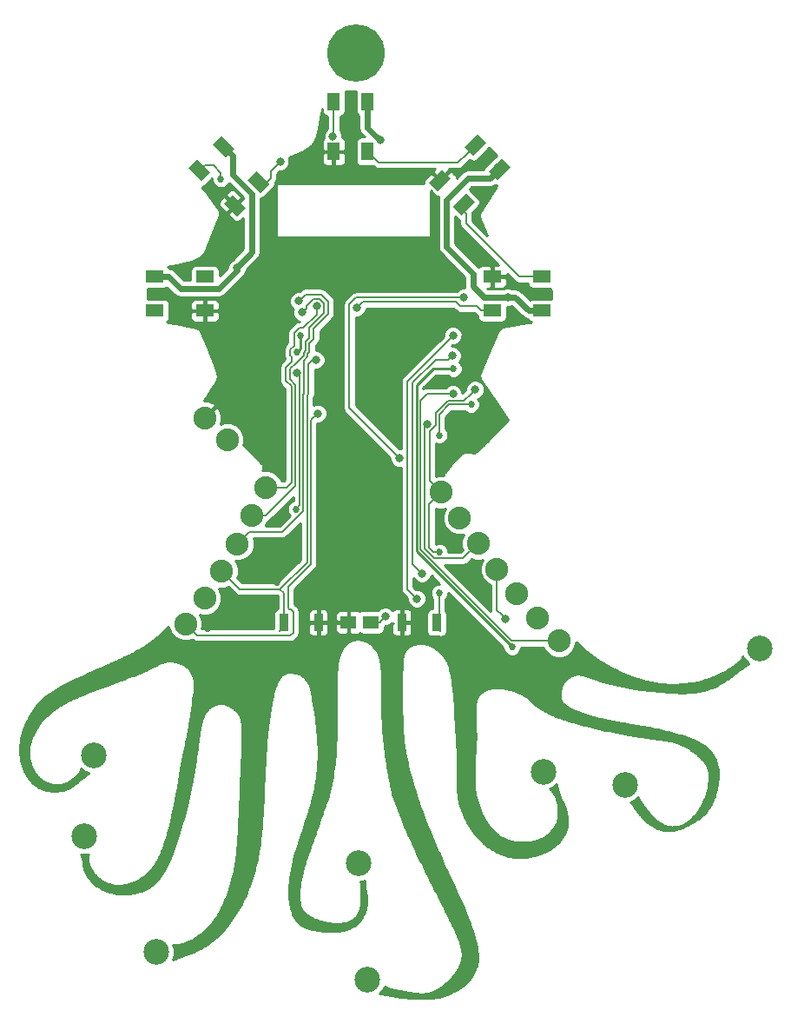
<source format=gtl>
%TF.GenerationSoftware,KiCad,Pcbnew,no-vcs-found-e0b9a21~60~ubuntu16.04.1*%
%TF.CreationDate,2017-10-14T09:33:52-06:00*%
%TF.ProjectId,001,3030312E6B696361645F706362000000,rev?*%
%TF.SameCoordinates,Original*%
%TF.FileFunction,Copper,L1,Top,Signal*%
%TF.FilePolarity,Positive*%
%FSLAX46Y46*%
G04 Gerber Fmt 4.6, Leading zero omitted, Abs format (unit mm)*
G04 Created by KiCad (PCBNEW no-vcs-found-e0b9a21~60~ubuntu16.04.1) date Sat Oct 14 09:33:52 2017*
%MOMM*%
%LPD*%
G01*
G04 APERTURE LIST*
%TA.AperFunction,SMDPad,CuDef*%
%ADD10R,1.800000X1.200000*%
%TD*%
%TA.AperFunction,SMDPad,CuDef*%
%ADD11C,1.200000*%
%TD*%
%TA.AperFunction,Conductor*%
%ADD12C,0.100000*%
%TD*%
%TA.AperFunction,SMDPad,CuDef*%
%ADD13R,1.200000X1.800000*%
%TD*%
%TA.AperFunction,SMDPad,CuDef*%
%ADD14R,1.500000X1.300000*%
%TD*%
%TA.AperFunction,ComponentPad*%
%ADD15C,2.235200*%
%TD*%
%TA.AperFunction,BGAPad,CuDef*%
%ADD16C,2.500000*%
%TD*%
%TA.AperFunction,ComponentPad*%
%ADD17C,5.600000*%
%TD*%
%TA.AperFunction,SMDPad,CuDef*%
%ADD18R,0.900000X1.700000*%
%TD*%
%TA.AperFunction,ViaPad*%
%ADD19C,0.685800*%
%TD*%
%TA.AperFunction,ViaPad*%
%ADD20C,0.800000*%
%TD*%
%TA.AperFunction,Conductor*%
%ADD21C,0.203200*%
%TD*%
%TA.AperFunction,Conductor*%
%ADD22C,0.250000*%
%TD*%
%TA.AperFunction,Conductor*%
%ADD23C,0.609600*%
%TD*%
%TA.AperFunction,Conductor*%
%ADD24C,0.254000*%
%TD*%
G04 APERTURE END LIST*
D10*
%TO.P,LED1,4*%
%TO.N,Net-(LED1-Pad4)*%
X148711400Y-68100200D03*
%TO.P,LED1,3*%
%TO.N,+3.3V*%
X148711400Y-71402200D03*
%TO.P,LED1,2*%
%TO.N,GPIO2*%
X143834600Y-71402200D03*
%TO.P,LED1,1*%
%TO.N,GND*%
X143834600Y-68100200D03*
%TD*%
D11*
%TO.P,LED2,4*%
%TO.N,Net-(LED2-Pad4)*%
X142206776Y-55261858D03*
D12*
%TD*%
%TO.N,Net-(LED2-Pad4)*%
%TO.C,LED2*%
G36*
X142418908Y-54201198D02*
X143267436Y-55049726D01*
X141994644Y-56322518D01*
X141146116Y-55473990D01*
X142418908Y-54201198D01*
X142418908Y-54201198D01*
G37*
D11*
%TO.P,LED2,3*%
%TO.N,+3.3V*%
X144541642Y-57596724D03*
D12*
%TD*%
%TO.N,+3.3V*%
%TO.C,LED2*%
G36*
X144753774Y-56536064D02*
X145602302Y-57384592D01*
X144329510Y-58657384D01*
X143480982Y-57808856D01*
X144753774Y-56536064D01*
X144753774Y-56536064D01*
G37*
D11*
%TO.P,LED2,2*%
%TO.N,Net-(LED1-Pad4)*%
X141093224Y-61045142D03*
D12*
%TD*%
%TO.N,Net-(LED1-Pad4)*%
%TO.C,LED2*%
G36*
X141305356Y-59984482D02*
X142153884Y-60833010D01*
X140881092Y-62105802D01*
X140032564Y-61257274D01*
X141305356Y-59984482D01*
X141305356Y-59984482D01*
G37*
D11*
%TO.P,LED2,1*%
%TO.N,GND*%
X138758358Y-58710276D03*
D12*
%TD*%
%TO.N,GND*%
%TO.C,LED2*%
G36*
X138970490Y-57649616D02*
X139819018Y-58498144D01*
X138546226Y-59770936D01*
X137697698Y-58922408D01*
X138970490Y-57649616D01*
X138970490Y-57649616D01*
G37*
D13*
%TO.P,LED3,4*%
%TO.N,Net-(LED3-Pad4)*%
X128381000Y-51036400D03*
%TO.P,LED3,3*%
%TO.N,+3.3V*%
X131683000Y-51036400D03*
%TO.P,LED3,2*%
%TO.N,Net-(LED2-Pad4)*%
X131683000Y-55913200D03*
%TO.P,LED3,1*%
%TO.N,GND*%
X128381000Y-55913200D03*
%TD*%
D11*
%TO.P,LED4,4*%
%TO.N,Net-(LED4-Pad4)*%
X115288358Y-57739024D03*
D12*
%TD*%
%TO.N,Net-(LED4-Pad4)*%
%TO.C,LED4*%
G36*
X114227698Y-57526892D02*
X115076226Y-56678364D01*
X116349018Y-57951156D01*
X115500490Y-58799684D01*
X114227698Y-57526892D01*
X114227698Y-57526892D01*
G37*
D11*
%TO.P,LED4,3*%
%TO.N,+3.3V*%
X117623224Y-55404158D03*
D12*
%TD*%
%TO.N,+3.3V*%
%TO.C,LED4*%
G36*
X116562564Y-55192026D02*
X117411092Y-54343498D01*
X118683884Y-55616290D01*
X117835356Y-56464818D01*
X116562564Y-55192026D01*
X116562564Y-55192026D01*
G37*
D11*
%TO.P,LED4,2*%
%TO.N,Net-(LED3-Pad4)*%
X121071642Y-58852576D03*
D12*
%TD*%
%TO.N,Net-(LED3-Pad4)*%
%TO.C,LED4*%
G36*
X120010982Y-58640444D02*
X120859510Y-57791916D01*
X122132302Y-59064708D01*
X121283774Y-59913236D01*
X120010982Y-58640444D01*
X120010982Y-58640444D01*
G37*
D11*
%TO.P,LED4,1*%
%TO.N,GND*%
X118736776Y-61187442D03*
D12*
%TD*%
%TO.N,GND*%
%TO.C,LED4*%
G36*
X117676116Y-60975310D02*
X118524644Y-60126782D01*
X119797436Y-61399574D01*
X118948908Y-62248102D01*
X117676116Y-60975310D01*
X117676116Y-60975310D01*
G37*
D10*
%TO.P,LED5,4*%
%TO.N,Net-(LED5-Pad4)*%
X110946600Y-71407200D03*
%TO.P,LED5,3*%
%TO.N,+3.3V*%
X110946600Y-68105200D03*
%TO.P,LED5,2*%
%TO.N,Net-(LED4-Pad4)*%
X115823400Y-68105200D03*
%TO.P,LED5,1*%
%TO.N,GND*%
X115823400Y-71407200D03*
%TD*%
D14*
%TO.P,D2,2*%
%TO.N,Net-(D2-Pad2)*%
X132026000Y-101755000D03*
%TO.P,D2,1*%
%TO.N,GND*%
X129826000Y-101755000D03*
%TD*%
D15*
%TO.P,J10,1*%
%TO.N,GPIO12*%
X148228000Y-101326000D03*
%TD*%
%TO.P,J2,1*%
%TO.N,REST*%
X138859000Y-89085600D03*
%TD*%
%TO.P,J3,1*%
%TO.N,TXD*%
X121757000Y-88613200D03*
%TD*%
%TO.P,J4,1*%
%TO.N,ADC*%
X140647000Y-91600200D03*
%TD*%
%TO.P,J6,1*%
%TO.N,CH_PD*%
X142470000Y-94084400D03*
%TD*%
%TO.P,J8,1*%
%TO.N,GPIO14*%
X146258000Y-98976200D03*
%TD*%
%TO.P,J9,1*%
%TO.N,GPIO4*%
X115813000Y-99438700D03*
%TD*%
%TO.P,J11,1*%
%TO.N,GPIO0*%
X117464000Y-96802200D03*
%TD*%
%TO.P,J12,1*%
%TO.N,GPIO13*%
X150358000Y-103566000D03*
%TD*%
%TO.P,J5,1*%
%TO.N,RXD*%
X120390000Y-91371600D03*
%TD*%
%TO.P,J7,1*%
%TO.N,GPIO5*%
X118973000Y-94119900D03*
%TD*%
%TO.P,J14,1*%
%TO.N,GPIO16*%
X144304000Y-96571000D03*
%TD*%
%TO.P,J13,1*%
%TO.N,GPIO15*%
X113923000Y-101902000D03*
%TD*%
D16*
%TO.P,REF3\002A\002A,1*%
%TO.N,N/C*%
X148803000Y-116330000D03*
%TD*%
%TO.P,REF2\002A\002A,1*%
%TO.N,N/C*%
X156783000Y-117574000D03*
%TD*%
%TO.P,REF4\002A\002A,1*%
%TO.N,N/C*%
X131698000Y-136543000D03*
%TD*%
%TO.P,REF5\002A\002A,1*%
%TO.N,N/C*%
X130830000Y-125204000D03*
%TD*%
%TO.P,REF6\002A\002A,1*%
%TO.N,N/C*%
X111084000Y-133881000D03*
%TD*%
%TO.P,REF7\002A\002A,1*%
%TO.N,N/C*%
X104083000Y-122619000D03*
%TD*%
%TO.P,REF8\002A\002A,1*%
%TO.N,N/C*%
X104988000Y-114740000D03*
%TD*%
%TO.P,REF1\002A\002A,1*%
%TO.N,N/C*%
X169887000Y-104333000D03*
%TD*%
D17*
%TO.P,REF\002A\002A,1*%
%TO.N,N/C*%
X130515000Y-46327300D03*
%TD*%
D15*
%TO.P,J15,1*%
%TO.N,VCC*%
X117988000Y-83956200D03*
%TD*%
%TO.P,J16,1*%
%TO.N,GND*%
X115798000Y-81836200D03*
%TD*%
D18*
%TO.P,SW1,2*%
%TO.N,GPIO0*%
X123496000Y-101781000D03*
%TO.P,SW1,1*%
%TO.N,GND*%
X126896000Y-101781000D03*
%TD*%
%TO.P,SW2,1*%
%TO.N,GND*%
X135038000Y-101775000D03*
%TO.P,SW2,2*%
%TO.N,REST*%
X138438000Y-101775000D03*
%TD*%
D19*
%TO.N,GPIO4*%
X124716540Y-90723720D03*
D20*
X124759621Y-77500000D03*
D19*
%TO.N,GND*%
X140238480Y-68338700D03*
X123781820Y-91419680D03*
X139037060Y-92852240D03*
X142135860Y-96072960D03*
X142194280Y-97878900D03*
X140726160Y-101739700D03*
X130025140Y-53030120D03*
X122864880Y-97876360D03*
X116085620Y-102344220D03*
X120713500Y-67403980D03*
X147124420Y-72384920D03*
X148887180Y-69687440D03*
X142915640Y-59997340D03*
X142372080Y-74612500D03*
X118877080Y-65344040D03*
X140586460Y-83167220D03*
X130700000Y-87500000D03*
%TO.N,GPIO4*%
X124800000Y-75475000D03*
X125175000Y-73800000D03*
%TO.N,GND*%
X133300000Y-82950000D03*
X129700000Y-83075000D03*
%TO.N,GPIO12*%
X145775000Y-104175000D03*
X140075000Y-77075000D03*
D20*
%TO.N,ADC*%
X141030500Y-70135990D03*
%TO.N,CH_PD*%
X137482646Y-82442444D03*
D19*
X138675000Y-83525000D03*
X141775000Y-80550000D03*
D20*
%TO.N,GPIO0*%
X126625000Y-76200000D03*
%TO.N,GPIO2*%
X130654000Y-71135500D03*
%TO.N,GPIO5*%
X124986000Y-70477600D03*
%TO.N,GND*%
X132594853Y-86801950D03*
%TO.N,ADC*%
X134818400Y-85793100D03*
D19*
%TO.N,REST*%
X138675000Y-98900000D03*
X138700000Y-94925000D03*
D20*
X142175000Y-79100000D03*
%TO.N,TXD*%
X126710000Y-70964200D03*
%TO.N,RXD*%
X125335000Y-71577000D03*
%TO.N,Net-(LED3-Pad4)*%
X123150000Y-56867900D03*
X128309000Y-54416500D03*
D19*
%TO.N,Net-(LED4-Pad4)*%
X115823400Y-68105200D03*
X117388640Y-58607960D03*
D20*
%TO.N,GPIO13*%
X140000000Y-79500000D03*
%TO.N,GPIO14*%
X139935755Y-75764155D03*
X136975000Y-97000000D03*
%TO.N,GPIO15*%
X126801880Y-81412080D03*
%TO.N,GPIO16*%
X145150000Y-101425000D03*
X136475000Y-99450000D03*
X140000200Y-73835200D03*
%TO.N,+3.3V*%
X132900000Y-54800000D03*
X118972000Y-67254100D03*
X145335000Y-70076200D03*
%TO.N,Net-(D2-Pad2)*%
X133407000Y-101186000D03*
%TD*%
D21*
%TO.N,GPIO4*%
X124716540Y-90723720D02*
X125059439Y-90380821D01*
X125059439Y-90380821D02*
X125059439Y-77799818D01*
X125059439Y-77799818D02*
X124759621Y-77500000D01*
%TO.N,GPIO5*%
X125421341Y-79518537D02*
X125437922Y-79501956D01*
X118973000Y-94119900D02*
X120128900Y-92964000D01*
X125642200Y-69821400D02*
X125385999Y-70077601D01*
X125421341Y-90918079D02*
X125421341Y-79518537D01*
X127834000Y-71716020D02*
X127834000Y-70486900D01*
X120128900Y-92964000D02*
X123375420Y-92964000D01*
X123375420Y-92964000D02*
X125421341Y-90918079D01*
X126420880Y-73129140D02*
X127834000Y-71716020D01*
X125437922Y-79501956D02*
X125437922Y-76293958D01*
X125437922Y-76293958D02*
X125839220Y-75892660D01*
X125839220Y-75892660D02*
X125839220Y-75641200D01*
X126019560Y-75460860D02*
X126019560Y-74582020D01*
X125839220Y-75641200D02*
X126019560Y-75460860D01*
X127834000Y-70486900D02*
X127168000Y-69821400D01*
X125385999Y-70077601D02*
X124986000Y-70477600D01*
X126019560Y-74582020D02*
X126420880Y-74180700D01*
X126420880Y-74180700D02*
X126420880Y-73129140D01*
X127168000Y-69821400D02*
X125642200Y-69821400D01*
D22*
%TO.N,GPIO4*%
X125142899Y-75132101D02*
X124800000Y-75475000D01*
X125175000Y-75100000D02*
X125142899Y-75132101D01*
X125175000Y-73800000D02*
X125175000Y-75100000D01*
%TO.N,GPIO12*%
X140075000Y-77075000D02*
X138050000Y-77075000D01*
X138050000Y-77075000D02*
X136449633Y-78675367D01*
X136449633Y-78675367D02*
X136449633Y-94849633D01*
X136449633Y-94849633D02*
X145432101Y-103832101D01*
X145432101Y-103832101D02*
X145775000Y-104175000D01*
D21*
%TO.N,ADC*%
X140464815Y-70135990D02*
X141030500Y-70135990D01*
X130597810Y-70135990D02*
X140464815Y-70135990D01*
X129919600Y-70814200D02*
X130597810Y-70135990D01*
X129919600Y-80894300D02*
X129919600Y-70814200D01*
X134818400Y-85793100D02*
X129919600Y-80894300D01*
%TO.N,REST*%
X138859000Y-89085600D02*
X137680000Y-90264600D01*
X137680000Y-90264600D02*
X137680000Y-94505080D01*
X137680000Y-94505080D02*
X138099920Y-94925000D01*
X138099920Y-94925000D02*
X138700000Y-94925000D01*
X141775001Y-79499999D02*
X142175000Y-79100000D01*
X138319389Y-82530611D02*
X138319389Y-81377702D01*
X141080611Y-80194389D02*
X141775001Y-79499999D01*
X138319389Y-81377702D02*
X139502702Y-80194389D01*
X137741401Y-83108599D02*
X138319389Y-82530611D01*
X139502702Y-80194389D02*
X141080611Y-80194389D01*
X137741401Y-87968001D02*
X137741401Y-83108599D01*
X138859000Y-89085600D02*
X137741401Y-87968001D01*
%TO.N,TXD*%
X121757000Y-88613200D02*
X123809540Y-88613200D01*
X124266960Y-75869800D02*
X124162820Y-75765660D01*
X123809540Y-88613200D02*
X124269500Y-88153240D01*
X126710000Y-71755440D02*
X126710000Y-70964200D01*
X124269500Y-88153240D02*
X124269500Y-78778100D01*
X125011180Y-73078340D02*
X125387100Y-73078340D01*
X125387100Y-73078340D02*
X126710000Y-71755440D01*
X124269500Y-78778100D02*
X123728480Y-78237080D01*
X123728480Y-78237080D02*
X123728480Y-76928980D01*
X123728480Y-76928980D02*
X124266960Y-76390500D01*
X124266960Y-76390500D02*
X124266960Y-75869800D01*
X124162820Y-75765660D02*
X124162820Y-75150980D01*
X124162820Y-75150980D02*
X124508260Y-74805540D01*
X124508260Y-74805540D02*
X124508260Y-73581260D01*
X124508260Y-73581260D02*
X125011180Y-73078340D01*
X126710000Y-71199000D02*
X126710000Y-70964200D01*
%TO.N,RXD*%
X120390000Y-91371600D02*
X121742020Y-91371600D01*
X125734999Y-70934001D02*
X125734999Y-71177001D01*
X121742020Y-91371600D02*
X124650500Y-88463120D01*
X124706380Y-76497180D02*
X125442980Y-75760580D01*
X124650500Y-88463120D02*
X124650500Y-78643480D01*
X125442980Y-75496420D02*
X125638560Y-75300840D01*
X125638560Y-75300840D02*
X125638560Y-74383900D01*
X124650500Y-78643480D02*
X124105611Y-78098591D01*
X124105611Y-78098591D02*
X124105611Y-77072457D01*
X124105611Y-77072457D02*
X124143803Y-77072457D01*
X124143803Y-77072457D02*
X124706380Y-76509880D01*
X125963680Y-73055480D02*
X127415000Y-71604160D01*
X127415000Y-70666000D02*
X127008000Y-70259000D01*
X124706380Y-76509880D02*
X124706380Y-76497180D01*
X125442980Y-75760580D02*
X125442980Y-75496420D01*
X125638560Y-74383900D02*
X125963680Y-74058780D01*
X125734999Y-71177001D02*
X125335000Y-71577000D01*
X125963680Y-74058780D02*
X125963680Y-73055480D01*
X127415000Y-71604160D02*
X127415000Y-70666000D01*
X127008000Y-70259000D02*
X126410000Y-70259000D01*
X126410000Y-70259000D02*
X125734999Y-70934001D01*
%TO.N,CH_PD*%
X139650000Y-80550000D02*
X138675000Y-81525000D01*
X138675000Y-81525000D02*
X138675000Y-83525000D01*
X141775000Y-80550000D02*
X139650000Y-80550000D01*
X142470000Y-94084400D02*
X141009778Y-95544622D01*
X137265923Y-94602013D02*
X137265923Y-82659167D01*
X138208532Y-95544622D02*
X137265923Y-94602013D01*
X141009778Y-95544622D02*
X138208532Y-95544622D01*
X137265923Y-82659167D02*
X137482646Y-82442444D01*
%TO.N,GPIO0*%
X125930660Y-76606400D02*
X125930660Y-79512127D01*
X125776952Y-95911548D02*
X125776952Y-79665835D01*
X123146000Y-98542500D02*
X125776952Y-95911548D01*
X126625000Y-76200000D02*
X126337060Y-76200000D01*
X126337060Y-76200000D02*
X125930660Y-76606400D01*
X125930660Y-79512127D02*
X125776952Y-79665835D01*
X123146000Y-102581000D02*
X123525000Y-102202000D01*
X123525000Y-102202000D02*
X123525000Y-98921500D01*
X123525000Y-98921500D02*
X123146000Y-98542500D01*
%TO.N,GPIO2*%
X143834600Y-71402200D02*
X142731400Y-71402200D01*
X142731400Y-71402200D02*
X142299200Y-70970000D01*
X142299200Y-70970000D02*
X140700000Y-70970000D01*
X140700000Y-70970000D02*
X140270000Y-70540000D01*
X140270000Y-70540000D02*
X131249500Y-70540000D01*
X131249500Y-70540000D02*
X130654000Y-71135500D01*
X143834600Y-71402200D02*
X143772400Y-71340000D01*
X143835000Y-71402200D02*
X143834600Y-71402200D01*
%TO.N,REST*%
X138675000Y-101538000D02*
X138438000Y-101775000D01*
X138675000Y-98900000D02*
X138675000Y-101538000D01*
X138788000Y-102575000D02*
X138788000Y-100975000D01*
X139225000Y-89451600D02*
X138859000Y-89085600D01*
%TO.N,GPIO0*%
X119204000Y-98542500D02*
X117464000Y-96802200D01*
X123146000Y-98542500D02*
X119204000Y-98542500D01*
%TO.N,Net-(LED1-Pad4)*%
X140720500Y-61417900D02*
X141275000Y-61972400D01*
X141275000Y-61972400D02*
X141275000Y-62907200D01*
X141275000Y-62907200D02*
X146468000Y-68100200D01*
X146468000Y-68100200D02*
X148711000Y-68100200D01*
X148711000Y-68100200D02*
X148711400Y-68100200D01*
X141093000Y-61045100D02*
X140720500Y-61417900D01*
X141093200Y-61045200D02*
X141093200Y-61045100D01*
X140720500Y-61417900D02*
X141093200Y-61045200D01*
%TO.N,Net-(LED2-Pad4)*%
X131683000Y-55913200D02*
X132737400Y-56967600D01*
X132737400Y-56967600D02*
X140501000Y-56967600D01*
X140501000Y-56967600D02*
X141354000Y-56114700D01*
X141354000Y-56114700D02*
X142206900Y-55262000D01*
X142206800Y-55261900D02*
X142206900Y-55262000D01*
X142206900Y-55262000D02*
X142207000Y-55261900D01*
%TO.N,Net-(LED3-Pad4)*%
X121444500Y-59225400D02*
X121459400Y-59240600D01*
X121459400Y-59240600D02*
X122221000Y-58479000D01*
X122221000Y-58479000D02*
X122221000Y-57797000D01*
X122221000Y-57797000D02*
X123150000Y-56867900D01*
X128381000Y-54344800D02*
X128381000Y-51036400D01*
X128309000Y-54416500D02*
X128381000Y-54344800D01*
X121072000Y-58852600D02*
X121444500Y-59225400D01*
X121444400Y-59225400D02*
X121071600Y-58852600D01*
X121444500Y-59225400D02*
X121444400Y-59225400D01*
%TO.N,Net-(LED4-Pad4)*%
X116631790Y-57244050D02*
X117388640Y-58000900D01*
X117388640Y-58000900D02*
X117388640Y-58607960D01*
X115288358Y-57739024D02*
X115783332Y-57244050D01*
X115783332Y-57244050D02*
X116631790Y-57244050D01*
X115823400Y-68105200D02*
X115819100Y-68105200D01*
X115819100Y-68105200D02*
X115818920Y-68105020D01*
X115823000Y-68105200D02*
X115823400Y-68105200D01*
%TO.N,GPIO13*%
X150358000Y-103566000D02*
X145727002Y-103566000D01*
X145727002Y-103566000D02*
X136828644Y-94667642D01*
X136828644Y-94667642D02*
X136828644Y-80146356D01*
X136828644Y-80146356D02*
X137475000Y-79500000D01*
X137475000Y-79500000D02*
X140000000Y-79500000D01*
%TO.N,GPIO14*%
X136975000Y-97000000D02*
X136070622Y-96095622D01*
X136070622Y-96095622D02*
X136070622Y-78404378D01*
X138310846Y-76164154D02*
X139535756Y-76164154D01*
X136070622Y-78404378D02*
X138310846Y-76164154D01*
X139535756Y-76164154D02*
X139935755Y-75764155D01*
%TO.N,GPIO15*%
X126801880Y-81412080D02*
X126141480Y-82072480D01*
X126141480Y-82072480D02*
X126141480Y-96072960D01*
X126141480Y-96072960D02*
X123913900Y-98300540D01*
X123913900Y-98300540D02*
X123913900Y-100345240D01*
X123913900Y-100345240D02*
X124053600Y-100484940D01*
X124421900Y-100721160D02*
X124421900Y-102753100D01*
X124053600Y-100484940D02*
X124185680Y-100484940D01*
X124185680Y-100484940D02*
X124421900Y-100721160D01*
X124421900Y-102753100D02*
X124155401Y-103019599D01*
X115040599Y-103019599D02*
X113923000Y-101902000D01*
X124155401Y-103019599D02*
X115040599Y-103019599D01*
%TO.N,GPIO16*%
X144304000Y-100579000D02*
X144750001Y-101025001D01*
X144304000Y-96571000D02*
X144304000Y-100579000D01*
X144750001Y-101025001D02*
X145150000Y-101425000D01*
X135545998Y-98520998D02*
X136075001Y-99050001D01*
X135545998Y-78289402D02*
X135545998Y-98520998D01*
X140000200Y-73835200D02*
X135545998Y-78289402D01*
X136075001Y-99050001D02*
X136475000Y-99450000D01*
D23*
%TO.N,+3.3V*%
X110946600Y-68105200D02*
X112255000Y-68105200D01*
X112255000Y-68105200D02*
X113424800Y-69275000D01*
X113424800Y-69275000D02*
X117150000Y-69275000D01*
X118925000Y-67500000D02*
X118925000Y-67206800D01*
X117150000Y-69275000D02*
X118925000Y-67500000D01*
X118085500Y-55866800D02*
X118548000Y-56329400D01*
X118548000Y-56329400D02*
X118548000Y-58179800D01*
X118548000Y-58179800D02*
X120400000Y-60031800D01*
X120400000Y-60031800D02*
X120400000Y-65731800D01*
X120400000Y-65731800D02*
X118925000Y-67206800D01*
X144079000Y-58059300D02*
X143616000Y-58521900D01*
X143616000Y-58521900D02*
X141503100Y-58521900D01*
X141503100Y-58521900D02*
X139400000Y-60625000D01*
X139400000Y-60625000D02*
X139400000Y-65225000D01*
X139400000Y-65225000D02*
X141975000Y-67800000D01*
X141975000Y-67800000D02*
X141975000Y-69025000D01*
X141975000Y-69025000D02*
X143026200Y-70076200D01*
X143026200Y-70076200D02*
X145335000Y-70076200D01*
X132500001Y-54400001D02*
X132900000Y-54800000D01*
X131683000Y-53583000D02*
X132500001Y-54400001D01*
X131683000Y-51036400D02*
X131683000Y-53583000D01*
X118925000Y-67206800D02*
X118972000Y-67254100D01*
X117623000Y-55404200D02*
X118085500Y-55866800D01*
X117623200Y-55404500D02*
X117623200Y-55404200D01*
X118085500Y-55866800D02*
X117623200Y-55404500D01*
X144079000Y-58059300D02*
X144541600Y-57596700D01*
X144079000Y-58059300D02*
X144542000Y-57596700D01*
X146077000Y-70076200D02*
X145335000Y-70076200D01*
X147403000Y-71402200D02*
X146077000Y-70076200D01*
X148711000Y-71402200D02*
X147403000Y-71402200D01*
X148711000Y-71402200D02*
X148711400Y-71402200D01*
D21*
%TO.N,Net-(D2-Pad2)*%
X132931000Y-101662000D02*
X133407000Y-101186000D01*
X132931000Y-101755000D02*
X132931000Y-101662000D01*
X132026000Y-101755000D02*
X132931000Y-101755000D01*
%TD*%
D24*
%TO.N,GND*%
G36*
X130545676Y-50136400D02*
X130545676Y-51936400D01*
X130586577Y-52142025D01*
X130703055Y-52316345D01*
X130851200Y-52415333D01*
X130851200Y-53583000D01*
X130908771Y-53872430D01*
X130914517Y-53901316D01*
X131094829Y-54171171D01*
X131399534Y-54475876D01*
X131083000Y-54475876D01*
X130877375Y-54516777D01*
X130703055Y-54633255D01*
X130586577Y-54807575D01*
X130545676Y-55013200D01*
X130545676Y-56813200D01*
X130586577Y-57018825D01*
X130703055Y-57193145D01*
X130877375Y-57309623D01*
X131083000Y-57350524D01*
X132231350Y-57350524D01*
X132292913Y-57412087D01*
X132496845Y-57548351D01*
X132737400Y-57596200D01*
X138278616Y-57596200D01*
X138106229Y-57768587D01*
X138106229Y-57954909D01*
X138758358Y-58607038D01*
X139622619Y-57742777D01*
X139622619Y-57596200D01*
X140501000Y-57596200D01*
X140622253Y-57572081D01*
X140741521Y-57548365D01*
X140741536Y-57548355D01*
X140741555Y-57548351D01*
X140844026Y-57479882D01*
X140945461Y-57412113D01*
X141638973Y-56718683D01*
X141789019Y-56818941D01*
X141994644Y-56859842D01*
X142200269Y-56818941D01*
X142374589Y-56702463D01*
X143531332Y-55545721D01*
X144257780Y-56272169D01*
X143101037Y-57428911D01*
X142984559Y-57603231D01*
X142967280Y-57690100D01*
X141503100Y-57690100D01*
X141184784Y-57753417D01*
X140914929Y-57933728D01*
X140346018Y-58502639D01*
X140346018Y-58393317D01*
X140265787Y-58199623D01*
X140117540Y-58051375D01*
X139912179Y-57846015D01*
X139725857Y-57846015D01*
X138861596Y-58710276D01*
X138875738Y-58724418D01*
X138772500Y-58827656D01*
X138758358Y-58813514D01*
X138744216Y-58827656D01*
X138640978Y-58724418D01*
X138655120Y-58710276D01*
X138002991Y-58058147D01*
X137816669Y-58058147D01*
X137250929Y-58623887D01*
X137170698Y-58817582D01*
X137170698Y-59006960D01*
X122925160Y-59006960D01*
X122922620Y-59007465D01*
X122920080Y-59006960D01*
X122871479Y-59016627D01*
X122830277Y-59044157D01*
X122802747Y-59085359D01*
X122793080Y-59133960D01*
X122793080Y-64112360D01*
X122802747Y-64160961D01*
X122830277Y-64202163D01*
X122871479Y-64229693D01*
X122920080Y-64239360D01*
X137702880Y-64239360D01*
X137751481Y-64229693D01*
X137792683Y-64202163D01*
X137820213Y-64160961D01*
X137829880Y-64112360D01*
X137829880Y-59741995D01*
X137894097Y-59677778D01*
X137894097Y-59864097D01*
X138099457Y-60069458D01*
X138247705Y-60217705D01*
X138441399Y-60297936D01*
X138637362Y-60297936D01*
X138631517Y-60306684D01*
X138568200Y-60625000D01*
X138568200Y-65225000D01*
X138628516Y-65528229D01*
X138631517Y-65543316D01*
X138811829Y-65813171D01*
X141143200Y-68144542D01*
X141143200Y-69025000D01*
X141179824Y-69209120D01*
X140846917Y-69208829D01*
X140506083Y-69349659D01*
X140348077Y-69507390D01*
X130597810Y-69507390D01*
X130357255Y-69555239D01*
X130153323Y-69691503D01*
X129475113Y-70369713D01*
X129338849Y-70573645D01*
X129291000Y-70814200D01*
X129291000Y-80894300D01*
X129338849Y-81134855D01*
X129475113Y-81338787D01*
X133891432Y-85755107D01*
X133891239Y-85976683D01*
X134032069Y-86317517D01*
X134292611Y-86578514D01*
X134633199Y-86719939D01*
X134917398Y-86720187D01*
X134917398Y-98520998D01*
X134965247Y-98761553D01*
X135101511Y-98965485D01*
X135548032Y-99412006D01*
X135547839Y-99633583D01*
X135688669Y-99974417D01*
X135949211Y-100235414D01*
X136289799Y-100376839D01*
X136658583Y-100377161D01*
X136999417Y-100236331D01*
X137260414Y-99975789D01*
X137401839Y-99635201D01*
X137402161Y-99266417D01*
X137261331Y-98925583D01*
X137000789Y-98664586D01*
X136660201Y-98523161D01*
X136436940Y-98522966D01*
X136174598Y-98260624D01*
X136174598Y-97490363D01*
X136188669Y-97524417D01*
X136449211Y-97785414D01*
X136789799Y-97926839D01*
X137158583Y-97927161D01*
X137499417Y-97786331D01*
X137760414Y-97525789D01*
X137890482Y-97212550D01*
X138708061Y-98030129D01*
X138502725Y-98029950D01*
X138182885Y-98162105D01*
X137937965Y-98406598D01*
X137805252Y-98726207D01*
X137804950Y-99072275D01*
X137937105Y-99392115D01*
X138046400Y-99501601D01*
X138046400Y-100387676D01*
X137988000Y-100387676D01*
X137782375Y-100428577D01*
X137608055Y-100545055D01*
X137491577Y-100719375D01*
X137450676Y-100925000D01*
X137450676Y-102625000D01*
X137491577Y-102830625D01*
X137608055Y-103004945D01*
X137782375Y-103121423D01*
X137988000Y-103162324D01*
X138580490Y-103162324D01*
X138788000Y-103203600D01*
X139028555Y-103155751D01*
X139074125Y-103125302D01*
X139093625Y-103121423D01*
X139267945Y-103004945D01*
X139384423Y-102830625D01*
X139425324Y-102625000D01*
X139425324Y-100925000D01*
X139384423Y-100719375D01*
X139303600Y-100598416D01*
X139303600Y-99501648D01*
X139412035Y-99393402D01*
X139544748Y-99073793D01*
X139544928Y-98866996D01*
X144905055Y-104227123D01*
X144904950Y-104347275D01*
X145037105Y-104667115D01*
X145281598Y-104912035D01*
X145601207Y-105044748D01*
X145947275Y-105045050D01*
X146267115Y-104912895D01*
X146512035Y-104668402D01*
X146644748Y-104348793D01*
X146644883Y-104194600D01*
X148838272Y-104194600D01*
X148962963Y-104496374D01*
X149425192Y-104959411D01*
X150029434Y-105210314D01*
X150683696Y-105210885D01*
X151288374Y-104961037D01*
X151751411Y-104498808D01*
X152002314Y-103894566D01*
X152002471Y-103714874D01*
X152013256Y-103724967D01*
X152017653Y-103727699D01*
X152020743Y-103731850D01*
X152370813Y-104048058D01*
X152375657Y-104050950D01*
X152379110Y-104055408D01*
X152720101Y-104351721D01*
X152725458Y-104354782D01*
X152729338Y-104359579D01*
X153061184Y-104635923D01*
X153067135Y-104639159D01*
X153071513Y-104644324D01*
X153394153Y-104900629D01*
X153400789Y-104904041D01*
X153405759Y-104909611D01*
X153719126Y-105145804D01*
X153726565Y-105149393D01*
X153732235Y-105155398D01*
X154036266Y-105371407D01*
X154044641Y-105375161D01*
X154051147Y-105381633D01*
X154345778Y-105577386D01*
X154355251Y-105581281D01*
X154362761Y-105588247D01*
X154647928Y-105763671D01*
X154656857Y-105766982D01*
X154664041Y-105773225D01*
X155076331Y-106008754D01*
X155083960Y-106011305D01*
X155090176Y-106016414D01*
X155502423Y-106237151D01*
X155510310Y-106239550D01*
X155516823Y-106244603D01*
X155928847Y-106450540D01*
X155936991Y-106452769D01*
X155943809Y-106457751D01*
X156355428Y-106648883D01*
X156363832Y-106650925D01*
X156370963Y-106655820D01*
X156781999Y-106832142D01*
X156790666Y-106833979D01*
X156798118Y-106838770D01*
X157208389Y-107000274D01*
X157217315Y-107001886D01*
X157225093Y-107006553D01*
X157634421Y-107153235D01*
X157643606Y-107154602D01*
X157651715Y-107159125D01*
X158059918Y-107290978D01*
X158069355Y-107292078D01*
X158077798Y-107296435D01*
X158484696Y-107413453D01*
X158494378Y-107414265D01*
X158503157Y-107418433D01*
X158908572Y-107520610D01*
X158918492Y-107521112D01*
X158927601Y-107525064D01*
X159331350Y-107612395D01*
X159341494Y-107612564D01*
X159350931Y-107616276D01*
X159752836Y-107688754D01*
X159763185Y-107688568D01*
X159772948Y-107692016D01*
X160172828Y-107749635D01*
X160183368Y-107749073D01*
X160193440Y-107752227D01*
X160591116Y-107794981D01*
X160601822Y-107794023D01*
X160612192Y-107796857D01*
X161007482Y-107824741D01*
X161018333Y-107823367D01*
X161028983Y-107825855D01*
X161421708Y-107838862D01*
X161432674Y-107837056D01*
X161443582Y-107839171D01*
X161833562Y-107837296D01*
X161844608Y-107835043D01*
X161855754Y-107836763D01*
X162242809Y-107819999D01*
X162253909Y-107817287D01*
X162265257Y-107818587D01*
X162649205Y-107786928D01*
X162660314Y-107783750D01*
X162671839Y-107784612D01*
X163052501Y-107738054D01*
X163063588Y-107734404D01*
X163075252Y-107734810D01*
X163452449Y-107673344D01*
X163463466Y-107669224D01*
X163475232Y-107669161D01*
X163848781Y-107592784D01*
X163859694Y-107588195D01*
X163871522Y-107587654D01*
X164241247Y-107496358D01*
X164252013Y-107491310D01*
X164263859Y-107490285D01*
X164629577Y-107384064D01*
X164640155Y-107378570D01*
X164651976Y-107377061D01*
X165013508Y-107255910D01*
X165023857Y-107249989D01*
X165035612Y-107247999D01*
X165392778Y-107111913D01*
X165402863Y-107105585D01*
X165414513Y-107103122D01*
X165767132Y-106952092D01*
X165776915Y-106945384D01*
X165788413Y-106942463D01*
X166136305Y-106776486D01*
X166145759Y-106769425D01*
X166157067Y-106766062D01*
X166500052Y-106585130D01*
X166509144Y-106577751D01*
X166520226Y-106573967D01*
X166858125Y-106378076D01*
X166866835Y-106370410D01*
X166877659Y-106366229D01*
X167210290Y-106155371D01*
X167215389Y-106150512D01*
X167221896Y-106147817D01*
X167294395Y-106099382D01*
X167296447Y-106097331D01*
X167299114Y-106096195D01*
X167367928Y-106049234D01*
X167370314Y-106046801D01*
X167373431Y-106045431D01*
X167438650Y-105999806D01*
X167441395Y-105996940D01*
X167445004Y-105995296D01*
X167506714Y-105950872D01*
X167509836Y-105947524D01*
X167513972Y-105945561D01*
X167572263Y-105902203D01*
X167575785Y-105898307D01*
X167580488Y-105895970D01*
X167635449Y-105853541D01*
X167639377Y-105849035D01*
X167644676Y-105846267D01*
X167696395Y-105804633D01*
X167700733Y-105799447D01*
X167706653Y-105796179D01*
X167755219Y-105755204D01*
X167759958Y-105749267D01*
X167766511Y-105745424D01*
X167812012Y-105704972D01*
X167817123Y-105698217D01*
X167824306Y-105693721D01*
X167866832Y-105653656D01*
X167872273Y-105646016D01*
X167880063Y-105640786D01*
X167919702Y-105600973D01*
X167925401Y-105592404D01*
X167933740Y-105586370D01*
X167970581Y-105546673D01*
X167976446Y-105537144D01*
X167985252Y-105530246D01*
X168019384Y-105490531D01*
X168025307Y-105480030D01*
X168034482Y-105472213D01*
X168065992Y-105432341D01*
X168071822Y-105420933D01*
X168081203Y-105412204D01*
X168110181Y-105372042D01*
X168115787Y-105359777D01*
X168125228Y-105350144D01*
X168151763Y-105309554D01*
X168156981Y-105296589D01*
X168166277Y-105286152D01*
X168190458Y-105245001D01*
X168195163Y-105231481D01*
X168204149Y-105220340D01*
X168226063Y-105178490D01*
X168230131Y-105164656D01*
X168238620Y-105153001D01*
X168258357Y-105110319D01*
X168261716Y-105096398D01*
X168269570Y-105084425D01*
X168272140Y-105078068D01*
X168379655Y-105338274D01*
X168831325Y-105790734D01*
X168823607Y-105794970D01*
X168820835Y-105797297D01*
X168817401Y-105798427D01*
X168757810Y-105832096D01*
X168755218Y-105834327D01*
X168751984Y-105835433D01*
X168691198Y-105870717D01*
X168688748Y-105872876D01*
X168685673Y-105873966D01*
X168623816Y-105910797D01*
X168621495Y-105912889D01*
X168618561Y-105913964D01*
X168555749Y-105952273D01*
X168553525Y-105954320D01*
X168550704Y-105955387D01*
X168487059Y-105995108D01*
X168484923Y-105997116D01*
X168482191Y-105998180D01*
X168417831Y-106039245D01*
X168415765Y-106041225D01*
X168413107Y-106042291D01*
X168348153Y-106084631D01*
X168346137Y-106086602D01*
X168343530Y-106087676D01*
X168278102Y-106131225D01*
X168276135Y-106133185D01*
X168273576Y-106134268D01*
X168207792Y-106178958D01*
X168205851Y-106180929D01*
X168203312Y-106182032D01*
X168137294Y-106227795D01*
X168135379Y-106229777D01*
X168132856Y-106230901D01*
X168066722Y-106277670D01*
X168064819Y-106279676D01*
X168062303Y-106280826D01*
X167996173Y-106328531D01*
X167994273Y-106330573D01*
X167991745Y-106331757D01*
X167925740Y-106380332D01*
X167923833Y-106382420D01*
X167921283Y-106383645D01*
X167855521Y-106433022D01*
X167853603Y-106435164D01*
X167851027Y-106436432D01*
X167785629Y-106486544D01*
X167783693Y-106488748D01*
X167781071Y-106490072D01*
X167716157Y-106540851D01*
X167715940Y-106541103D01*
X167715642Y-106541254D01*
X167513956Y-106699389D01*
X167318325Y-106849878D01*
X167126801Y-106993791D01*
X166938716Y-107131203D01*
X166753567Y-107262074D01*
X166570828Y-107386396D01*
X166389911Y-107504216D01*
X166210170Y-107615622D01*
X166031132Y-107720600D01*
X165852054Y-107819303D01*
X165672357Y-107911781D01*
X165491332Y-107998150D01*
X165308221Y-108078530D01*
X165122336Y-108152988D01*
X164932858Y-108221626D01*
X164739023Y-108284492D01*
X164540043Y-108341619D01*
X164335048Y-108393032D01*
X164123340Y-108438687D01*
X163904083Y-108478550D01*
X163676597Y-108512540D01*
X163440129Y-108540577D01*
X163193930Y-108562568D01*
X162937425Y-108578397D01*
X162669929Y-108587962D01*
X162390809Y-108591153D01*
X162099517Y-108587867D01*
X161795366Y-108578002D01*
X161477908Y-108561469D01*
X161146559Y-108538181D01*
X160798200Y-108507839D01*
X160544005Y-108483849D01*
X160543628Y-108483888D01*
X160543263Y-108483779D01*
X160305322Y-108461633D01*
X160304957Y-108461671D01*
X160304602Y-108461566D01*
X160084145Y-108441326D01*
X160083793Y-108441363D01*
X160083454Y-108441263D01*
X159879528Y-108422788D01*
X159879205Y-108422822D01*
X159878894Y-108422731D01*
X159690545Y-108405877D01*
X159690259Y-108405908D01*
X159689983Y-108405827D01*
X159516261Y-108390453D01*
X159516029Y-108390478D01*
X159515805Y-108390413D01*
X159355758Y-108376377D01*
X159355602Y-108376394D01*
X159355454Y-108376351D01*
X159208124Y-108363509D01*
X159208069Y-108363515D01*
X159208014Y-108363499D01*
X159072452Y-108351709D01*
X159072451Y-108351709D01*
X158948303Y-108340882D01*
X158948302Y-108340882D01*
X158833533Y-108330780D01*
X158728905Y-108321415D01*
X158632644Y-108312573D01*
X158543870Y-108304124D01*
X158461531Y-108295921D01*
X158385378Y-108287903D01*
X158313902Y-108279883D01*
X158246223Y-108271743D01*
X158181276Y-108263338D01*
X158117797Y-108254498D01*
X158054954Y-108245103D01*
X157991189Y-108234921D01*
X157925440Y-108223782D01*
X157856711Y-108211525D01*
X157783833Y-108197953D01*
X157705810Y-108182902D01*
X157621884Y-108166255D01*
X157530528Y-108147746D01*
X157432284Y-108127528D01*
X157324409Y-108105089D01*
X157207086Y-108080517D01*
X157206998Y-108080516D01*
X157206918Y-108080482D01*
X157126551Y-108063675D01*
X157126214Y-108063672D01*
X157125904Y-108063540D01*
X157041040Y-108045894D01*
X157040826Y-108045892D01*
X157040632Y-108045810D01*
X156951618Y-108027368D01*
X156951513Y-108027367D01*
X156951416Y-108027326D01*
X156858600Y-108008131D01*
X156858590Y-108008131D01*
X156858581Y-108008127D01*
X156762311Y-107988221D01*
X156663362Y-107967736D01*
X156663361Y-107967736D01*
X156561226Y-107946537D01*
X156457528Y-107924934D01*
X156351048Y-107902642D01*
X156243758Y-107880044D01*
X156135385Y-107857054D01*
X156025109Y-107833469D01*
X155915078Y-107809714D01*
X155804688Y-107785629D01*
X155694783Y-107761367D01*
X155585074Y-107736833D01*
X155475895Y-107712064D01*
X155368689Y-107687355D01*
X155262604Y-107662476D01*
X155159023Y-107637715D01*
X155057662Y-107612970D01*
X154959165Y-107588361D01*
X154863727Y-107563898D01*
X154772027Y-107539718D01*
X154684400Y-107515874D01*
X154601462Y-107492501D01*
X154523420Y-107469627D01*
X154451111Y-107447475D01*
X154384960Y-107426163D01*
X154325826Y-107405984D01*
X154270584Y-107385834D01*
X154222547Y-107367682D01*
X154222142Y-107367615D01*
X154221795Y-107367399D01*
X154173604Y-107349266D01*
X154173163Y-107349193D01*
X154172780Y-107348956D01*
X154127381Y-107331953D01*
X154126910Y-107331876D01*
X154126505Y-107331626D01*
X154083702Y-107315674D01*
X154083189Y-107315591D01*
X154082745Y-107315318D01*
X154042337Y-107300340D01*
X154041798Y-107300254D01*
X154041331Y-107299968D01*
X154003116Y-107285884D01*
X154002541Y-107285793D01*
X154002044Y-107285490D01*
X153965826Y-107272223D01*
X153965232Y-107272130D01*
X153964717Y-107271818D01*
X153930293Y-107259288D01*
X153929683Y-107259194D01*
X153929153Y-107258874D01*
X153896325Y-107247003D01*
X153895697Y-107246908D01*
X153895155Y-107246582D01*
X153863722Y-107235292D01*
X153863101Y-107235199D01*
X153862559Y-107234875D01*
X153832323Y-107224088D01*
X153831721Y-107223999D01*
X153831200Y-107223689D01*
X153801959Y-107213325D01*
X153801382Y-107213241D01*
X153800879Y-107212943D01*
X153772435Y-107202925D01*
X153771905Y-107202849D01*
X153771442Y-107202576D01*
X153743593Y-107192825D01*
X153743119Y-107192758D01*
X153742709Y-107192517D01*
X153715258Y-107182955D01*
X153714860Y-107182899D01*
X153714513Y-107182696D01*
X153687259Y-107173244D01*
X153686955Y-107173202D01*
X153686692Y-107173048D01*
X153659436Y-107163627D01*
X153659207Y-107163596D01*
X153659007Y-107163479D01*
X153631547Y-107154012D01*
X153631429Y-107153996D01*
X153631326Y-107153936D01*
X153603464Y-107144343D01*
X153603424Y-107144338D01*
X153603385Y-107144315D01*
X153575028Y-107134557D01*
X153575026Y-107134556D01*
X153545760Y-107124478D01*
X153545761Y-107124478D01*
X153515733Y-107114123D01*
X153485137Y-107103548D01*
X153452265Y-107092153D01*
X153452266Y-107092153D01*
X153418377Y-107080365D01*
X153383126Y-107068057D01*
X153345446Y-107054847D01*
X153305379Y-107040742D01*
X153305380Y-107040742D01*
X153263724Y-107026014D01*
X153218838Y-107010077D01*
X153170950Y-106993002D01*
X153169670Y-106992814D01*
X153168556Y-106992154D01*
X153109786Y-106971490D01*
X153106544Y-106971027D01*
X153103706Y-106969390D01*
X153046321Y-106949929D01*
X153042621Y-106949443D01*
X153039368Y-106947621D01*
X152983309Y-106929400D01*
X152979117Y-106928903D01*
X152975404Y-106926893D01*
X152920618Y-106909952D01*
X152915908Y-106909463D01*
X152911709Y-106907276D01*
X152858136Y-106891652D01*
X152852867Y-106891190D01*
X152848132Y-106888832D01*
X152795717Y-106874565D01*
X152789875Y-106874159D01*
X152784580Y-106871652D01*
X152733268Y-106858779D01*
X152726807Y-106858459D01*
X152720903Y-106855822D01*
X152670635Y-106844382D01*
X152663543Y-106844187D01*
X152656994Y-106841450D01*
X152607716Y-106831482D01*
X152599972Y-106831457D01*
X152592751Y-106828660D01*
X152544405Y-106820202D01*
X152536005Y-106820397D01*
X152528088Y-106817588D01*
X152480619Y-106810678D01*
X152471557Y-106811148D01*
X152462916Y-106808380D01*
X152416266Y-106803057D01*
X152406565Y-106803861D01*
X152397203Y-106801202D01*
X152351317Y-106797504D01*
X152341001Y-106798705D01*
X152330916Y-106796223D01*
X152285736Y-106794189D01*
X152274862Y-106795848D01*
X152264088Y-106793621D01*
X152219560Y-106793289D01*
X152208193Y-106795462D01*
X152196776Y-106793569D01*
X152152842Y-106794977D01*
X152141057Y-106797716D01*
X152129051Y-106796232D01*
X152085654Y-106799420D01*
X152073576Y-106802759D01*
X152061085Y-106801754D01*
X152018171Y-106806759D01*
X152005912Y-106810719D01*
X151993034Y-106810252D01*
X151950544Y-106817113D01*
X151938228Y-106821699D01*
X151925088Y-106821812D01*
X151882967Y-106830568D01*
X151870749Y-106835753D01*
X151857495Y-106836468D01*
X151815685Y-106847156D01*
X151803683Y-106852904D01*
X151790441Y-106854224D01*
X151748889Y-106866883D01*
X151737225Y-106873136D01*
X151724128Y-106875042D01*
X151682775Y-106889712D01*
X151671584Y-106896379D01*
X151658791Y-106898826D01*
X151617581Y-106915543D01*
X151606936Y-106922544D01*
X151594536Y-106925480D01*
X151553413Y-106944284D01*
X151543390Y-106951519D01*
X151531489Y-106954873D01*
X151490396Y-106975802D01*
X151481042Y-106983174D01*
X151469718Y-106986868D01*
X151428599Y-107009962D01*
X151419948Y-107017368D01*
X151409266Y-107021319D01*
X151368064Y-107046613D01*
X151360105Y-107053982D01*
X151350078Y-107058118D01*
X151308738Y-107085653D01*
X151301475Y-107092894D01*
X151292138Y-107097134D01*
X151250603Y-107126947D01*
X151244006Y-107134001D01*
X151235348Y-107138282D01*
X151193561Y-107170413D01*
X151186600Y-107178367D01*
X151177301Y-107183389D01*
X151133602Y-107219570D01*
X151126027Y-107228882D01*
X151115708Y-107235014D01*
X151074543Y-107272041D01*
X151067363Y-107281646D01*
X151057314Y-107288188D01*
X151018600Y-107325988D01*
X151011845Y-107335841D01*
X151002108Y-107342761D01*
X150965764Y-107381263D01*
X150959475Y-107391289D01*
X150950112Y-107398530D01*
X150916055Y-107437661D01*
X150910249Y-107447806D01*
X150901292Y-107455322D01*
X150869442Y-107495010D01*
X150864142Y-107505192D01*
X150855641Y-107512913D01*
X150825913Y-107553083D01*
X150821111Y-107563264D01*
X150813075Y-107571146D01*
X150785389Y-107611729D01*
X150781092Y-107621827D01*
X150773551Y-107629799D01*
X150747824Y-107670719D01*
X150744018Y-107680683D01*
X150736975Y-107688693D01*
X150713126Y-107729881D01*
X150709796Y-107739651D01*
X150703255Y-107747641D01*
X150681202Y-107789021D01*
X150678322Y-107798558D01*
X150672278Y-107806475D01*
X150651938Y-107847977D01*
X150649486Y-107857220D01*
X150643935Y-107865005D01*
X150625227Y-107906555D01*
X150623170Y-107915474D01*
X150618091Y-107923089D01*
X150600932Y-107964615D01*
X150599233Y-107973197D01*
X150594596Y-107980619D01*
X150578906Y-108022048D01*
X150577537Y-108030234D01*
X150573343Y-108037391D01*
X150559038Y-108078650D01*
X150557960Y-108086444D01*
X150554166Y-108093336D01*
X150541166Y-108134354D01*
X150540349Y-108141715D01*
X150536942Y-108148290D01*
X150525163Y-108188995D01*
X150524571Y-108195911D01*
X150521524Y-108202150D01*
X150510884Y-108242467D01*
X150510484Y-108248951D01*
X150507763Y-108254848D01*
X150498182Y-108294706D01*
X150497944Y-108300714D01*
X150495538Y-108306224D01*
X150486933Y-108345550D01*
X150486828Y-108351076D01*
X150484711Y-108356182D01*
X150476999Y-108394904D01*
X150476998Y-108399959D01*
X150475144Y-108404658D01*
X150468245Y-108442704D01*
X150468322Y-108447235D01*
X150466723Y-108451479D01*
X150460553Y-108488775D01*
X150460684Y-108492805D01*
X150459315Y-108496595D01*
X150453794Y-108533068D01*
X150453954Y-108536538D01*
X150452812Y-108539821D01*
X150447856Y-108575401D01*
X150448025Y-108578318D01*
X150447094Y-108581084D01*
X150442623Y-108615696D01*
X150442779Y-108617990D01*
X150442062Y-108620175D01*
X150437992Y-108653749D01*
X150438118Y-108655406D01*
X150437608Y-108656990D01*
X150433859Y-108689451D01*
X150433935Y-108690387D01*
X150433650Y-108691284D01*
X150430139Y-108722560D01*
X150430151Y-108722703D01*
X150430108Y-108722839D01*
X150426753Y-108752858D01*
X150427810Y-108765256D01*
X150424549Y-108777264D01*
X150421028Y-108828340D01*
X150424301Y-108853865D01*
X150419770Y-108879197D01*
X150420731Y-108928805D01*
X150426289Y-108954168D01*
X150424007Y-108980033D01*
X150429247Y-109028199D01*
X150436978Y-109052779D01*
X150436986Y-109078546D01*
X150446301Y-109125297D01*
X150455943Y-109148555D01*
X150458121Y-109173638D01*
X150471309Y-109218997D01*
X150482477Y-109240486D01*
X150486564Y-109264357D01*
X150503421Y-109308351D01*
X150515679Y-109327805D01*
X150521330Y-109350093D01*
X150541652Y-109392745D01*
X150554547Y-109410029D01*
X150561373Y-109430481D01*
X150584957Y-109471819D01*
X150598097Y-109486958D01*
X150605731Y-109505494D01*
X150632375Y-109545543D01*
X150645417Y-109558637D01*
X150653521Y-109575248D01*
X150683020Y-109614032D01*
X150695708Y-109625255D01*
X150704006Y-109640027D01*
X150736158Y-109677572D01*
X150748314Y-109687129D01*
X150756591Y-109700196D01*
X150791192Y-109736527D01*
X150802693Y-109744624D01*
X150810782Y-109756132D01*
X150847627Y-109791275D01*
X150858413Y-109798119D01*
X150866210Y-109808242D01*
X150905098Y-109842222D01*
X150915139Y-109847995D01*
X150922561Y-109856882D01*
X150963288Y-109889724D01*
X150972573Y-109894585D01*
X150979575Y-109902384D01*
X151021937Y-109934114D01*
X151030494Y-109938211D01*
X151037059Y-109945064D01*
X151080853Y-109975706D01*
X151088696Y-109979154D01*
X151094799Y-109985163D01*
X151139823Y-110014746D01*
X151147003Y-110017655D01*
X151152664Y-110022942D01*
X151198712Y-110051486D01*
X151205241Y-110053933D01*
X151210450Y-110058571D01*
X151257320Y-110086105D01*
X151263251Y-110088168D01*
X151268028Y-110092242D01*
X151315517Y-110118790D01*
X151320873Y-110120526D01*
X151325226Y-110124096D01*
X151373130Y-110149683D01*
X151377932Y-110151138D01*
X151381865Y-110154253D01*
X151429981Y-110178906D01*
X151434269Y-110180126D01*
X151437809Y-110182843D01*
X151485934Y-110206585D01*
X151489708Y-110207597D01*
X151492837Y-110209933D01*
X151540768Y-110232792D01*
X151544054Y-110233626D01*
X151546795Y-110235624D01*
X151594327Y-110257623D01*
X151597125Y-110258299D01*
X151599465Y-110259970D01*
X151646395Y-110281136D01*
X151648696Y-110281668D01*
X151650629Y-110283025D01*
X151696755Y-110303383D01*
X151698566Y-110303787D01*
X151700090Y-110304842D01*
X151745208Y-110324416D01*
X151746490Y-110324693D01*
X151747570Y-110325434D01*
X151791476Y-110344250D01*
X151792196Y-110344402D01*
X151792807Y-110344819D01*
X151835299Y-110362903D01*
X151836139Y-110363078D01*
X151836846Y-110363558D01*
X151861014Y-110373761D01*
X151862175Y-110374000D01*
X151863158Y-110374661D01*
X151889803Y-110385783D01*
X151890788Y-110385982D01*
X151891623Y-110386539D01*
X151920621Y-110398527D01*
X151921483Y-110398698D01*
X151922218Y-110399185D01*
X151953448Y-110411986D01*
X151954217Y-110412136D01*
X151954871Y-110412567D01*
X151988208Y-110426128D01*
X151988913Y-110426264D01*
X151989516Y-110426659D01*
X152024836Y-110440926D01*
X152025483Y-110441049D01*
X152026034Y-110441408D01*
X152063214Y-110456330D01*
X152063830Y-110456445D01*
X152064359Y-110456789D01*
X152103278Y-110472312D01*
X152103872Y-110472422D01*
X152104376Y-110472748D01*
X152144909Y-110488820D01*
X152145483Y-110488925D01*
X152145971Y-110489239D01*
X152187994Y-110505805D01*
X152188556Y-110505907D01*
X152189037Y-110506215D01*
X152232429Y-110523223D01*
X152232987Y-110523323D01*
X152233467Y-110523629D01*
X152278105Y-110541026D01*
X152278662Y-110541125D01*
X152279136Y-110541426D01*
X152324895Y-110559159D01*
X152325451Y-110559256D01*
X152325928Y-110559558D01*
X152372685Y-110577575D01*
X152373257Y-110577674D01*
X152373749Y-110577984D01*
X152421384Y-110596231D01*
X152421963Y-110596330D01*
X152422460Y-110596642D01*
X152470846Y-110615066D01*
X152471448Y-110615168D01*
X152471964Y-110615490D01*
X152520981Y-110634038D01*
X152521595Y-110634140D01*
X152522122Y-110634468D01*
X152571645Y-110653089D01*
X152572283Y-110653194D01*
X152572831Y-110653533D01*
X152622737Y-110672172D01*
X152623415Y-110672282D01*
X152623998Y-110672641D01*
X152674163Y-110691244D01*
X152674860Y-110691356D01*
X152675462Y-110691724D01*
X152725766Y-110710241D01*
X152726509Y-110710358D01*
X152727150Y-110710748D01*
X152777467Y-110729124D01*
X152778255Y-110729246D01*
X152778938Y-110729659D01*
X152829146Y-110747841D01*
X152829978Y-110747968D01*
X152830703Y-110748403D01*
X152880678Y-110766338D01*
X152881575Y-110766472D01*
X152882355Y-110766937D01*
X152931976Y-110784573D01*
X152932926Y-110784712D01*
X152933754Y-110785202D01*
X152982896Y-110802487D01*
X152983934Y-110802635D01*
X152984838Y-110803166D01*
X153033378Y-110820045D01*
X153034505Y-110820202D01*
X153035490Y-110820775D01*
X153083306Y-110837195D01*
X153084520Y-110837359D01*
X153085581Y-110837971D01*
X153132549Y-110853881D01*
X153133895Y-110854057D01*
X153135074Y-110854730D01*
X153181071Y-110870075D01*
X153182544Y-110870261D01*
X153183839Y-110870991D01*
X153228741Y-110885719D01*
X153231768Y-110886086D01*
X153234439Y-110887555D01*
X153285780Y-110903807D01*
X153289526Y-110904222D01*
X153292852Y-110905996D01*
X153350423Y-110923411D01*
X153353481Y-110923710D01*
X153356204Y-110925126D01*
X153419787Y-110943636D01*
X153422346Y-110943859D01*
X153424638Y-110945026D01*
X153494010Y-110964565D01*
X153496212Y-110964737D01*
X153498188Y-110965725D01*
X153573129Y-110986226D01*
X153575064Y-110986363D01*
X153576802Y-110987217D01*
X153657091Y-111008613D01*
X153658820Y-111008724D01*
X153660382Y-111009480D01*
X153745801Y-111031704D01*
X153747374Y-111031796D01*
X153748799Y-111032476D01*
X153839123Y-111055460D01*
X153840569Y-111055536D01*
X153841879Y-111056154D01*
X153936891Y-111079833D01*
X153938245Y-111079898D01*
X153939473Y-111080470D01*
X154038951Y-111104776D01*
X154040227Y-111104831D01*
X154041386Y-111105365D01*
X154145112Y-111130232D01*
X154146328Y-111130279D01*
X154147438Y-111130785D01*
X154255188Y-111156144D01*
X154256361Y-111156185D01*
X154257433Y-111156668D01*
X154368988Y-111182454D01*
X154370123Y-111182489D01*
X154371159Y-111182951D01*
X154486301Y-111209098D01*
X154487414Y-111209128D01*
X154488433Y-111209578D01*
X154606937Y-111236017D01*
X154608032Y-111236042D01*
X154609040Y-111236483D01*
X154730688Y-111263147D01*
X154731774Y-111263168D01*
X154732767Y-111263598D01*
X154857339Y-111290422D01*
X154858422Y-111290439D01*
X154859416Y-111290865D01*
X154986690Y-111317781D01*
X154987774Y-111317794D01*
X154988774Y-111318218D01*
X155118530Y-111345159D01*
X155119623Y-111345168D01*
X155120631Y-111345591D01*
X155252648Y-111372490D01*
X155253751Y-111372495D01*
X155254772Y-111372919D01*
X155388832Y-111399710D01*
X155389956Y-111399711D01*
X155390995Y-111400138D01*
X155526874Y-111426753D01*
X155528021Y-111426750D01*
X155529083Y-111427181D01*
X155666563Y-111453553D01*
X155667731Y-111453545D01*
X155668819Y-111453982D01*
X155807678Y-111480046D01*
X155808886Y-111480033D01*
X155810007Y-111480478D01*
X155950025Y-111506165D01*
X155951267Y-111506146D01*
X155952424Y-111506600D01*
X156093382Y-111531844D01*
X156094671Y-111531819D01*
X156095869Y-111532283D01*
X156237544Y-111557017D01*
X156238875Y-111556986D01*
X156240118Y-111557460D01*
X156382290Y-111581617D01*
X156383676Y-111581578D01*
X156384975Y-111582067D01*
X156527425Y-111605580D01*
X156528871Y-111605533D01*
X156530229Y-111606036D01*
X156672736Y-111628838D01*
X156674249Y-111628781D01*
X156675669Y-111629299D01*
X156818011Y-111651324D01*
X156818216Y-111651315D01*
X156818408Y-111651385D01*
X157061768Y-111688867D01*
X157310409Y-111728184D01*
X157563976Y-111769358D01*
X157822599Y-111812500D01*
X158085222Y-111857526D01*
X158351145Y-111904407D01*
X158619772Y-111953135D01*
X158890540Y-112003707D01*
X159163045Y-112056151D01*
X159436286Y-112110382D01*
X159709555Y-112166368D01*
X159982251Y-112224093D01*
X160253870Y-112283571D01*
X160523710Y-112344764D01*
X160791066Y-112407638D01*
X161055158Y-112472137D01*
X161315575Y-112538290D01*
X161571277Y-112605970D01*
X161822049Y-112675256D01*
X162066631Y-112745946D01*
X162304762Y-112818105D01*
X162535524Y-112891608D01*
X162758190Y-112966372D01*
X162972003Y-113042291D01*
X163176265Y-113119262D01*
X163370087Y-113197093D01*
X163552641Y-113275575D01*
X163723102Y-113354454D01*
X163880496Y-113433346D01*
X164023888Y-113511778D01*
X164153411Y-113589782D01*
X164328380Y-113705939D01*
X164492424Y-113825333D01*
X164645180Y-113947385D01*
X164786993Y-114071998D01*
X164918236Y-114199108D01*
X165039296Y-114328689D01*
X165150549Y-114460737D01*
X165252423Y-114595356D01*
X165345261Y-114732605D01*
X165429454Y-114872680D01*
X165505297Y-115015710D01*
X165573083Y-115161919D01*
X165633060Y-115311531D01*
X165685401Y-115464714D01*
X165730265Y-115621688D01*
X165767760Y-115782620D01*
X165797961Y-115947633D01*
X165820927Y-116116849D01*
X165836694Y-116290327D01*
X165845299Y-116468155D01*
X165846764Y-116650249D01*
X165841127Y-116836641D01*
X165828424Y-117027317D01*
X165808712Y-117222122D01*
X165782045Y-117421049D01*
X165748501Y-117623953D01*
X165708148Y-117830827D01*
X165661120Y-118041379D01*
X165607470Y-118255728D01*
X165547360Y-118473577D01*
X165481326Y-118693452D01*
X165433698Y-118838044D01*
X165383348Y-118975941D01*
X165329941Y-119108676D01*
X165273548Y-119236514D01*
X165214262Y-119359646D01*
X165152143Y-119478313D01*
X165087259Y-119592726D01*
X165019619Y-119703169D01*
X164949287Y-119809813D01*
X164876287Y-119912879D01*
X164800621Y-120012595D01*
X164722328Y-120109128D01*
X164641420Y-120202664D01*
X164557861Y-120293430D01*
X164471699Y-120381551D01*
X164382954Y-120467171D01*
X164291628Y-120550457D01*
X164197712Y-120631564D01*
X164101303Y-120710567D01*
X164002357Y-120787651D01*
X163900932Y-120862917D01*
X163797088Y-120936468D01*
X163690943Y-121008373D01*
X163582432Y-121078829D01*
X163471669Y-121147907D01*
X163358697Y-121215736D01*
X163243693Y-121282362D01*
X163126611Y-121347972D01*
X163007662Y-121412608D01*
X162886745Y-121476485D01*
X162766292Y-121538510D01*
X162631140Y-121605125D01*
X162497679Y-121666563D01*
X162364135Y-121723559D01*
X162230485Y-121775978D01*
X162096919Y-121823609D01*
X161963466Y-121866309D01*
X161830134Y-121903944D01*
X161697073Y-121936345D01*
X161564245Y-121963396D01*
X161431682Y-121984968D01*
X161299396Y-122000934D01*
X161167313Y-122011171D01*
X161035386Y-122015547D01*
X160903538Y-122013922D01*
X160771668Y-122006138D01*
X160639577Y-121992010D01*
X160507176Y-121971339D01*
X160374288Y-121943888D01*
X160240717Y-121909381D01*
X160106331Y-121867527D01*
X159970956Y-121817991D01*
X159834487Y-121760426D01*
X159696787Y-121694448D01*
X159557794Y-121619672D01*
X159417451Y-121535700D01*
X159275751Y-121442137D01*
X159132693Y-121338585D01*
X158988285Y-121224634D01*
X158842651Y-121099963D01*
X158695775Y-120964131D01*
X158547895Y-120816933D01*
X158504299Y-120770346D01*
X158457549Y-120717205D01*
X158407808Y-120657722D01*
X158355705Y-120592784D01*
X158301414Y-120522825D01*
X158245240Y-120448506D01*
X158187495Y-120370565D01*
X158128105Y-120289252D01*
X158067657Y-120205746D01*
X158005698Y-120119823D01*
X158005591Y-120119724D01*
X158005532Y-120119594D01*
X157942897Y-120032823D01*
X157942302Y-120032270D01*
X157941963Y-120031533D01*
X157878894Y-119944667D01*
X157877804Y-119943659D01*
X157877175Y-119942311D01*
X157813701Y-119855811D01*
X157812100Y-119854345D01*
X157811167Y-119852384D01*
X157747318Y-119766706D01*
X157745168Y-119764767D01*
X157743899Y-119762165D01*
X157679704Y-119677770D01*
X157676963Y-119675346D01*
X157675318Y-119672078D01*
X157610809Y-119589428D01*
X157607402Y-119586490D01*
X157605319Y-119582505D01*
X157540523Y-119502058D01*
X157536373Y-119498588D01*
X157533778Y-119493839D01*
X157468727Y-119416054D01*
X157463707Y-119412012D01*
X157460493Y-119406425D01*
X157395214Y-119331763D01*
X157389191Y-119327127D01*
X157385229Y-119320636D01*
X157336687Y-119267937D01*
X157788274Y-119081345D01*
X158062858Y-118807240D01*
X158065335Y-118817923D01*
X158101385Y-118897758D01*
X158108171Y-118907254D01*
X158111258Y-118918511D01*
X158152719Y-119001362D01*
X158158782Y-119009169D01*
X158161717Y-119018612D01*
X158208153Y-119104078D01*
X158213576Y-119110595D01*
X158216326Y-119118616D01*
X158267303Y-119206300D01*
X158272171Y-119211817D01*
X158274732Y-119218719D01*
X158329815Y-119308223D01*
X158334211Y-119312960D01*
X158336591Y-119318966D01*
X158395346Y-119409890D01*
X158399335Y-119414004D01*
X158401550Y-119419288D01*
X158463542Y-119511234D01*
X158467185Y-119514847D01*
X158469252Y-119519546D01*
X158534045Y-119612114D01*
X158537400Y-119615327D01*
X158539337Y-119619548D01*
X158606498Y-119712341D01*
X158609605Y-119715224D01*
X158611427Y-119719048D01*
X158680519Y-119811665D01*
X158683422Y-119814281D01*
X158685150Y-119817788D01*
X158755740Y-119909832D01*
X158758475Y-119912232D01*
X158760123Y-119915474D01*
X158831775Y-120006545D01*
X158834374Y-120008769D01*
X158835960Y-120011801D01*
X158908240Y-120101501D01*
X158910732Y-120103584D01*
X158912269Y-120106445D01*
X158984741Y-120194376D01*
X158987161Y-120196354D01*
X158988670Y-120199092D01*
X159060900Y-120284853D01*
X159063279Y-120286755D01*
X159064776Y-120289407D01*
X159136329Y-120372601D01*
X159138691Y-120374450D01*
X159140192Y-120377046D01*
X159210633Y-120457275D01*
X159213026Y-120459109D01*
X159214562Y-120461704D01*
X159283457Y-120538567D01*
X159285914Y-120540410D01*
X159287506Y-120543037D01*
X159354420Y-120616138D01*
X159357001Y-120618033D01*
X159358690Y-120620752D01*
X159423187Y-120689689D01*
X159425957Y-120691676D01*
X159427787Y-120694548D01*
X159489433Y-120758926D01*
X159492487Y-120761064D01*
X159494531Y-120764183D01*
X159552891Y-120823600D01*
X159556368Y-120825968D01*
X159558723Y-120829453D01*
X159613362Y-120883510D01*
X159617466Y-120886220D01*
X159620289Y-120890250D01*
X159670773Y-120938551D01*
X159683963Y-120946949D01*
X159693607Y-120959258D01*
X159892454Y-121130129D01*
X159916387Y-121143627D01*
X159935293Y-121163567D01*
X160135314Y-121305056D01*
X160162593Y-121317215D01*
X160185251Y-121336672D01*
X160385924Y-121449759D01*
X160416348Y-121459734D01*
X160442782Y-121477803D01*
X160643585Y-121563471D01*
X160676603Y-121570401D01*
X160706467Y-121586090D01*
X160906879Y-121645322D01*
X160941563Y-121648487D01*
X160974107Y-121660888D01*
X161173606Y-121694661D01*
X161208743Y-121693654D01*
X161242856Y-121702120D01*
X161440921Y-121711419D01*
X161475216Y-121706256D01*
X161509634Y-121710549D01*
X161705743Y-121696355D01*
X161738050Y-121687462D01*
X161771556Y-121687764D01*
X161965187Y-121651058D01*
X161994665Y-121639158D01*
X162026295Y-121635980D01*
X162216927Y-121577745D01*
X162243130Y-121563673D01*
X162272266Y-121557701D01*
X162459376Y-121478916D01*
X162482191Y-121463478D01*
X162508535Y-121455426D01*
X162691604Y-121357075D01*
X162711186Y-121340935D01*
X162734717Y-121331438D01*
X162913221Y-121214501D01*
X162929861Y-121198161D01*
X162950721Y-121187736D01*
X163124140Y-121053196D01*
X163138200Y-121036990D01*
X163156634Y-121026018D01*
X163324446Y-120874854D01*
X163336288Y-120858988D01*
X163352576Y-120847734D01*
X163514258Y-120680931D01*
X163524222Y-120665504D01*
X163538645Y-120654137D01*
X163693676Y-120472674D01*
X163702053Y-120457721D01*
X163714871Y-120446341D01*
X163862730Y-120251202D01*
X163869771Y-120236702D01*
X163881215Y-120225356D01*
X164021380Y-120017520D01*
X164027286Y-120003434D01*
X164037558Y-119992127D01*
X164169507Y-119772575D01*
X164174440Y-119758839D01*
X164183706Y-119747558D01*
X164306918Y-119517275D01*
X164311008Y-119503811D01*
X164319407Y-119492521D01*
X164433360Y-119252487D01*
X164436703Y-119239222D01*
X164444348Y-119227875D01*
X164548521Y-118979070D01*
X164551188Y-118965923D01*
X164558166Y-118954467D01*
X164652037Y-118697875D01*
X164654077Y-118684767D01*
X164660456Y-118673139D01*
X164743503Y-118409740D01*
X164744942Y-118396597D01*
X164750771Y-118384732D01*
X164822474Y-118115508D01*
X164823323Y-118102255D01*
X164828631Y-118090084D01*
X164888465Y-117816016D01*
X164888715Y-117802588D01*
X164893515Y-117790042D01*
X164940961Y-117512112D01*
X164940588Y-117498438D01*
X164944874Y-117485449D01*
X164979410Y-117204639D01*
X164978374Y-117190663D01*
X164982124Y-117177159D01*
X165003228Y-116894451D01*
X165001474Y-116880124D01*
X165004646Y-116866041D01*
X165011797Y-116582415D01*
X165007758Y-116559047D01*
X165011075Y-116535566D01*
X165005607Y-116438058D01*
X164997989Y-116408517D01*
X164999076Y-116378027D01*
X164982973Y-116278699D01*
X164973372Y-116252962D01*
X164971764Y-116225541D01*
X164945476Y-116124657D01*
X164934777Y-116102580D01*
X164931290Y-116078295D01*
X164895266Y-115976120D01*
X164884128Y-115957340D01*
X164879420Y-115936022D01*
X164834110Y-115832820D01*
X164822980Y-115816897D01*
X164817540Y-115798247D01*
X164763394Y-115694283D01*
X164752548Y-115680775D01*
X164746722Y-115664462D01*
X164684191Y-115559998D01*
X164673774Y-115548491D01*
X164667786Y-115534171D01*
X164597320Y-115429475D01*
X164587403Y-115419625D01*
X164581403Y-115407004D01*
X164503450Y-115302336D01*
X164494047Y-115293848D01*
X164488119Y-115282654D01*
X164403130Y-115178279D01*
X164394221Y-115170911D01*
X164388412Y-115160915D01*
X164296837Y-115057100D01*
X164288388Y-115050656D01*
X164282719Y-115041668D01*
X164185008Y-114938675D01*
X164176970Y-114932993D01*
X164171442Y-114924848D01*
X164068044Y-114822941D01*
X164060364Y-114817890D01*
X164054968Y-114810452D01*
X163946334Y-114709897D01*
X163938965Y-114705375D01*
X163933683Y-114698528D01*
X163820263Y-114599588D01*
X163813149Y-114595506D01*
X163807959Y-114589154D01*
X163690203Y-114492093D01*
X163683288Y-114488378D01*
X163678161Y-114482435D01*
X163556517Y-114387518D01*
X163549761Y-114384118D01*
X163544672Y-114378518D01*
X163419592Y-114286008D01*
X163412930Y-114282868D01*
X163407842Y-114277544D01*
X163279775Y-114187707D01*
X163273170Y-114184794D01*
X163268052Y-114179696D01*
X163137449Y-114092796D01*
X163130840Y-114090074D01*
X163125655Y-114085154D01*
X162992964Y-114001453D01*
X162986303Y-113998897D01*
X162981010Y-113994114D01*
X162846683Y-113913878D01*
X162839914Y-113911468D01*
X162834466Y-113906782D01*
X162698952Y-113830275D01*
X162692018Y-113827996D01*
X162686366Y-113823374D01*
X162550114Y-113750860D01*
X162542948Y-113748700D01*
X162537034Y-113744111D01*
X162400496Y-113675855D01*
X162393029Y-113673811D01*
X162386790Y-113669228D01*
X162250414Y-113605493D01*
X162242567Y-113603566D01*
X162235925Y-113598963D01*
X162100162Y-113540014D01*
X162091844Y-113538212D01*
X162084711Y-113533570D01*
X161950012Y-113479671D01*
X161941118Y-113478013D01*
X161933386Y-113473314D01*
X161800198Y-113424730D01*
X161790614Y-113423248D01*
X161782165Y-113418488D01*
X161650939Y-113375481D01*
X161640513Y-113374220D01*
X161631184Y-113369396D01*
X161502371Y-113332233D01*
X161491539Y-113331315D01*
X161481703Y-113326683D01*
X161426117Y-113312857D01*
X161417864Y-113312465D01*
X161410293Y-113309157D01*
X161346241Y-113295128D01*
X161340175Y-113295011D01*
X161334566Y-113292697D01*
X161262359Y-113278439D01*
X161257775Y-113278445D01*
X161253512Y-113276764D01*
X161173460Y-113262251D01*
X161169926Y-113262311D01*
X161166623Y-113261054D01*
X161079038Y-113246261D01*
X161076281Y-113246341D01*
X161073694Y-113245384D01*
X160978886Y-113230285D01*
X160976718Y-113230368D01*
X160974679Y-113229631D01*
X160872960Y-113214200D01*
X160871250Y-113214278D01*
X160869638Y-113213706D01*
X160761317Y-113197918D01*
X160759979Y-113197987D01*
X160758715Y-113197545D01*
X160644106Y-113181373D01*
X160643063Y-113181432D01*
X160642075Y-113181090D01*
X160521487Y-113164511D01*
X160520704Y-113164558D01*
X160519961Y-113164303D01*
X160393705Y-113147288D01*
X160393128Y-113147324D01*
X160392582Y-113147138D01*
X160260968Y-113129664D01*
X160260580Y-113129689D01*
X160260211Y-113129564D01*
X160123551Y-113111604D01*
X160123324Y-113111619D01*
X160123108Y-113111546D01*
X159981714Y-113093075D01*
X159981631Y-113093080D01*
X159981556Y-113093055D01*
X159835837Y-113074060D01*
X159835834Y-113074059D01*
X159685902Y-113054489D01*
X159685899Y-113054489D01*
X159533066Y-113034448D01*
X159533065Y-113034448D01*
X159376416Y-113013751D01*
X159216298Y-112992377D01*
X159054836Y-112970544D01*
X158889585Y-112947856D01*
X158723549Y-112924656D01*
X158554681Y-112900593D01*
X158385219Y-112875914D01*
X158214237Y-112850420D01*
X158042540Y-112824159D01*
X157870245Y-112797077D01*
X157697955Y-112769197D01*
X157525795Y-112740469D01*
X157354065Y-112710868D01*
X157182918Y-112680345D01*
X156771621Y-112604628D01*
X156372148Y-112528982D01*
X155984743Y-112453538D01*
X155609251Y-112378348D01*
X155245659Y-112303493D01*
X154893572Y-112228976D01*
X154553124Y-112154910D01*
X154224426Y-112081409D01*
X153906914Y-112008429D01*
X153600853Y-111936120D01*
X153305941Y-111864501D01*
X153022241Y-111793675D01*
X152749343Y-111723629D01*
X152487721Y-111654577D01*
X152236790Y-111586456D01*
X151996548Y-111519359D01*
X151767065Y-111453402D01*
X151548078Y-111388601D01*
X151339696Y-111325088D01*
X151141721Y-111262904D01*
X150953959Y-111202086D01*
X150776593Y-111142798D01*
X150609222Y-111085010D01*
X150452168Y-111028940D01*
X150305138Y-110974601D01*
X150168100Y-110922096D01*
X150041054Y-110871545D01*
X149924015Y-110823086D01*
X149816948Y-110776844D01*
X149719910Y-110732997D01*
X149631535Y-110691068D01*
X149493559Y-110623012D01*
X149360920Y-110555867D01*
X149235034Y-110490428D01*
X149115423Y-110426550D01*
X149001959Y-110364259D01*
X148894357Y-110303508D01*
X148792650Y-110244425D01*
X148696267Y-110186794D01*
X148605179Y-110130712D01*
X148519045Y-110076085D01*
X148437763Y-110022976D01*
X148360934Y-109971247D01*
X148288469Y-109920973D01*
X148219894Y-109871950D01*
X148155183Y-109824294D01*
X148093993Y-109777892D01*
X148035979Y-109732614D01*
X147980937Y-109688442D01*
X147928578Y-109645281D01*
X147878645Y-109603058D01*
X147830838Y-109561660D01*
X147784775Y-109520894D01*
X147740354Y-109480815D01*
X147697052Y-109441091D01*
X147654771Y-109401784D01*
X147613306Y-109362859D01*
X147571848Y-109323716D01*
X147531182Y-109285274D01*
X147530757Y-109285007D01*
X147530466Y-109284598D01*
X147490370Y-109246824D01*
X147489310Y-109246161D01*
X147488581Y-109245146D01*
X147449098Y-109208265D01*
X147447376Y-109207197D01*
X147446182Y-109205560D01*
X147407097Y-109169552D01*
X147399131Y-109164689D01*
X147393395Y-109157326D01*
X147318817Y-109092884D01*
X147305851Y-109085524D01*
X147296102Y-109074245D01*
X147215772Y-109011683D01*
X147203757Y-109005650D01*
X147194506Y-108995891D01*
X147108819Y-108935263D01*
X147097694Y-108930303D01*
X147088955Y-108921819D01*
X146998308Y-108863178D01*
X146987992Y-108859084D01*
X146979742Y-108851660D01*
X146884531Y-108795061D01*
X146874941Y-108791669D01*
X146867151Y-108785134D01*
X146767771Y-108730630D01*
X146758828Y-108727812D01*
X146751454Y-108722017D01*
X146648301Y-108669662D01*
X146639919Y-108667312D01*
X146632919Y-108662140D01*
X146526389Y-108611989D01*
X146518500Y-108610028D01*
X146511829Y-108605379D01*
X146402317Y-108557485D01*
X146394847Y-108555847D01*
X146388461Y-108551639D01*
X146276363Y-108506057D01*
X146269251Y-108504690D01*
X146263105Y-108500855D01*
X146148817Y-108457637D01*
X146142000Y-108456501D01*
X146136054Y-108452982D01*
X146019973Y-108412183D01*
X146013397Y-108411245D01*
X146007602Y-108407991D01*
X145890121Y-108369665D01*
X145883730Y-108368901D01*
X145878054Y-108365875D01*
X145759572Y-108330076D01*
X145753321Y-108329467D01*
X145747715Y-108326631D01*
X145628625Y-108293412D01*
X145622458Y-108292944D01*
X145616881Y-108290269D01*
X145497580Y-108259685D01*
X145491450Y-108259350D01*
X145485863Y-108256812D01*
X145366747Y-108228916D01*
X145360601Y-108228709D01*
X145354949Y-108226283D01*
X145236413Y-108201130D01*
X145230203Y-108201051D01*
X145224442Y-108198721D01*
X145106883Y-108176364D01*
X145100545Y-108176417D01*
X145094620Y-108174169D01*
X144978433Y-108154662D01*
X144971908Y-108154858D01*
X144965754Y-108152678D01*
X144851334Y-108136075D01*
X144844549Y-108136430D01*
X144838094Y-108134310D01*
X144725838Y-108120666D01*
X144718719Y-108121204D01*
X144711888Y-108119143D01*
X144602191Y-108108510D01*
X144594644Y-108109265D01*
X144587325Y-108107262D01*
X144480582Y-108099695D01*
X144472494Y-108100716D01*
X144464576Y-108098784D01*
X144361186Y-108094337D01*
X144352430Y-108095691D01*
X144343762Y-108093851D01*
X144244117Y-108092578D01*
X144234536Y-108094357D01*
X144224943Y-108092652D01*
X144129442Y-108094606D01*
X144118841Y-108096941D01*
X144108087Y-108095438D01*
X144017123Y-108100675D01*
X144005271Y-108103750D01*
X143993079Y-108102563D01*
X143907049Y-108111134D01*
X143893650Y-108115215D01*
X143879661Y-108114526D01*
X143798962Y-108126486D01*
X143783668Y-108131956D01*
X143767427Y-108132058D01*
X143692453Y-108147462D01*
X143680001Y-108152712D01*
X143666505Y-108153420D01*
X143580481Y-108175275D01*
X143571955Y-108179342D01*
X143562543Y-108180141D01*
X143480651Y-108203778D01*
X143471414Y-108208556D01*
X143461088Y-108209802D01*
X143383252Y-108235292D01*
X143373302Y-108240895D01*
X143362026Y-108242704D01*
X143288173Y-108270119D01*
X143277551Y-108276658D01*
X143265331Y-108279156D01*
X143195389Y-108308564D01*
X143184149Y-108316161D01*
X143170998Y-108319491D01*
X143104892Y-108350964D01*
X143093139Y-108359728D01*
X143079125Y-108364033D01*
X143016784Y-108397640D01*
X143004657Y-108407665D01*
X142989889Y-108413086D01*
X142931239Y-108448898D01*
X142918929Y-108460241D01*
X142903570Y-108466899D01*
X142848538Y-108504985D01*
X142836272Y-108517659D01*
X142820544Y-108525635D01*
X142769058Y-108566066D01*
X142757091Y-108580024D01*
X142741246Y-108589355D01*
X142693230Y-108632202D01*
X142681829Y-108647329D01*
X142666164Y-108657977D01*
X142621547Y-108703310D01*
X142610978Y-108719404D01*
X142595798Y-108731255D01*
X142554506Y-108779143D01*
X142544981Y-108795965D01*
X142530563Y-108808842D01*
X142492524Y-108859356D01*
X142484217Y-108876593D01*
X142470810Y-108890245D01*
X142435949Y-108943455D01*
X142428946Y-108960805D01*
X142416719Y-108974962D01*
X142384965Y-109030937D01*
X142379291Y-109048077D01*
X142368357Y-109062442D01*
X142339636Y-109121255D01*
X142335244Y-109137905D01*
X142325639Y-109152195D01*
X142299877Y-109213915D01*
X142296663Y-109229849D01*
X142288356Y-109243826D01*
X142265481Y-109308522D01*
X142263306Y-109323574D01*
X142256226Y-109337033D01*
X142236165Y-109404777D01*
X142234876Y-109418823D01*
X142228919Y-109431605D01*
X142211598Y-109502466D01*
X142211034Y-109515447D01*
X142206073Y-109527458D01*
X142191419Y-109601507D01*
X142191431Y-109613409D01*
X142187338Y-109624583D01*
X142175278Y-109701889D01*
X142175729Y-109712729D01*
X142172377Y-109723048D01*
X142162839Y-109803682D01*
X142163611Y-109813488D01*
X142160887Y-109822944D01*
X142153796Y-109906977D01*
X142154793Y-109915824D01*
X142152589Y-109924447D01*
X142147874Y-110011948D01*
X142149013Y-110019883D01*
X142147241Y-110027701D01*
X142144827Y-110118740D01*
X142146044Y-110125838D01*
X142144625Y-110132900D01*
X142144439Y-110227548D01*
X142145686Y-110233884D01*
X142144554Y-110240240D01*
X142146524Y-110338568D01*
X142147762Y-110344200D01*
X142146862Y-110349897D01*
X142150914Y-110451972D01*
X142152116Y-110456971D01*
X142151403Y-110462062D01*
X142157465Y-110567958D01*
X142157725Y-110568960D01*
X142157585Y-110569983D01*
X142161726Y-110638121D01*
X142165260Y-110705560D01*
X142168377Y-110774881D01*
X142171088Y-110845653D01*
X142173426Y-110917792D01*
X142175421Y-110991214D01*
X142177094Y-111065311D01*
X142178494Y-111140753D01*
X142179634Y-111216507D01*
X142180562Y-111293230D01*
X142181297Y-111369744D01*
X142181882Y-111446602D01*
X142182347Y-111523166D01*
X142182347Y-111523167D01*
X142182733Y-111600383D01*
X142183070Y-111676609D01*
X142183069Y-111676612D01*
X142183393Y-111752544D01*
X142183414Y-111752647D01*
X142183394Y-111752749D01*
X142183741Y-111827809D01*
X142183791Y-111828054D01*
X142183744Y-111828297D01*
X142184149Y-111902330D01*
X142184231Y-111902732D01*
X142184154Y-111903134D01*
X142184654Y-111975987D01*
X142184768Y-111976541D01*
X142184662Y-111977101D01*
X142185291Y-112048622D01*
X142185445Y-112049362D01*
X142185306Y-112050105D01*
X142186102Y-112120137D01*
X142186297Y-112121061D01*
X142186126Y-112121990D01*
X142187123Y-112190380D01*
X142187368Y-112191525D01*
X142187161Y-112192677D01*
X142188397Y-112259273D01*
X142188696Y-112260643D01*
X142188455Y-112262023D01*
X142189963Y-112326671D01*
X142190332Y-112328322D01*
X142190050Y-112329989D01*
X142191869Y-112392534D01*
X142192315Y-112394478D01*
X142191996Y-112396448D01*
X142194159Y-112456739D01*
X142194706Y-112459050D01*
X142194345Y-112461397D01*
X142196890Y-112519277D01*
X142197558Y-112522003D01*
X142197158Y-112524783D01*
X142200120Y-112580100D01*
X142200944Y-112583328D01*
X142200507Y-112586630D01*
X142203922Y-112639231D01*
X142204947Y-112643066D01*
X142204480Y-112647006D01*
X142208384Y-112696736D01*
X142209673Y-112701310D01*
X142209190Y-112706038D01*
X142212442Y-112740334D01*
X142213598Y-112762854D01*
X142213553Y-112813486D01*
X142211396Y-112896507D01*
X142207072Y-113004505D01*
X142200801Y-113133642D01*
X142192825Y-113281903D01*
X142183442Y-113446747D01*
X142172890Y-113626852D01*
X142172890Y-113626853D01*
X142161418Y-113820896D01*
X142161432Y-113820998D01*
X142161406Y-113821098D01*
X142149312Y-114026891D01*
X142149356Y-114027209D01*
X142149275Y-114027521D01*
X142136809Y-114243677D01*
X142136881Y-114244191D01*
X142136751Y-114244694D01*
X142124166Y-114469823D01*
X142124264Y-114470518D01*
X142124091Y-114471198D01*
X142111639Y-114703912D01*
X142111764Y-114704783D01*
X142111550Y-114705633D01*
X142099482Y-114944544D01*
X142099636Y-114945591D01*
X142099381Y-114946618D01*
X142087949Y-115190336D01*
X142088134Y-115191566D01*
X142087840Y-115192773D01*
X142077295Y-115439911D01*
X142077516Y-115441339D01*
X142077181Y-115442745D01*
X142067776Y-115691910D01*
X142068038Y-115693551D01*
X142067662Y-115695170D01*
X142059647Y-115944978D01*
X142059959Y-115946862D01*
X142059539Y-115948724D01*
X142053167Y-116197784D01*
X142053539Y-116199940D01*
X142053073Y-116202078D01*
X142048595Y-116449001D01*
X142049041Y-116451475D01*
X142048526Y-116453938D01*
X142046195Y-116697334D01*
X142046733Y-116700181D01*
X142046169Y-116703020D01*
X142046235Y-116941503D01*
X142046890Y-116944792D01*
X142046274Y-116948090D01*
X142048989Y-117180269D01*
X142049797Y-117184097D01*
X142049130Y-117187952D01*
X142054746Y-117412439D01*
X142055757Y-117416933D01*
X142055044Y-117421479D01*
X142063812Y-117636885D01*
X142065098Y-117642208D01*
X142064350Y-117647632D01*
X142076524Y-117852567D01*
X142078193Y-117858950D01*
X142077439Y-117865501D01*
X142093269Y-118058579D01*
X142095485Y-118066338D01*
X142094783Y-118074380D01*
X142114520Y-118254211D01*
X142117551Y-118263817D01*
X142117021Y-118273873D01*
X142140919Y-118439068D01*
X142145204Y-118451182D01*
X142145091Y-118464033D01*
X142173399Y-118613203D01*
X142179718Y-118628847D01*
X142180542Y-118645697D01*
X142213513Y-118777453D01*
X142219177Y-118789435D01*
X142220422Y-118802628D01*
X142299599Y-119067518D01*
X142302330Y-119072678D01*
X142302994Y-119078475D01*
X142384842Y-119333694D01*
X142387879Y-119339167D01*
X142388724Y-119345370D01*
X142473309Y-119590985D01*
X142476690Y-119596782D01*
X142477747Y-119603408D01*
X142565135Y-119839487D01*
X142568901Y-119845617D01*
X142570208Y-119852693D01*
X142660467Y-120079302D01*
X142664661Y-120085768D01*
X142666260Y-120093309D01*
X142759457Y-120310516D01*
X142764128Y-120317319D01*
X142766066Y-120325340D01*
X142862268Y-120533212D01*
X142867464Y-120540342D01*
X142869794Y-120548853D01*
X142969067Y-120747457D01*
X142974846Y-120754906D01*
X142977627Y-120763916D01*
X143080039Y-120953320D01*
X143086454Y-120961061D01*
X143089746Y-120970559D01*
X143195362Y-121150829D01*
X143202468Y-121158828D01*
X143206339Y-121168805D01*
X143315227Y-121340010D01*
X143323079Y-121348225D01*
X143327598Y-121358653D01*
X143439825Y-121520859D01*
X143448472Y-121529230D01*
X143453706Y-121540066D01*
X143569339Y-121693339D01*
X143578816Y-121701788D01*
X143584828Y-121712970D01*
X143703934Y-121857380D01*
X143714268Y-121865819D01*
X143721116Y-121877272D01*
X143843761Y-122012885D01*
X143854967Y-122021215D01*
X143862695Y-122032843D01*
X143988948Y-122159726D01*
X144001010Y-122167829D01*
X144009640Y-122179513D01*
X144139564Y-122297733D01*
X144152445Y-122305488D01*
X144161988Y-122317108D01*
X144295655Y-122426733D01*
X144309289Y-122434015D01*
X144319715Y-122445425D01*
X144457188Y-122546522D01*
X144471484Y-122553213D01*
X144482746Y-122564276D01*
X144624094Y-122656913D01*
X144638936Y-122662907D01*
X144650949Y-122673481D01*
X144796237Y-122757723D01*
X144811477Y-122762928D01*
X144824134Y-122772889D01*
X144973432Y-122848805D01*
X144988914Y-122853158D01*
X145002080Y-122862395D01*
X145155451Y-122930052D01*
X145171014Y-122933517D01*
X145184544Y-122941950D01*
X145342058Y-123001414D01*
X145357526Y-123003984D01*
X145371259Y-123011553D01*
X145532981Y-123062893D01*
X145548203Y-123064590D01*
X145561985Y-123071272D01*
X145727982Y-123114555D01*
X145742819Y-123115427D01*
X145756505Y-123121224D01*
X145926845Y-123156516D01*
X145941174Y-123156630D01*
X145954625Y-123161566D01*
X146129375Y-123188935D01*
X146143098Y-123188372D01*
X146156200Y-123192494D01*
X146335425Y-123212008D01*
X146348478Y-123210858D01*
X146361140Y-123214227D01*
X146544910Y-123225952D01*
X146557241Y-123224307D01*
X146569391Y-123226993D01*
X146757770Y-123230996D01*
X146766154Y-123229513D01*
X146774519Y-123231109D01*
X146888615Y-123230221D01*
X146893735Y-123229161D01*
X146898883Y-123230049D01*
X147010193Y-123227201D01*
X147015610Y-123225979D01*
X147021101Y-123226819D01*
X147129691Y-123221984D01*
X147135419Y-123220577D01*
X147141267Y-123221352D01*
X147247205Y-123214500D01*
X147253241Y-123212888D01*
X147259450Y-123213577D01*
X147362805Y-123204680D01*
X147369143Y-123202842D01*
X147375716Y-123203422D01*
X147476554Y-123192453D01*
X147483194Y-123190365D01*
X147490144Y-123190812D01*
X147588533Y-123177741D01*
X147595464Y-123175379D01*
X147602780Y-123175667D01*
X147698787Y-123160466D01*
X147705993Y-123157808D01*
X147713673Y-123157909D01*
X147807367Y-123140549D01*
X147814825Y-123137574D01*
X147822852Y-123137460D01*
X147914299Y-123117914D01*
X147921987Y-123114601D01*
X147930348Y-123114243D01*
X148019616Y-123092482D01*
X148027502Y-123088813D01*
X148036176Y-123088184D01*
X148123332Y-123064179D01*
X148131379Y-123060141D01*
X148140335Y-123059214D01*
X148225448Y-123032937D01*
X148233607Y-123028524D01*
X148242797Y-123027278D01*
X148325933Y-122998701D01*
X148334164Y-122993906D01*
X148343557Y-122992321D01*
X148424785Y-122961415D01*
X148433037Y-122956242D01*
X148442582Y-122954303D01*
X148521968Y-122921040D01*
X148530186Y-122915500D01*
X148539822Y-122913201D01*
X148617436Y-122877551D01*
X148625559Y-122871666D01*
X148635234Y-122869005D01*
X148711142Y-122830941D01*
X148719125Y-122824731D01*
X148728779Y-122821713D01*
X148803048Y-122781207D01*
X148810836Y-122774705D01*
X148820406Y-122771346D01*
X148893104Y-122728370D01*
X148900648Y-122721615D01*
X148910083Y-122717933D01*
X148981276Y-122672456D01*
X148988527Y-122665498D01*
X148997759Y-122661525D01*
X149067518Y-122613521D01*
X149074447Y-122606400D01*
X149083436Y-122602165D01*
X149151827Y-122551604D01*
X149158400Y-122544374D01*
X149167097Y-122539917D01*
X149234186Y-122486772D01*
X149240381Y-122479484D01*
X149248745Y-122474847D01*
X149314601Y-122419089D01*
X149320401Y-122411796D01*
X149328401Y-122407023D01*
X149393092Y-122348624D01*
X149398493Y-122341371D01*
X149406113Y-122336500D01*
X149469706Y-122275430D01*
X149474705Y-122268266D01*
X149481922Y-122263344D01*
X149544484Y-122199576D01*
X149549087Y-122192543D01*
X149555893Y-122187609D01*
X149617492Y-122121114D01*
X149621710Y-122114248D01*
X149628100Y-122109342D01*
X149688804Y-122040092D01*
X149692652Y-122033424D01*
X149698635Y-122028576D01*
X149758511Y-121956542D01*
X149766446Y-121941918D01*
X149778757Y-121930726D01*
X149853755Y-121829282D01*
X149864184Y-121807145D01*
X149880849Y-121789225D01*
X149948058Y-121680286D01*
X149955940Y-121659116D01*
X149969999Y-121641436D01*
X150029565Y-121525735D01*
X150035303Y-121505713D01*
X150047071Y-121488530D01*
X150099136Y-121366802D01*
X150103101Y-121347997D01*
X150112894Y-121331465D01*
X150157602Y-121204444D01*
X150160122Y-121186828D01*
X150168244Y-121170993D01*
X150205737Y-121039411D01*
X150207080Y-121022908D01*
X150213791Y-121007774D01*
X150244213Y-120872366D01*
X150244595Y-120856871D01*
X150250118Y-120842391D01*
X150273614Y-120703888D01*
X150273200Y-120689270D01*
X150277723Y-120675363D01*
X150294435Y-120534503D01*
X150293347Y-120520632D01*
X150297018Y-120507208D01*
X150307090Y-120364722D01*
X150305413Y-120351460D01*
X150308347Y-120338419D01*
X150311922Y-120195041D01*
X150309710Y-120182262D01*
X150311993Y-120169498D01*
X150309216Y-120025962D01*
X150306492Y-120013531D01*
X150308187Y-120000918D01*
X150299199Y-119857958D01*
X150295965Y-119845757D01*
X150297105Y-119833186D01*
X150282051Y-119691535D01*
X150278279Y-119679437D01*
X150278877Y-119666780D01*
X150257901Y-119527172D01*
X150253539Y-119515053D01*
X150253581Y-119502174D01*
X150226825Y-119365343D01*
X150221794Y-119353086D01*
X150221238Y-119339846D01*
X150188846Y-119206526D01*
X150183034Y-119194008D01*
X150181805Y-119180259D01*
X150143920Y-119051181D01*
X150137173Y-119038279D01*
X150135157Y-119023856D01*
X150091925Y-118899757D01*
X150084039Y-118886346D01*
X150081070Y-118871076D01*
X150032631Y-118752689D01*
X150023352Y-118738671D01*
X150019202Y-118722383D01*
X149965702Y-118610441D01*
X149954695Y-118595724D01*
X149949047Y-118578234D01*
X149890628Y-118473472D01*
X149877478Y-118458018D01*
X149869917Y-118439185D01*
X149806724Y-118342335D01*
X149790913Y-118326174D01*
X149780893Y-118305909D01*
X149713067Y-118217705D01*
X149694002Y-118201020D01*
X149680845Y-118179367D01*
X149608532Y-118100544D01*
X149585559Y-118083720D01*
X149568470Y-118060943D01*
X149491812Y-117992233D01*
X149467805Y-117978024D01*
X149808274Y-117837345D01*
X150122083Y-117524083D01*
X150123246Y-117543797D01*
X150125419Y-117552125D01*
X150124491Y-117560680D01*
X150129318Y-117615233D01*
X150131655Y-117623222D01*
X150130992Y-117631521D01*
X150137493Y-117687008D01*
X150139964Y-117694644D01*
X150139544Y-117702658D01*
X150147736Y-117759158D01*
X150150302Y-117766405D01*
X150150101Y-117774092D01*
X150159998Y-117831681D01*
X150162628Y-117838533D01*
X150162620Y-117845869D01*
X150174237Y-117904624D01*
X150176902Y-117911079D01*
X150177060Y-117918061D01*
X150190414Y-117978062D01*
X150193081Y-117984109D01*
X150193379Y-117990711D01*
X150208484Y-118052034D01*
X150211129Y-118057684D01*
X150211543Y-118063908D01*
X150228414Y-118126629D01*
X150231018Y-118131896D01*
X150231525Y-118137752D01*
X150250179Y-118201951D01*
X150252720Y-118206842D01*
X150253298Y-118212319D01*
X150273749Y-118278072D01*
X150276210Y-118282599D01*
X150276841Y-118287716D01*
X150299104Y-118355101D01*
X150301477Y-118359290D01*
X150302145Y-118364058D01*
X150326236Y-118433152D01*
X150328510Y-118437017D01*
X150329200Y-118441448D01*
X150355134Y-118512328D01*
X150357301Y-118515885D01*
X150358000Y-118519993D01*
X150385792Y-118592737D01*
X150387852Y-118596014D01*
X150388552Y-118599821D01*
X150418219Y-118674506D01*
X150420162Y-118677508D01*
X150420851Y-118681015D01*
X150452406Y-118757719D01*
X150454237Y-118760474D01*
X150454912Y-118763716D01*
X150488372Y-118842516D01*
X150490089Y-118845036D01*
X150490741Y-118848016D01*
X150526120Y-118928989D01*
X150527726Y-118931296D01*
X150528353Y-118934032D01*
X150565667Y-119017256D01*
X150567163Y-119019361D01*
X150567762Y-119021875D01*
X150606199Y-119105624D01*
X150681235Y-119272195D01*
X150748879Y-119432096D01*
X150810936Y-119589221D01*
X150867441Y-119743521D01*
X150918443Y-119894987D01*
X150963983Y-120043563D01*
X151004115Y-120189225D01*
X151038885Y-120331885D01*
X151068372Y-120471584D01*
X151092651Y-120608333D01*
X151111783Y-120742048D01*
X151125853Y-120872773D01*
X151134947Y-121000537D01*
X151139144Y-121125341D01*
X151138529Y-121247279D01*
X151133181Y-121366346D01*
X151123171Y-121482707D01*
X151108571Y-121596346D01*
X151089419Y-121707504D01*
X151065772Y-121816175D01*
X151037629Y-121922584D01*
X151004999Y-122026846D01*
X150967862Y-122129089D01*
X150926175Y-122229465D01*
X150879876Y-122328107D01*
X150828892Y-122425128D01*
X150773111Y-122520668D01*
X150712459Y-122614768D01*
X150646774Y-122707572D01*
X150575981Y-122799073D01*
X150497580Y-122892133D01*
X150416748Y-122982829D01*
X150334452Y-123072290D01*
X150253148Y-123157708D01*
X150172613Y-123239277D01*
X150092777Y-123317039D01*
X150013295Y-123391310D01*
X149934137Y-123462098D01*
X149854954Y-123529705D01*
X149775590Y-123594256D01*
X149695873Y-123655889D01*
X149615389Y-123714914D01*
X149534039Y-123771397D01*
X149451431Y-123825603D01*
X149367371Y-123877645D01*
X149281506Y-123927728D01*
X149193593Y-123975974D01*
X149103271Y-124022563D01*
X149010281Y-124067605D01*
X148914385Y-124111194D01*
X148815272Y-124153453D01*
X148712691Y-124194471D01*
X148606294Y-124234372D01*
X148496024Y-124273166D01*
X148381508Y-124310981D01*
X148262551Y-124347882D01*
X148138977Y-124383930D01*
X148010550Y-124419207D01*
X147877194Y-124453755D01*
X147738645Y-124487668D01*
X147594707Y-124521027D01*
X147450924Y-124552654D01*
X147214542Y-124597115D01*
X146984315Y-124628382D01*
X146754580Y-124647705D01*
X146525459Y-124655234D01*
X146297015Y-124651105D01*
X146069374Y-124635432D01*
X145842590Y-124608314D01*
X145616795Y-124569836D01*
X145392105Y-124520065D01*
X145168657Y-124459064D01*
X144946604Y-124386888D01*
X144726125Y-124303589D01*
X144507380Y-124209207D01*
X144290591Y-124103798D01*
X144075955Y-123987411D01*
X143863738Y-123860124D01*
X143654081Y-123721943D01*
X143447320Y-123572992D01*
X143243610Y-123413276D01*
X143043290Y-123242937D01*
X142846554Y-123062007D01*
X142653727Y-122870632D01*
X142464989Y-122668823D01*
X142280681Y-122456763D01*
X142101025Y-122234505D01*
X141926301Y-122002174D01*
X141756767Y-121759876D01*
X141592673Y-121507702D01*
X141434336Y-121245856D01*
X141281973Y-120974386D01*
X141136205Y-120694106D01*
X141031653Y-120475176D01*
X140938370Y-120259527D01*
X140855307Y-120045789D01*
X140781781Y-119833272D01*
X140717102Y-119621176D01*
X140660651Y-119408785D01*
X140611831Y-119195354D01*
X140570076Y-118980157D01*
X140534850Y-118762477D01*
X140505636Y-118541653D01*
X140481937Y-118317125D01*
X140463241Y-118088237D01*
X140449049Y-117854469D01*
X140438845Y-117615321D01*
X140432109Y-117370407D01*
X140428295Y-117119077D01*
X140426852Y-116861065D01*
X140427208Y-116596003D01*
X140428783Y-116323265D01*
X140430978Y-116042827D01*
X140430969Y-116042779D01*
X140430979Y-116042730D01*
X140433186Y-115754516D01*
X140433063Y-115753873D01*
X140433194Y-115753234D01*
X140434802Y-115457454D01*
X140434572Y-115456265D01*
X140434810Y-115455077D01*
X140435210Y-115151255D01*
X140434877Y-115149570D01*
X140435205Y-115147881D01*
X140433790Y-114835537D01*
X140433355Y-114833403D01*
X140433755Y-114831260D01*
X140429917Y-114509915D01*
X140429381Y-114507380D01*
X140429834Y-114504828D01*
X140422965Y-114174005D01*
X140422328Y-114171117D01*
X140422815Y-114168201D01*
X140412308Y-113827419D01*
X140411570Y-113824225D01*
X140412074Y-113820984D01*
X140397320Y-113469765D01*
X140396480Y-113466306D01*
X140396984Y-113462785D01*
X140377376Y-113100651D01*
X140376435Y-113096974D01*
X140376925Y-113093209D01*
X140351856Y-112719680D01*
X140350815Y-112715821D01*
X140351277Y-112711850D01*
X140320138Y-112326447D01*
X140320016Y-112326017D01*
X140320067Y-112325572D01*
X140306706Y-112163279D01*
X140294899Y-112000442D01*
X140284178Y-111833640D01*
X140274366Y-111663045D01*
X140265266Y-111488667D01*
X140256718Y-111311256D01*
X140248468Y-111129774D01*
X140240345Y-110944938D01*
X140232165Y-110757256D01*
X140232112Y-110757040D01*
X140232146Y-110756819D01*
X140223699Y-110566327D01*
X140223572Y-110565809D01*
X140223651Y-110565285D01*
X140214741Y-110372244D01*
X140214540Y-110371433D01*
X140214663Y-110370606D01*
X140205081Y-110175075D01*
X140204808Y-110173985D01*
X140204969Y-110172872D01*
X140194509Y-109974906D01*
X140194163Y-109973546D01*
X140194357Y-109972156D01*
X140182812Y-109771812D01*
X140182392Y-109770192D01*
X140182614Y-109768532D01*
X140169777Y-109565867D01*
X140169280Y-109563995D01*
X140169524Y-109562076D01*
X140155188Y-109357143D01*
X140154612Y-109355031D01*
X140154872Y-109352857D01*
X140138830Y-109145714D01*
X140138172Y-109143368D01*
X140138441Y-109140945D01*
X140120485Y-108931649D01*
X140119741Y-108929079D01*
X140120012Y-108926418D01*
X140099936Y-108715025D01*
X140099102Y-108712242D01*
X140099369Y-108709344D01*
X140076965Y-108495909D01*
X140076036Y-108492916D01*
X140076290Y-108489790D01*
X140051352Y-108274370D01*
X140050323Y-108271177D01*
X140050557Y-108267831D01*
X140022878Y-108050483D01*
X140021746Y-108047101D01*
X140021951Y-108043539D01*
X139991324Y-107824318D01*
X139990082Y-107820753D01*
X139990251Y-107816979D01*
X139956468Y-107595941D01*
X139955111Y-107592201D01*
X139955235Y-107588226D01*
X139918089Y-107365429D01*
X139916613Y-107361527D01*
X139916684Y-107357356D01*
X139875969Y-107132855D01*
X139874368Y-107128796D01*
X139874377Y-107124436D01*
X139829885Y-106898288D01*
X139828156Y-106894088D01*
X139828095Y-106889546D01*
X139779620Y-106661806D01*
X139777756Y-106657471D01*
X139777617Y-106652754D01*
X139724951Y-106423479D01*
X139722949Y-106419022D01*
X139722724Y-106414140D01*
X139665660Y-106183386D01*
X139663516Y-106178818D01*
X139663197Y-106173779D01*
X139601528Y-105941603D01*
X139596686Y-105931730D01*
X139595580Y-105920793D01*
X139575599Y-105855537D01*
X139568256Y-105841885D01*
X139565882Y-105826565D01*
X139541496Y-105759779D01*
X139534267Y-105747894D01*
X139531486Y-105734262D01*
X139502893Y-105666179D01*
X139495842Y-105655738D01*
X139492796Y-105643516D01*
X139460193Y-105574372D01*
X139453351Y-105565124D01*
X139450132Y-105554076D01*
X139413716Y-105484106D01*
X139407077Y-105475832D01*
X139403743Y-105465762D01*
X139363710Y-105395199D01*
X139357264Y-105387736D01*
X139353850Y-105378480D01*
X139310398Y-105307560D01*
X139304114Y-105300761D01*
X139300637Y-105292179D01*
X139253962Y-105221135D01*
X139247807Y-105214884D01*
X139244271Y-105206854D01*
X139194571Y-105135923D01*
X139188510Y-105130125D01*
X139184913Y-105122551D01*
X139132384Y-105051966D01*
X139126377Y-105046539D01*
X139122703Y-105039325D01*
X139067542Y-104969322D01*
X139061557Y-104964208D01*
X139057797Y-104957290D01*
X139000203Y-104888103D01*
X138994181Y-104883231D01*
X138990303Y-104876524D01*
X138930470Y-104808388D01*
X138924382Y-104803723D01*
X138920371Y-104797187D01*
X138858498Y-104730335D01*
X138852292Y-104725832D01*
X138848111Y-104719402D01*
X138784393Y-104654070D01*
X138778013Y-104649690D01*
X138773623Y-104643314D01*
X138708259Y-104579738D01*
X138701659Y-104575459D01*
X138697029Y-104569105D01*
X138630216Y-104507517D01*
X138623327Y-104503309D01*
X138618394Y-104496916D01*
X138550328Y-104437553D01*
X138543086Y-104433398D01*
X138537799Y-104426936D01*
X138468676Y-104370032D01*
X138461012Y-104365920D01*
X138455308Y-104359356D01*
X138385327Y-104305145D01*
X138377149Y-104301065D01*
X138370942Y-104294356D01*
X138300299Y-104243073D01*
X138291513Y-104239027D01*
X138284713Y-104232146D01*
X138213605Y-104184025D01*
X138204095Y-104180020D01*
X138196587Y-104172940D01*
X138125211Y-104128217D01*
X138114852Y-104124278D01*
X138106507Y-104116984D01*
X138035059Y-104075893D01*
X138023706Y-104072060D01*
X138014371Y-104064552D01*
X137943050Y-104027328D01*
X137930531Y-104023665D01*
X137920015Y-104015951D01*
X137849016Y-103982829D01*
X137835158Y-103979436D01*
X137823254Y-103971566D01*
X137752775Y-103942779D01*
X137737358Y-103939791D01*
X137723812Y-103931846D01*
X137654051Y-103907631D01*
X137636866Y-103905249D01*
X137621404Y-103897372D01*
X137552556Y-103877962D01*
X137533396Y-103876456D01*
X137515737Y-103868877D01*
X137447999Y-103854506D01*
X137426676Y-103854235D01*
X137406518Y-103847276D01*
X137340088Y-103838181D01*
X137326522Y-103839000D01*
X137313482Y-103835165D01*
X137212555Y-103826092D01*
X137207787Y-103826603D01*
X137203164Y-103825325D01*
X137105123Y-103818124D01*
X137099416Y-103818830D01*
X137093843Y-103817406D01*
X136998711Y-103812289D01*
X136991993Y-103813254D01*
X136985379Y-103811726D01*
X136893183Y-103808903D01*
X136885343Y-103810215D01*
X136877555Y-103808637D01*
X136788319Y-103808323D01*
X136779282Y-103810088D01*
X136770200Y-103808543D01*
X136683951Y-103810949D01*
X136673618Y-103813306D01*
X136663114Y-103811908D01*
X136579877Y-103817246D01*
X136568177Y-103820363D01*
X136556118Y-103819263D01*
X136475919Y-103827745D01*
X136462799Y-103831828D01*
X136449072Y-103831223D01*
X136371934Y-103843062D01*
X136357402Y-103848344D01*
X136341940Y-103848480D01*
X136267889Y-103863886D01*
X136251990Y-103870636D01*
X136234758Y-103871806D01*
X136163820Y-103890994D01*
X136146732Y-103899471D01*
X136127824Y-103902002D01*
X136060023Y-103925181D01*
X136041997Y-103935640D01*
X136021587Y-103939871D01*
X135956949Y-103967256D01*
X135938396Y-103979870D01*
X135916845Y-103986095D01*
X135855394Y-104017896D01*
X135836813Y-104032735D01*
X135814580Y-104041171D01*
X135756344Y-104077601D01*
X135738335Y-104094559D01*
X135716033Y-104105261D01*
X135661034Y-104146532D01*
X135644181Y-104165338D01*
X135622441Y-104178191D01*
X135570707Y-104224516D01*
X135555545Y-104244705D01*
X135535005Y-104259383D01*
X135486559Y-104310971D01*
X135473454Y-104331984D01*
X135454598Y-104348038D01*
X135409467Y-104405104D01*
X135398614Y-104426323D01*
X135381787Y-104443202D01*
X135339995Y-104505958D01*
X135331393Y-104526817D01*
X135316745Y-104543976D01*
X135278318Y-104612634D01*
X135271819Y-104632655D01*
X135259339Y-104649608D01*
X135224302Y-104724379D01*
X135219653Y-104743227D01*
X135209207Y-104759590D01*
X135177585Y-104840686D01*
X135174488Y-104858157D01*
X135165865Y-104873664D01*
X135137684Y-104961298D01*
X135135840Y-104977292D01*
X135128802Y-104991771D01*
X135104086Y-105086155D01*
X135103218Y-105100668D01*
X135097517Y-105114047D01*
X135076292Y-105215393D01*
X135076160Y-105228482D01*
X135071572Y-105240741D01*
X135053863Y-105349261D01*
X135054270Y-105361013D01*
X135050594Y-105372180D01*
X135036426Y-105488086D01*
X135037214Y-105498613D01*
X135034277Y-105508751D01*
X135023676Y-105632254D01*
X135024723Y-105641667D01*
X135022382Y-105650846D01*
X135015373Y-105782161D01*
X135016585Y-105790577D01*
X135014724Y-105798873D01*
X135011332Y-105938210D01*
X135011946Y-105941744D01*
X135011203Y-105945256D01*
X135009672Y-106071523D01*
X135008113Y-106176174D01*
X135006536Y-106261459D01*
X135004951Y-106329331D01*
X135003419Y-106380207D01*
X135003141Y-106387136D01*
X134992510Y-106415733D01*
X134991140Y-106424245D01*
X134991975Y-106446950D01*
X134985738Y-106468793D01*
X134984443Y-106484591D01*
X134985551Y-106494221D01*
X134983199Y-106503625D01*
X134981989Y-106528436D01*
X134982735Y-106533451D01*
X134981590Y-106538389D01*
X134980471Y-106573940D01*
X134980964Y-106576903D01*
X134980315Y-106579839D01*
X134979295Y-106627858D01*
X134979631Y-106629758D01*
X134979227Y-106631645D01*
X134978314Y-106693859D01*
X134978550Y-106695146D01*
X134978282Y-106696426D01*
X134977483Y-106774564D01*
X134977655Y-106775479D01*
X134977467Y-106776392D01*
X134976791Y-106872180D01*
X134976919Y-106872849D01*
X134976783Y-106873517D01*
X134976237Y-106988685D01*
X134976335Y-106989189D01*
X134976234Y-106989688D01*
X134975825Y-107125961D01*
X134975901Y-107126350D01*
X134975823Y-107126739D01*
X134975560Y-107285846D01*
X134975620Y-107286149D01*
X134975559Y-107286454D01*
X134975449Y-107470122D01*
X134975497Y-107470364D01*
X134975449Y-107470605D01*
X134975499Y-107680562D01*
X134975538Y-107680759D01*
X134975499Y-107680958D01*
X134975719Y-107918932D01*
X134975751Y-107919093D01*
X134975720Y-107919250D01*
X134976115Y-108186968D01*
X134976166Y-108187224D01*
X134976116Y-108187480D01*
X134977109Y-108607707D01*
X134977194Y-108608131D01*
X134977111Y-108608558D01*
X134978636Y-109005956D01*
X134978740Y-109006470D01*
X134978641Y-109006985D01*
X134980752Y-109382596D01*
X134980878Y-109383210D01*
X134980760Y-109383826D01*
X134983511Y-109738694D01*
X134983662Y-109739425D01*
X134983525Y-109740155D01*
X134986972Y-110075324D01*
X134987151Y-110076178D01*
X134986992Y-110077037D01*
X134991187Y-110393548D01*
X134991399Y-110394547D01*
X134991217Y-110395552D01*
X134996217Y-110694450D01*
X134996467Y-110695604D01*
X134996260Y-110696769D01*
X135002118Y-110979095D01*
X135002411Y-110980424D01*
X135002180Y-110981762D01*
X135008950Y-111248561D01*
X135009292Y-111250076D01*
X135009035Y-111251611D01*
X135016773Y-111503927D01*
X135017170Y-111505645D01*
X135016890Y-111507382D01*
X135025649Y-111746256D01*
X135026106Y-111748183D01*
X135025804Y-111750145D01*
X135035639Y-111976620D01*
X135036165Y-111978771D01*
X135035844Y-111980962D01*
X135046810Y-112196081D01*
X135047409Y-112198455D01*
X135047075Y-112200879D01*
X135059226Y-112405686D01*
X135059903Y-112408276D01*
X135059561Y-112410932D01*
X135072951Y-112606470D01*
X135073710Y-112609268D01*
X135073368Y-112612146D01*
X135088052Y-112799458D01*
X135088892Y-112802439D01*
X135088559Y-112805519D01*
X135104592Y-112985647D01*
X135105509Y-112988776D01*
X135105195Y-112992024D01*
X135122630Y-113166012D01*
X135123618Y-113169250D01*
X135123331Y-113172623D01*
X135142223Y-113341515D01*
X135143270Y-113344808D01*
X135143017Y-113348254D01*
X135163421Y-113513092D01*
X135164509Y-113516379D01*
X135164296Y-113519837D01*
X135186268Y-113681665D01*
X135187372Y-113684876D01*
X135187203Y-113688272D01*
X135210793Y-113848133D01*
X135211895Y-113851219D01*
X135211768Y-113854489D01*
X135237034Y-114013424D01*
X135238100Y-114016308D01*
X135238013Y-114019383D01*
X135265008Y-114178439D01*
X135266015Y-114181077D01*
X135265962Y-114183902D01*
X135294741Y-114344117D01*
X135295664Y-114346469D01*
X135295639Y-114348994D01*
X135326257Y-114511415D01*
X135327075Y-114513446D01*
X135327069Y-114515635D01*
X135359579Y-114681305D01*
X135360277Y-114683003D01*
X135360284Y-114684842D01*
X135394742Y-114854803D01*
X135395314Y-114856170D01*
X135395327Y-114857654D01*
X135431787Y-115032948D01*
X135432228Y-115033987D01*
X135432242Y-115035116D01*
X135470757Y-115216788D01*
X135471073Y-115217524D01*
X135471085Y-115218324D01*
X135511711Y-115407415D01*
X135512603Y-115409480D01*
X135512655Y-115411729D01*
X135588434Y-115751745D01*
X135589985Y-115755259D01*
X135590123Y-115759096D01*
X135670922Y-116100551D01*
X135672476Y-116103951D01*
X135672658Y-116107681D01*
X135758475Y-116450806D01*
X135760025Y-116454085D01*
X135760246Y-116457706D01*
X135851080Y-116802735D01*
X135852619Y-116805890D01*
X135852875Y-116809393D01*
X135948722Y-117156559D01*
X135950244Y-117159588D01*
X135950531Y-117162969D01*
X136051389Y-117512505D01*
X136052892Y-117515411D01*
X136053204Y-117518664D01*
X136159071Y-117870804D01*
X136160545Y-117873578D01*
X136160879Y-117876706D01*
X136271753Y-118231681D01*
X136273196Y-118234328D01*
X136273547Y-118237323D01*
X136389425Y-118595370D01*
X136390833Y-118597891D01*
X136391197Y-118600752D01*
X136512077Y-118962101D01*
X136513443Y-118964492D01*
X136513817Y-118967225D01*
X136639697Y-119332109D01*
X136641022Y-119334379D01*
X136641401Y-119336975D01*
X136772279Y-119705629D01*
X136773557Y-119707773D01*
X136773938Y-119710240D01*
X136909811Y-120082895D01*
X136911039Y-120084916D01*
X136911419Y-120087252D01*
X137052284Y-120464143D01*
X137053463Y-120466048D01*
X137053839Y-120468255D01*
X137199695Y-120849615D01*
X137200821Y-120851404D01*
X137201191Y-120853484D01*
X137352036Y-121239545D01*
X137353107Y-121241221D01*
X137353469Y-121243176D01*
X137509299Y-121634171D01*
X137510316Y-121635738D01*
X137510667Y-121637572D01*
X137671481Y-122033735D01*
X137672442Y-122035195D01*
X137672781Y-122036911D01*
X137838576Y-122438474D01*
X137839483Y-122439834D01*
X137839808Y-122441433D01*
X138010583Y-122848632D01*
X138011432Y-122849891D01*
X138011743Y-122851379D01*
X138187494Y-123264443D01*
X138188288Y-123265608D01*
X138188583Y-123266985D01*
X138369308Y-123686151D01*
X138370049Y-123687226D01*
X138370327Y-123688498D01*
X138556025Y-124113997D01*
X138556710Y-124114982D01*
X138556971Y-124116153D01*
X138747638Y-124548218D01*
X138748270Y-124549119D01*
X138748514Y-124550194D01*
X138944149Y-124989058D01*
X138944730Y-124989880D01*
X138944956Y-124990859D01*
X139145557Y-125436755D01*
X139146087Y-125437498D01*
X139146294Y-125438386D01*
X139351857Y-125891549D01*
X139352338Y-125892220D01*
X139352528Y-125893022D01*
X139563052Y-126353683D01*
X139563484Y-126354282D01*
X139563656Y-126355001D01*
X139779138Y-126823394D01*
X139779523Y-126823925D01*
X139779678Y-126824565D01*
X140000116Y-127300923D01*
X140000458Y-127301393D01*
X140000595Y-127301954D01*
X140225621Y-127785724D01*
X140479978Y-128337473D01*
X140715565Y-128861225D01*
X140933267Y-129358728D01*
X141133662Y-129831077D01*
X141317184Y-130279027D01*
X141484279Y-130703340D01*
X141635398Y-131104767D01*
X141771038Y-131484152D01*
X141891716Y-131842376D01*
X141997846Y-132179961D01*
X142090005Y-132497884D01*
X142168699Y-132796844D01*
X142234470Y-133077578D01*
X142287896Y-133340862D01*
X142329582Y-133587489D01*
X142360169Y-133818351D01*
X142380307Y-134034269D01*
X142390678Y-134236225D01*
X142391966Y-134425287D01*
X142384833Y-134602544D01*
X142369895Y-134769371D01*
X142347703Y-134927054D01*
X142318696Y-135077078D01*
X142283198Y-135220935D01*
X142241425Y-135360084D01*
X142193493Y-135495942D01*
X142139448Y-135629849D01*
X142079316Y-135763019D01*
X142013158Y-135896510D01*
X141941067Y-136031316D01*
X141863336Y-136168104D01*
X141829746Y-136224430D01*
X141795286Y-136279623D01*
X141760037Y-136333536D01*
X141723985Y-136386180D01*
X141687015Y-136437716D01*
X141649062Y-136488229D01*
X141610004Y-136537860D01*
X141569810Y-136586639D01*
X141528341Y-136634714D01*
X141485556Y-136682115D01*
X141441277Y-136729017D01*
X141395487Y-136775413D01*
X141348044Y-136821425D01*
X141298804Y-136867165D01*
X141247745Y-136912627D01*
X141194714Y-136957921D01*
X141139673Y-137003055D01*
X141082495Y-137048113D01*
X141023050Y-137093168D01*
X140961295Y-137138235D01*
X140897165Y-137183340D01*
X140830551Y-137228545D01*
X140761356Y-137273900D01*
X140689561Y-137319404D01*
X140615084Y-137365102D01*
X140537877Y-137411017D01*
X140457732Y-137457264D01*
X140374858Y-137503723D01*
X140288962Y-137550561D01*
X140200128Y-137597731D01*
X140107829Y-137645515D01*
X139996825Y-137701789D01*
X139890815Y-137754537D01*
X139789981Y-137803701D01*
X139694326Y-137849325D01*
X139603495Y-137891622D01*
X139517355Y-137930703D01*
X139435812Y-137966665D01*
X139358635Y-137999670D01*
X139285524Y-138029902D01*
X139216486Y-138057428D01*
X139151183Y-138082449D01*
X139089419Y-138105113D01*
X139031114Y-138125528D01*
X138975807Y-138143932D01*
X138923463Y-138160418D01*
X138873742Y-138175175D01*
X138826283Y-138188392D01*
X138780900Y-138200199D01*
X138737132Y-138210793D01*
X138694853Y-138220281D01*
X138653428Y-138228873D01*
X138612749Y-138236659D01*
X138572317Y-138243801D01*
X138531747Y-138250426D01*
X138490714Y-138256651D01*
X138449008Y-138262577D01*
X138406306Y-138268321D01*
X138362205Y-138274018D01*
X138316297Y-138279810D01*
X138316296Y-138279810D01*
X138269586Y-138285667D01*
X138269180Y-138285802D01*
X138268753Y-138285772D01*
X138221022Y-138291827D01*
X138221021Y-138291827D01*
X138163564Y-138299109D01*
X138107002Y-138306088D01*
X138051265Y-138312768D01*
X137995682Y-138319222D01*
X137940187Y-138325449D01*
X137885217Y-138331390D01*
X137830600Y-138337057D01*
X137776396Y-138342435D01*
X137722537Y-138347525D01*
X137669277Y-138352296D01*
X137616136Y-138356782D01*
X137563569Y-138360935D01*
X137511426Y-138364763D01*
X137459524Y-138368269D01*
X137408366Y-138371415D01*
X137357322Y-138374229D01*
X137306928Y-138376676D01*
X137257136Y-138378753D01*
X137207542Y-138380470D01*
X137158663Y-138381801D01*
X137110099Y-138382751D01*
X137062259Y-138383307D01*
X137014746Y-138383467D01*
X136967951Y-138383223D01*
X136921605Y-138382572D01*
X136875804Y-138381506D01*
X136830659Y-138380025D01*
X136785991Y-138378117D01*
X136741898Y-138375782D01*
X136698591Y-138373029D01*
X136653559Y-138369671D01*
X136598002Y-138365320D01*
X136596948Y-138365445D01*
X136595925Y-138365161D01*
X136540071Y-138360990D01*
X136539093Y-138361110D01*
X136538145Y-138360850D01*
X136482993Y-138356917D01*
X136482095Y-138357030D01*
X136481220Y-138356793D01*
X136426717Y-138353075D01*
X136425906Y-138353180D01*
X136425116Y-138352968D01*
X136371206Y-138349441D01*
X136370486Y-138349536D01*
X136369782Y-138349349D01*
X136316412Y-138345990D01*
X136315790Y-138346074D01*
X136315183Y-138345914D01*
X136262300Y-138342699D01*
X136261776Y-138342770D01*
X136261265Y-138342637D01*
X136208817Y-138339543D01*
X136208400Y-138339601D01*
X136207993Y-138339495D01*
X136155924Y-138336498D01*
X136155613Y-138336541D01*
X136155310Y-138336463D01*
X136103567Y-138333540D01*
X136103377Y-138333567D01*
X136103191Y-138333519D01*
X136051719Y-138330645D01*
X136051630Y-138330658D01*
X136051542Y-138330635D01*
X136000288Y-138327789D01*
X136000285Y-138327789D01*
X135949575Y-138324967D01*
X135949573Y-138324966D01*
X135898595Y-138322102D01*
X135898592Y-138322102D01*
X135848951Y-138319268D01*
X135798420Y-138316314D01*
X135748580Y-138313315D01*
X135698995Y-138310226D01*
X135649426Y-138307014D01*
X135599622Y-138303643D01*
X135549833Y-138300112D01*
X135499756Y-138296381D01*
X135449770Y-138292463D01*
X135399584Y-138288317D01*
X135348812Y-138283894D01*
X135297655Y-138279195D01*
X135246337Y-138274223D01*
X135194216Y-138268901D01*
X135141551Y-138263239D01*
X135088236Y-138257207D01*
X135034116Y-138250773D01*
X134975178Y-138243436D01*
X134916315Y-138235803D01*
X134857865Y-138227935D01*
X134799524Y-138219808D01*
X134741717Y-138211499D01*
X134683853Y-138202938D01*
X134626649Y-138194248D01*
X134569836Y-138185408D01*
X134513468Y-138176439D01*
X134457362Y-138167333D01*
X134401824Y-138158152D01*
X134347268Y-138148985D01*
X134292684Y-138139676D01*
X134238806Y-138130370D01*
X134185934Y-138121133D01*
X134133325Y-138111853D01*
X134081618Y-138102660D01*
X134030410Y-138093500D01*
X133980222Y-138084481D01*
X133980221Y-138084481D01*
X133930431Y-138075510D01*
X133930429Y-138075510D01*
X133881680Y-138066720D01*
X133881615Y-138066721D01*
X133881556Y-138066698D01*
X133833735Y-138058086D01*
X133833558Y-138058089D01*
X133833392Y-138058024D01*
X133786602Y-138049627D01*
X133786323Y-138049632D01*
X133786064Y-138049531D01*
X133740340Y-138041370D01*
X133739917Y-138041378D01*
X133739523Y-138041225D01*
X133694896Y-138033325D01*
X133694345Y-138033337D01*
X133693832Y-138033138D01*
X133650335Y-138025523D01*
X133649632Y-138025539D01*
X133648976Y-138025287D01*
X133606643Y-138017980D01*
X133605775Y-138018002D01*
X133604965Y-138017693D01*
X133563827Y-138010717D01*
X133562777Y-138010747D01*
X133561791Y-138010375D01*
X133521880Y-138003755D01*
X133520639Y-138003795D01*
X133519472Y-138003360D01*
X133480823Y-137997116D01*
X133479346Y-137997169D01*
X133477962Y-137996662D01*
X133440604Y-137990819D01*
X133438367Y-137990911D01*
X133436258Y-137990156D01*
X133403805Y-137985333D01*
X133401246Y-137985458D01*
X133398826Y-137984615D01*
X133364219Y-137979780D01*
X133361978Y-137979909D01*
X133359853Y-137979187D01*
X133323197Y-137974351D01*
X133321196Y-137974482D01*
X133319295Y-137973850D01*
X133280697Y-137969025D01*
X133278904Y-137969154D01*
X133277195Y-137968598D01*
X133236757Y-137963794D01*
X133235103Y-137963923D01*
X133233523Y-137963419D01*
X133191348Y-137958650D01*
X133189839Y-137958777D01*
X133188395Y-137958324D01*
X133144591Y-137953599D01*
X133143171Y-137953726D01*
X133141806Y-137953305D01*
X133096477Y-137948638D01*
X133095146Y-137948763D01*
X133093869Y-137948376D01*
X133047117Y-137943777D01*
X133045854Y-137943902D01*
X133044636Y-137943538D01*
X132996567Y-137939019D01*
X132995355Y-137939144D01*
X132994185Y-137938800D01*
X132944903Y-137934373D01*
X132943742Y-137934497D01*
X132942622Y-137934173D01*
X132892232Y-137929848D01*
X132891092Y-137929975D01*
X132889986Y-137929659D01*
X132838592Y-137925450D01*
X132837482Y-137925578D01*
X132836410Y-137925276D01*
X132829131Y-137924708D01*
X133203588Y-137550904D01*
X133335716Y-137232705D01*
X133346386Y-137240337D01*
X133368258Y-137250225D01*
X133386064Y-137266323D01*
X133438063Y-137297402D01*
X133456765Y-137304067D01*
X133472360Y-137316350D01*
X133530143Y-137345759D01*
X133545958Y-137350212D01*
X133559414Y-137359636D01*
X133622711Y-137387497D01*
X133636030Y-137390451D01*
X133647555Y-137397748D01*
X133716095Y-137424180D01*
X133727295Y-137426122D01*
X133737123Y-137431823D01*
X133810637Y-137456945D01*
X133820048Y-137458203D01*
X133828407Y-137462697D01*
X133906623Y-137486627D01*
X133914526Y-137487424D01*
X133921622Y-137490995D01*
X134004269Y-137513853D01*
X134010900Y-137514341D01*
X134016905Y-137517194D01*
X134103714Y-137539099D01*
X134109257Y-137539381D01*
X134114318Y-137541669D01*
X134205018Y-137562740D01*
X134209625Y-137562887D01*
X134213855Y-137564720D01*
X134308175Y-137585077D01*
X134311975Y-137585139D01*
X134315482Y-137586605D01*
X134413151Y-137606366D01*
X134416237Y-137606376D01*
X134419095Y-137607536D01*
X134519842Y-137626821D01*
X134522295Y-137626803D01*
X134524577Y-137627707D01*
X134628133Y-137646635D01*
X134630018Y-137646606D01*
X134631773Y-137647288D01*
X134737867Y-137665978D01*
X134739232Y-137665948D01*
X134740505Y-137666436D01*
X134848866Y-137685007D01*
X134849750Y-137684983D01*
X134850581Y-137685299D01*
X134960939Y-137703870D01*
X134961378Y-137703857D01*
X134961785Y-137704011D01*
X135073868Y-137722702D01*
X135073880Y-137722702D01*
X135073886Y-137722704D01*
X135186649Y-137741504D01*
X135300635Y-137760667D01*
X135414438Y-137780118D01*
X135527820Y-137799970D01*
X135641176Y-137820448D01*
X135753531Y-137841532D01*
X135867920Y-137863962D01*
X135870312Y-137863956D01*
X135872532Y-137864847D01*
X136037143Y-137895737D01*
X136044944Y-137895652D01*
X136052258Y-137898366D01*
X136209537Y-137923571D01*
X136217774Y-137923262D01*
X136225582Y-137925912D01*
X136375764Y-137945669D01*
X136384436Y-137945100D01*
X136392747Y-137947648D01*
X136536074Y-137962198D01*
X136545187Y-137961328D01*
X136554018Y-137963737D01*
X136690727Y-137973316D01*
X136700262Y-137972104D01*
X136709610Y-137974328D01*
X136839941Y-137979176D01*
X136849875Y-137977581D01*
X136859740Y-137979573D01*
X136983930Y-137979928D01*
X136994233Y-137977909D01*
X137004592Y-137979617D01*
X137122882Y-137975717D01*
X137133506Y-137973237D01*
X137144328Y-137974610D01*
X137256957Y-137966693D01*
X137267834Y-137963723D01*
X137279066Y-137964711D01*
X137386270Y-137953017D01*
X137397333Y-137949534D01*
X137408916Y-137950092D01*
X137510936Y-137934858D01*
X137522090Y-137930855D01*
X137533937Y-137930946D01*
X137631011Y-137912411D01*
X137642151Y-137907897D01*
X137654164Y-137907496D01*
X137746531Y-137885899D01*
X137757553Y-137880897D01*
X137769625Y-137879994D01*
X137857525Y-137855572D01*
X137868311Y-137850129D01*
X137880309Y-137848732D01*
X137963978Y-137821724D01*
X137974406Y-137815910D01*
X137986199Y-137814048D01*
X138065878Y-137784693D01*
X138075842Y-137778593D01*
X138087301Y-137776312D01*
X138163228Y-137744848D01*
X138172625Y-137738567D01*
X138183614Y-137735935D01*
X138256028Y-137702601D01*
X138264763Y-137696262D01*
X138275155Y-137693365D01*
X138344295Y-137658399D01*
X138352290Y-137652135D01*
X138361974Y-137649070D01*
X138428078Y-137612710D01*
X138435278Y-137606655D01*
X138444151Y-137603530D01*
X138507459Y-137566014D01*
X138513817Y-137560309D01*
X138521786Y-137557239D01*
X138582536Y-137518806D01*
X138588017Y-137513592D01*
X138595005Y-137510691D01*
X138653437Y-137471579D01*
X138658025Y-137466983D01*
X138663967Y-137464361D01*
X138720317Y-137424810D01*
X138723995Y-137420959D01*
X138728825Y-137418722D01*
X138783335Y-137378969D01*
X138786087Y-137375981D01*
X138789747Y-137374224D01*
X138842652Y-137334508D01*
X138844459Y-137332491D01*
X138846892Y-137331295D01*
X138898435Y-137291854D01*
X138899275Y-137290899D01*
X138900414Y-137290333D01*
X138950832Y-137251406D01*
X138950833Y-137251405D01*
X138998474Y-137214686D01*
X139043200Y-137180665D01*
X139088847Y-137146806D01*
X139089601Y-137145974D01*
X139090618Y-137145488D01*
X139170330Y-137085887D01*
X139174958Y-137080741D01*
X139181133Y-137077610D01*
X139259293Y-137016244D01*
X139263726Y-137011074D01*
X139269728Y-137007854D01*
X139346302Y-136944807D01*
X139350557Y-136939605D01*
X139356401Y-136936295D01*
X139431355Y-136871648D01*
X139435433Y-136866424D01*
X139441124Y-136863028D01*
X139514421Y-136796865D01*
X139518336Y-136791609D01*
X139523886Y-136788127D01*
X139595492Y-136720529D01*
X139599247Y-136715246D01*
X139604658Y-136711682D01*
X139674540Y-136642732D01*
X139678140Y-136637421D01*
X139683422Y-136633775D01*
X139751543Y-136563557D01*
X139755002Y-136558206D01*
X139760164Y-136554475D01*
X139826489Y-136483071D01*
X139829807Y-136477685D01*
X139834854Y-136473869D01*
X139899350Y-136401361D01*
X139902538Y-136395928D01*
X139907478Y-136392023D01*
X139970109Y-136318494D01*
X139973169Y-136313014D01*
X139978008Y-136309017D01*
X140038739Y-136234549D01*
X140041673Y-136229019D01*
X140046417Y-136224928D01*
X140105214Y-136149606D01*
X140108034Y-136144006D01*
X140112694Y-136139810D01*
X140169522Y-136063715D01*
X140172224Y-136058050D01*
X140176800Y-136053750D01*
X140231625Y-135976965D01*
X140234217Y-135971218D01*
X140238718Y-135966802D01*
X140291505Y-135889409D01*
X140293989Y-135883570D01*
X140298420Y-135879031D01*
X140349133Y-135801113D01*
X140351507Y-135795180D01*
X140355872Y-135790509D01*
X140404477Y-135712149D01*
X140406744Y-135706105D01*
X140411044Y-135701296D01*
X140457507Y-135622577D01*
X140459667Y-135616409D01*
X140463915Y-135611440D01*
X140508199Y-135532444D01*
X140510249Y-135526144D01*
X140514441Y-135521010D01*
X140556514Y-135441820D01*
X140558454Y-135435365D01*
X140562596Y-135430048D01*
X140602421Y-135350746D01*
X140604244Y-135344136D01*
X140608332Y-135338626D01*
X140645876Y-135259295D01*
X140647581Y-135252497D01*
X140651621Y-135246771D01*
X140686848Y-135167494D01*
X140688425Y-135160503D01*
X140692413Y-135154547D01*
X140725289Y-135075407D01*
X140726731Y-135068194D01*
X140730669Y-135061983D01*
X140761158Y-134983062D01*
X140762453Y-134975621D01*
X140766331Y-134969141D01*
X140794400Y-134890522D01*
X140795537Y-134882821D01*
X140799355Y-134876039D01*
X140824968Y-134797805D01*
X140825930Y-134789827D01*
X140829680Y-134782718D01*
X140852802Y-134704949D01*
X140853571Y-134696676D01*
X140857237Y-134689220D01*
X140877834Y-134612003D01*
X140878388Y-134603407D01*
X140881961Y-134595567D01*
X140899998Y-134518982D01*
X140900569Y-134502642D01*
X140906508Y-134487411D01*
X140922965Y-134394564D01*
X140922490Y-134371865D01*
X140929071Y-134350132D01*
X140938631Y-134252571D01*
X140936562Y-134231668D01*
X140941189Y-134211182D01*
X140943837Y-134108553D01*
X140940593Y-134089717D01*
X140943577Y-134070839D01*
X140939298Y-133962782D01*
X140935287Y-133946098D01*
X140936968Y-133929019D01*
X140925748Y-133815178D01*
X140921319Y-133800580D01*
X140922020Y-133785344D01*
X140903843Y-133665363D01*
X140899275Y-133652719D01*
X140899276Y-133639273D01*
X140874129Y-133512794D01*
X140869620Y-133501905D01*
X140869147Y-133490130D01*
X140837015Y-133356800D01*
X140832701Y-133347463D01*
X140831928Y-133337209D01*
X140792795Y-133196667D01*
X140788763Y-133188689D01*
X140787820Y-133179798D01*
X140741672Y-133031688D01*
X140737968Y-133024882D01*
X140736947Y-133017200D01*
X140683770Y-132861167D01*
X140680412Y-132855367D01*
X140679378Y-132848747D01*
X140619158Y-132684433D01*
X140616146Y-132679495D01*
X140615141Y-132673797D01*
X140547861Y-132500845D01*
X140545185Y-132496646D01*
X140544238Y-132491762D01*
X140469885Y-132309816D01*
X140467528Y-132306253D01*
X140466654Y-132302071D01*
X140385214Y-132110773D01*
X140383153Y-132107753D01*
X140382361Y-132104187D01*
X140293818Y-131903182D01*
X140292031Y-131900632D01*
X140291323Y-131897597D01*
X140195662Y-131686527D01*
X140194124Y-131684381D01*
X140193501Y-131681816D01*
X140090708Y-131460324D01*
X140089396Y-131458528D01*
X140088855Y-131456370D01*
X139978915Y-131224100D01*
X139977807Y-131222608D01*
X139977343Y-131220804D01*
X139860241Y-130977398D01*
X139859317Y-130976170D01*
X139858926Y-130974682D01*
X139734650Y-130719785D01*
X139733889Y-130718784D01*
X139733564Y-130717570D01*
X139602097Y-130450825D01*
X139601484Y-130450026D01*
X139601220Y-130449053D01*
X139462547Y-130170102D01*
X139462065Y-130169478D01*
X139461857Y-130168720D01*
X139315966Y-129877207D01*
X139315601Y-129876737D01*
X139315443Y-129876166D01*
X139162316Y-129571733D01*
X139162057Y-129571401D01*
X139161944Y-129570995D01*
X139001568Y-129253287D01*
X139001402Y-129253074D01*
X139001329Y-129252814D01*
X138833690Y-128921474D01*
X138833605Y-128921365D01*
X138833568Y-128921234D01*
X138658649Y-128575905D01*
X138658639Y-128575893D01*
X138658635Y-128575877D01*
X138476431Y-128216214D01*
X138286983Y-127841976D01*
X138286981Y-127841973D01*
X138090301Y-127452854D01*
X137861510Y-126998428D01*
X137642832Y-126561400D01*
X137433931Y-126141140D01*
X137234209Y-125736491D01*
X137043451Y-125347062D01*
X136861454Y-124972493D01*
X136687533Y-124611426D01*
X136521999Y-124264581D01*
X136363966Y-123930184D01*
X136213181Y-123607761D01*
X136069564Y-123297244D01*
X135932504Y-122997398D01*
X135801797Y-122707888D01*
X135677105Y-122428076D01*
X135558022Y-122157174D01*
X135444292Y-121894730D01*
X135335507Y-121639955D01*
X135231384Y-121392332D01*
X135131549Y-121151149D01*
X135035616Y-120915640D01*
X134943331Y-120685379D01*
X134854344Y-120459693D01*
X134768178Y-120237589D01*
X134684638Y-120018784D01*
X134603244Y-119802265D01*
X134523880Y-119587973D01*
X134445942Y-119374547D01*
X134369327Y-119161979D01*
X134293394Y-118948775D01*
X134218080Y-118735055D01*
X134153685Y-118550645D01*
X134149920Y-118533875D01*
X134144043Y-118507626D01*
X134137050Y-118476300D01*
X134129002Y-118440144D01*
X134119983Y-118399494D01*
X134119982Y-118399491D01*
X134110062Y-118354631D01*
X134099357Y-118306043D01*
X134087804Y-118253411D01*
X134087803Y-118253410D01*
X134075613Y-118197650D01*
X134062811Y-118138840D01*
X134049472Y-118077281D01*
X134035670Y-118013267D01*
X134021472Y-117947070D01*
X134007061Y-117879497D01*
X133992199Y-117809386D01*
X133977395Y-117739087D01*
X133962344Y-117667096D01*
X133947240Y-117594281D01*
X133932318Y-117521727D01*
X133917332Y-117448174D01*
X133902752Y-117375869D01*
X133888291Y-117303327D01*
X133874277Y-117232117D01*
X133860665Y-117161942D01*
X133847557Y-117093269D01*
X133834938Y-117025920D01*
X133823126Y-116961512D01*
X133811842Y-116898447D01*
X133777343Y-116702095D01*
X133742609Y-116502281D01*
X133707756Y-116298968D01*
X133672898Y-116092108D01*
X133638140Y-115881592D01*
X133603585Y-115667325D01*
X133569342Y-115449225D01*
X133535469Y-115226896D01*
X133502097Y-115000405D01*
X133469377Y-114770002D01*
X133437328Y-114534952D01*
X133406113Y-114295628D01*
X133375784Y-114051508D01*
X133346464Y-113802639D01*
X133318260Y-113548939D01*
X133291279Y-113290357D01*
X133265612Y-113026647D01*
X133241342Y-112757481D01*
X133218618Y-112483250D01*
X133197509Y-112203444D01*
X133178140Y-111918205D01*
X133160581Y-111626914D01*
X133144986Y-111330285D01*
X133131419Y-111027448D01*
X133120003Y-110718697D01*
X133110833Y-110403640D01*
X133104025Y-110082526D01*
X133099676Y-109754943D01*
X133097895Y-109420777D01*
X133098786Y-109080130D01*
X133102481Y-108730385D01*
X133102481Y-108730384D01*
X133106167Y-108386022D01*
X133105722Y-108383655D01*
X133106198Y-108381295D01*
X133107009Y-108058250D01*
X133106501Y-108055664D01*
X133106999Y-108053075D01*
X133105046Y-107750645D01*
X133104463Y-107747809D01*
X133104981Y-107744962D01*
X133100372Y-107462364D01*
X133099701Y-107459257D01*
X133100237Y-107456121D01*
X133093085Y-107192572D01*
X133092308Y-107189152D01*
X133092857Y-107185689D01*
X133083270Y-106940406D01*
X133082368Y-106936644D01*
X133082923Y-106932818D01*
X133071014Y-106705016D01*
X133069961Y-106700869D01*
X133070514Y-106696626D01*
X133056392Y-106485523D01*
X133055159Y-106480948D01*
X133055696Y-106476238D01*
X133039471Y-106281050D01*
X133038023Y-106276000D01*
X133038524Y-106270770D01*
X133020308Y-106090714D01*
X133018599Y-106085134D01*
X133019040Y-106079319D01*
X132998942Y-105913611D01*
X132996924Y-105907461D01*
X132997271Y-105900993D01*
X132975403Y-105748851D01*
X132973012Y-105742072D01*
X132973221Y-105734888D01*
X132949693Y-105595527D01*
X132946858Y-105588076D01*
X132946873Y-105580104D01*
X132921794Y-105452742D01*
X132918438Y-105444595D01*
X132918190Y-105435787D01*
X132891672Y-105319640D01*
X132887708Y-105310784D01*
X132887115Y-105301101D01*
X132859269Y-105195385D01*
X132854611Y-105185839D01*
X132853578Y-105175266D01*
X132824513Y-105079198D01*
X132819088Y-105069031D01*
X132817517Y-105057615D01*
X132787344Y-104970413D01*
X132781105Y-104959751D01*
X132778906Y-104947595D01*
X132747736Y-104868475D01*
X132740681Y-104857508D01*
X132737792Y-104844793D01*
X132705735Y-104772970D01*
X132697942Y-104761965D01*
X132694351Y-104748964D01*
X132661517Y-104683657D01*
X132653166Y-104672945D01*
X132648946Y-104660034D01*
X132615447Y-104600458D01*
X132606828Y-104590402D01*
X132602150Y-104578014D01*
X132568095Y-104523386D01*
X132559629Y-104514367D01*
X132554773Y-104502988D01*
X132520273Y-104452524D01*
X132512460Y-104444875D01*
X132507796Y-104434985D01*
X132472962Y-104387903D01*
X132466348Y-104381895D01*
X132462293Y-104373933D01*
X132427235Y-104329449D01*
X132422340Y-104325267D01*
X132419292Y-104319594D01*
X132384120Y-104276925D01*
X132381372Y-104274680D01*
X132379656Y-104271576D01*
X132344481Y-104229938D01*
X132344155Y-104229678D01*
X132343953Y-104229314D01*
X132310671Y-104190030D01*
X132281165Y-104154534D01*
X132250214Y-104115761D01*
X132245169Y-104111505D01*
X132242006Y-104105713D01*
X132205022Y-104061461D01*
X132190190Y-104049509D01*
X132179991Y-104033420D01*
X132137882Y-103989233D01*
X132123781Y-103979312D01*
X132113710Y-103965321D01*
X132066782Y-103921556D01*
X132053240Y-103913175D01*
X132043245Y-103900773D01*
X131991802Y-103857784D01*
X131978625Y-103850589D01*
X131968618Y-103839399D01*
X131912965Y-103797544D01*
X131899989Y-103791300D01*
X131889873Y-103781050D01*
X131830316Y-103740685D01*
X131817372Y-103735223D01*
X131807036Y-103725709D01*
X131743880Y-103687191D01*
X131730821Y-103682405D01*
X131720151Y-103673481D01*
X131653699Y-103637164D01*
X131640382Y-103632989D01*
X131629263Y-103624556D01*
X131559821Y-103590797D01*
X131546115Y-103587207D01*
X131534424Y-103579201D01*
X131462297Y-103548356D01*
X131448070Y-103545357D01*
X131435680Y-103537747D01*
X131361174Y-103510174D01*
X131346320Y-103507806D01*
X131333117Y-103500603D01*
X131256535Y-103476656D01*
X131240945Y-103474986D01*
X131226799Y-103468225D01*
X131148449Y-103448261D01*
X131132035Y-103447388D01*
X131116831Y-103441144D01*
X131037015Y-103425519D01*
X131019708Y-103425572D01*
X131003338Y-103419955D01*
X130922362Y-103409026D01*
X130904132Y-103410161D01*
X130886520Y-103405324D01*
X130804689Y-103399447D01*
X130785544Y-103401846D01*
X130766641Y-103397974D01*
X130684260Y-103397505D01*
X130664262Y-103401365D01*
X130644074Y-103398677D01*
X130561448Y-103403972D01*
X130540729Y-103409491D01*
X130519327Y-103408228D01*
X130436762Y-103419643D01*
X130415537Y-103427002D01*
X130393072Y-103427405D01*
X130310871Y-103445296D01*
X130289420Y-103454636D01*
X130266136Y-103456927D01*
X130184605Y-103481651D01*
X130163298Y-103493038D01*
X130139536Y-103497382D01*
X130058979Y-103529295D01*
X130038232Y-103542697D01*
X130014394Y-103549178D01*
X129935116Y-103588637D01*
X129915348Y-103603921D01*
X129891884Y-103612515D01*
X129814192Y-103659874D01*
X129795816Y-103676781D01*
X129773193Y-103687339D01*
X129697390Y-103742956D01*
X129680739Y-103761139D01*
X129659355Y-103773414D01*
X129585746Y-103837645D01*
X129571049Y-103856700D01*
X129551237Y-103870358D01*
X129480128Y-103943559D01*
X129467509Y-103963051D01*
X129449501Y-103977705D01*
X129381197Y-104060232D01*
X129370658Y-104079753D01*
X129354562Y-104095022D01*
X129289368Y-104187231D01*
X129280818Y-104206424D01*
X129266652Y-104221943D01*
X129204873Y-104324190D01*
X129198151Y-104342770D01*
X129185848Y-104358226D01*
X129127788Y-104470868D01*
X129124422Y-104482593D01*
X129117227Y-104492448D01*
X129079426Y-104573950D01*
X129078058Y-104579590D01*
X129074728Y-104584346D01*
X129039125Y-104665262D01*
X129037833Y-104671091D01*
X129034510Y-104676048D01*
X129001039Y-104756517D01*
X128999839Y-104762505D01*
X128996546Y-104767645D01*
X128965140Y-104847813D01*
X128964048Y-104853917D01*
X128960812Y-104859212D01*
X128931404Y-104939219D01*
X128930430Y-104945415D01*
X128927274Y-104950836D01*
X128899799Y-105030821D01*
X128898955Y-105037060D01*
X128895904Y-105042568D01*
X128870295Y-105122674D01*
X128869587Y-105128912D01*
X128866663Y-105134468D01*
X128842852Y-105214836D01*
X128842282Y-105221040D01*
X128839499Y-105226612D01*
X128817422Y-105307382D01*
X128816990Y-105313497D01*
X128814366Y-105319039D01*
X128793955Y-105400356D01*
X128793658Y-105406345D01*
X128791202Y-105411817D01*
X128772391Y-105493818D01*
X128772221Y-105499643D01*
X128769942Y-105505004D01*
X128752663Y-105587833D01*
X128752611Y-105593459D01*
X128750510Y-105598675D01*
X128734699Y-105682472D01*
X128734752Y-105687868D01*
X128732829Y-105692909D01*
X128718419Y-105777815D01*
X128718564Y-105782950D01*
X128716817Y-105787782D01*
X128703741Y-105873940D01*
X128703963Y-105878791D01*
X128702386Y-105883389D01*
X128690577Y-105970938D01*
X128690862Y-105975501D01*
X128689446Y-105979847D01*
X128678839Y-106068930D01*
X128679171Y-106073181D01*
X128677910Y-106077251D01*
X128668437Y-106168009D01*
X128668802Y-106171945D01*
X128667683Y-106175736D01*
X128659278Y-106268310D01*
X128659662Y-106271929D01*
X128658675Y-106275435D01*
X128651272Y-106369967D01*
X128651664Y-106373269D01*
X128650799Y-106376480D01*
X128644331Y-106473109D01*
X128644721Y-106476106D01*
X128643966Y-106479028D01*
X128638368Y-106577898D01*
X128638745Y-106580578D01*
X128638091Y-106583209D01*
X128633294Y-106684461D01*
X128633653Y-106686853D01*
X128633089Y-106689205D01*
X128629028Y-106792978D01*
X128629363Y-106795089D01*
X128628880Y-106797168D01*
X128625489Y-106903606D01*
X128625794Y-106905442D01*
X128625384Y-106907258D01*
X128622596Y-107016502D01*
X128622868Y-107018079D01*
X128622524Y-107019643D01*
X128620272Y-107131833D01*
X128620510Y-107133169D01*
X128620225Y-107134494D01*
X128618443Y-107249773D01*
X128618646Y-107250880D01*
X128618413Y-107251982D01*
X128617035Y-107370489D01*
X128617202Y-107371381D01*
X128617017Y-107372270D01*
X128615976Y-107494147D01*
X128616107Y-107494839D01*
X128615966Y-107495528D01*
X128615195Y-107620916D01*
X128615409Y-107622028D01*
X128615186Y-107623137D01*
X128614496Y-107923231D01*
X128614756Y-107924554D01*
X128614496Y-107925876D01*
X128615210Y-108238488D01*
X128615389Y-108239379D01*
X128615216Y-108240276D01*
X128616962Y-108564677D01*
X128617067Y-108565192D01*
X128616969Y-108565706D01*
X128619373Y-108901169D01*
X128619409Y-108901345D01*
X128619375Y-108901524D01*
X128622066Y-109247322D01*
X128622067Y-109247327D01*
X128624665Y-109601639D01*
X128626810Y-109965422D01*
X128628120Y-110335938D01*
X128628235Y-110713693D01*
X128626784Y-111097868D01*
X128623404Y-111487244D01*
X128617728Y-111881422D01*
X128609389Y-112279895D01*
X128598038Y-112681305D01*
X128583294Y-113085608D01*
X128564817Y-113491524D01*
X128542233Y-113898728D01*
X128515205Y-114306096D01*
X128483368Y-114713144D01*
X128446384Y-115118924D01*
X128403888Y-115522952D01*
X128355573Y-115924116D01*
X128301087Y-116321825D01*
X128240094Y-116715372D01*
X128172292Y-117103855D01*
X128097363Y-117486551D01*
X128015004Y-117862686D01*
X127924950Y-118231394D01*
X127826898Y-118592006D01*
X127720613Y-118943663D01*
X127604327Y-119290155D01*
X127543149Y-119463236D01*
X127543147Y-119463248D01*
X127543140Y-119463260D01*
X127479290Y-119643926D01*
X127479288Y-119643942D01*
X127479281Y-119643953D01*
X127414414Y-119827526D01*
X127414412Y-119827537D01*
X127414406Y-119827548D01*
X127348653Y-120013652D01*
X127348651Y-120013663D01*
X127348645Y-120013674D01*
X127282140Y-120201931D01*
X127282138Y-120201944D01*
X127282131Y-120201956D01*
X127215007Y-120391993D01*
X127215006Y-120392002D01*
X127215001Y-120392010D01*
X127147389Y-120583448D01*
X127147387Y-120583461D01*
X127147382Y-120583470D01*
X127079416Y-120775935D01*
X127079415Y-120775945D01*
X127079408Y-120775956D01*
X127011221Y-120969072D01*
X127011220Y-120969081D01*
X127011215Y-120969089D01*
X126942938Y-121162478D01*
X126942937Y-121162488D01*
X126942931Y-121162497D01*
X126874698Y-121355783D01*
X126874696Y-121355796D01*
X126874691Y-121355805D01*
X126806635Y-121548613D01*
X126806634Y-121548621D01*
X126806629Y-121548629D01*
X126738881Y-121740585D01*
X126738879Y-121740598D01*
X126738873Y-121740608D01*
X126671568Y-121931332D01*
X126671567Y-121931341D01*
X126671562Y-121931349D01*
X126604830Y-122120467D01*
X126604828Y-122120479D01*
X126604823Y-122120488D01*
X126538799Y-122307625D01*
X126538798Y-122307635D01*
X126538791Y-122307646D01*
X126473607Y-122492424D01*
X126473605Y-122492435D01*
X126473600Y-122492444D01*
X126409388Y-122674488D01*
X126409386Y-122674500D01*
X126409381Y-122674509D01*
X126346274Y-122853442D01*
X126346272Y-122853453D01*
X126346266Y-122853464D01*
X126284397Y-123028910D01*
X126284395Y-123028923D01*
X126284387Y-123028937D01*
X126223889Y-123200522D01*
X126223887Y-123200533D01*
X126223882Y-123200542D01*
X126164886Y-123367887D01*
X126164884Y-123367903D01*
X126164875Y-123367918D01*
X126107516Y-123530649D01*
X126107514Y-123530665D01*
X126107507Y-123530676D01*
X126051916Y-123688416D01*
X126051913Y-123688434D01*
X126051904Y-123688450D01*
X125998215Y-123840823D01*
X125998212Y-123840841D01*
X125998204Y-123840855D01*
X125946548Y-123987486D01*
X125946545Y-123987505D01*
X125946534Y-123987524D01*
X125897045Y-124128035D01*
X125897042Y-124128059D01*
X125897031Y-124128077D01*
X125849840Y-124262094D01*
X125849836Y-124262120D01*
X125849824Y-124262141D01*
X125805066Y-124389286D01*
X125805061Y-124389318D01*
X125805046Y-124389344D01*
X125762853Y-124509243D01*
X125762849Y-124509274D01*
X125762831Y-124509304D01*
X125723335Y-124621578D01*
X125723086Y-124623322D01*
X125722199Y-124624840D01*
X125657822Y-124811404D01*
X125657347Y-124814880D01*
X125655613Y-124817931D01*
X125594146Y-125003209D01*
X125593707Y-125006730D01*
X125591993Y-125009834D01*
X125533453Y-125193687D01*
X125533052Y-125197257D01*
X125531352Y-125200426D01*
X125475758Y-125382710D01*
X125475395Y-125386339D01*
X125473712Y-125389572D01*
X125421079Y-125570149D01*
X125420755Y-125573849D01*
X125419083Y-125577163D01*
X125369430Y-125755891D01*
X125369148Y-125759668D01*
X125367487Y-125763067D01*
X125320832Y-125939804D01*
X125320593Y-125943668D01*
X125318940Y-125947168D01*
X125275300Y-126121776D01*
X125275107Y-126125738D01*
X125273462Y-126129347D01*
X125232854Y-126301683D01*
X125232711Y-126305757D01*
X125231071Y-126309491D01*
X125193513Y-126479414D01*
X125193424Y-126483614D01*
X125191790Y-126487483D01*
X125157299Y-126654853D01*
X125157269Y-126659193D01*
X125155640Y-126663216D01*
X125124233Y-126827893D01*
X125124269Y-126832393D01*
X125122644Y-126836588D01*
X125094340Y-126998428D01*
X125094448Y-127003101D01*
X125092830Y-127007486D01*
X125067645Y-127166351D01*
X125067836Y-127171220D01*
X125066224Y-127175820D01*
X125044176Y-127331570D01*
X125044460Y-127336658D01*
X125042859Y-127341495D01*
X125023965Y-127493986D01*
X125024355Y-127499319D01*
X125022768Y-127504425D01*
X125007046Y-127653517D01*
X125007559Y-127659124D01*
X125005991Y-127664532D01*
X124993459Y-127810085D01*
X124994114Y-127815993D01*
X124992575Y-127821734D01*
X124983249Y-127963607D01*
X124984071Y-127969857D01*
X124982569Y-127975979D01*
X124976468Y-128114031D01*
X124977484Y-128120656D01*
X124976036Y-128127203D01*
X124973176Y-128261293D01*
X124974423Y-128268344D01*
X124973048Y-128275368D01*
X124973447Y-128405356D01*
X124974967Y-128412876D01*
X124973690Y-128420445D01*
X124977366Y-128546189D01*
X124979213Y-128554236D01*
X124978069Y-128562412D01*
X124985039Y-128683772D01*
X124987277Y-128692403D01*
X124986311Y-128701267D01*
X124996592Y-128818100D01*
X124999303Y-128827385D01*
X124998573Y-128837028D01*
X125012184Y-128949196D01*
X125015464Y-128959190D01*
X125015046Y-128969702D01*
X125032002Y-129077064D01*
X125035977Y-129087854D01*
X125035972Y-129099350D01*
X125056293Y-129201765D01*
X125061109Y-129213408D01*
X125061645Y-129225995D01*
X125085347Y-129323320D01*
X125091187Y-129335879D01*
X125092429Y-129349672D01*
X125119529Y-129441767D01*
X125126615Y-129455293D01*
X125128776Y-129470411D01*
X125159293Y-129557135D01*
X125173816Y-129581657D01*
X125180585Y-129609345D01*
X125219234Y-129692273D01*
X125240977Y-129721940D01*
X125254150Y-129756288D01*
X125305435Y-129837623D01*
X125327298Y-129860675D01*
X125341833Y-129888919D01*
X125405080Y-129968483D01*
X125425891Y-129986112D01*
X125440581Y-130009091D01*
X125515113Y-130086705D01*
X125534344Y-130100126D01*
X125548518Y-130118805D01*
X125633661Y-130194289D01*
X125651167Y-130204522D01*
X125664513Y-130219785D01*
X125759591Y-130292961D01*
X125775448Y-130300809D01*
X125787881Y-130313403D01*
X125892220Y-130384091D01*
X125906591Y-130390152D01*
X125918124Y-130400651D01*
X126031047Y-130468673D01*
X126044132Y-130473387D01*
X126054848Y-130482250D01*
X126175681Y-130547428D01*
X126187675Y-130551116D01*
X126197678Y-130558692D01*
X126325744Y-130620844D01*
X126336828Y-130623739D01*
X126346228Y-130630296D01*
X126480852Y-130689246D01*
X126491199Y-130691520D01*
X126500100Y-130697263D01*
X126640608Y-130752830D01*
X126650353Y-130754606D01*
X126658851Y-130759690D01*
X126804566Y-130811697D01*
X126813843Y-130813066D01*
X126822043Y-130817622D01*
X126972290Y-130865888D01*
X126981212Y-130866914D01*
X126989193Y-130871034D01*
X127143297Y-130915382D01*
X127151974Y-130916111D01*
X127159826Y-130919874D01*
X127317111Y-130960123D01*
X127325630Y-130960585D01*
X127333429Y-130964047D01*
X127493220Y-131000020D01*
X127501682Y-131000232D01*
X127509512Y-131003441D01*
X127671134Y-131034957D01*
X127679615Y-131034925D01*
X127687553Y-131037913D01*
X127850331Y-131064795D01*
X127858922Y-131064514D01*
X127867054Y-131067306D01*
X128030311Y-131089374D01*
X128039098Y-131088829D01*
X128047507Y-131091436D01*
X128210569Y-131108512D01*
X128219647Y-131107674D01*
X128228432Y-131110102D01*
X128390623Y-131122005D01*
X128400076Y-131120836D01*
X128409338Y-131123074D01*
X128569982Y-131129627D01*
X128579921Y-131128068D01*
X128589773Y-131130094D01*
X128748195Y-131131117D01*
X128758723Y-131129093D01*
X128769294Y-131130867D01*
X128924821Y-131126182D01*
X128936059Y-131123593D01*
X128947498Y-131125052D01*
X129099451Y-131114479D01*
X129111524Y-131111192D01*
X129123991Y-131112244D01*
X129271695Y-131095605D01*
X129284739Y-131091448D01*
X129298421Y-131091960D01*
X129441202Y-131069075D01*
X129455351Y-131063825D01*
X129470444Y-131063612D01*
X129607628Y-131034302D01*
X129623012Y-131027673D01*
X129639723Y-131026478D01*
X129770631Y-130990565D01*
X129787352Y-130982195D01*
X129805879Y-130979672D01*
X129929839Y-130936977D01*
X129948388Y-130926157D01*
X129969391Y-130921706D01*
X130027568Y-130896752D01*
X130046174Y-130883981D01*
X130067826Y-130877611D01*
X130123514Y-130848444D01*
X130140805Y-130834495D01*
X130161579Y-130826624D01*
X130214807Y-130793361D01*
X130230567Y-130778535D01*
X130250180Y-130769391D01*
X130300979Y-130732150D01*
X130315088Y-130716755D01*
X130333339Y-130706601D01*
X130381738Y-130665497D01*
X130394148Y-130649845D01*
X130410899Y-130638964D01*
X130456926Y-130594117D01*
X130467671Y-130578479D01*
X130482876Y-130567136D01*
X130526563Y-130518661D01*
X130535730Y-130503269D01*
X130549406Y-130491698D01*
X130590781Y-130439713D01*
X130598494Y-130424747D01*
X130610703Y-130413149D01*
X130649795Y-130357770D01*
X130656198Y-130343368D01*
X130667024Y-130331913D01*
X130703864Y-130273260D01*
X130709114Y-130259499D01*
X130718681Y-130248298D01*
X130753297Y-130186487D01*
X130757542Y-130173422D01*
X130765963Y-130162571D01*
X130798385Y-130097718D01*
X130801766Y-130085369D01*
X130809168Y-130074918D01*
X130839426Y-130007142D01*
X130842071Y-129995509D01*
X130848565Y-129985499D01*
X130876689Y-129914916D01*
X130878713Y-129903970D01*
X130884411Y-129894411D01*
X130910429Y-129821139D01*
X130911927Y-129810866D01*
X130916924Y-129801766D01*
X130940867Y-129725921D01*
X130941927Y-129716272D01*
X130946315Y-129707613D01*
X130968211Y-129629313D01*
X130968903Y-129620260D01*
X130972755Y-129612037D01*
X130992635Y-129531401D01*
X130993021Y-129522892D01*
X130996409Y-129515077D01*
X131014302Y-129432218D01*
X131014433Y-129424216D01*
X131017414Y-129416789D01*
X131033349Y-129331828D01*
X131033266Y-129324291D01*
X131035892Y-129317232D01*
X131049899Y-129230284D01*
X131049639Y-129223179D01*
X131051956Y-129216454D01*
X131064064Y-129127636D01*
X131063655Y-129120924D01*
X131065700Y-129114516D01*
X131075939Y-129023947D01*
X131075405Y-129017592D01*
X131077211Y-129011479D01*
X131085611Y-128919276D01*
X131084973Y-128913248D01*
X131086570Y-128907398D01*
X131093160Y-128813677D01*
X131092433Y-128807943D01*
X131093845Y-128802339D01*
X131098654Y-128707218D01*
X131097852Y-128701756D01*
X131099100Y-128696378D01*
X131102158Y-128599975D01*
X131101291Y-128594756D01*
X131102394Y-128589581D01*
X131103730Y-128492011D01*
X131102807Y-128487014D01*
X131103780Y-128482028D01*
X131103424Y-128383410D01*
X131102452Y-128378614D01*
X131103309Y-128373798D01*
X131101291Y-128274250D01*
X131100276Y-128269636D01*
X131101029Y-128264968D01*
X131097378Y-128164604D01*
X131097313Y-128164330D01*
X131097357Y-128164055D01*
X131094972Y-128100157D01*
X131093467Y-128040489D01*
X131092511Y-127980805D01*
X131091913Y-127921031D01*
X131091468Y-127860987D01*
X131091400Y-127860656D01*
X131091463Y-127860322D01*
X131090955Y-127801045D01*
X131090645Y-127799553D01*
X131090921Y-127798057D01*
X131090126Y-127740237D01*
X131089545Y-127737512D01*
X131090025Y-127734767D01*
X131088714Y-127678344D01*
X131087812Y-127674304D01*
X131088468Y-127670215D01*
X131086411Y-127615131D01*
X131085120Y-127609708D01*
X131085898Y-127604189D01*
X131082866Y-127550382D01*
X131081098Y-127543536D01*
X131081916Y-127536516D01*
X131077679Y-127483928D01*
X131075320Y-127475621D01*
X131076066Y-127467015D01*
X131070394Y-127415585D01*
X131067311Y-127405834D01*
X131067839Y-127395623D01*
X131060504Y-127345295D01*
X131056546Y-127334144D01*
X131056679Y-127322315D01*
X131047450Y-127273026D01*
X131042467Y-127260603D01*
X131042006Y-127247225D01*
X131030654Y-127198917D01*
X131024503Y-127185404D01*
X131023240Y-127170613D01*
X131009536Y-127123228D01*
X131002106Y-127108883D01*
X130999846Y-127092887D01*
X130983561Y-127046364D01*
X130974797Y-127031512D01*
X130971382Y-127014607D01*
X130957390Y-126981111D01*
X131181916Y-126981307D01*
X131393437Y-126893908D01*
X131392764Y-126897313D01*
X131392779Y-126908953D01*
X131388767Y-126919884D01*
X131382900Y-126957341D01*
X131383368Y-126968758D01*
X131379854Y-126979626D01*
X131375431Y-127017458D01*
X131376313Y-127028470D01*
X131373313Y-127039102D01*
X131370290Y-127077438D01*
X131371528Y-127087907D01*
X131369031Y-127098150D01*
X131367365Y-127137117D01*
X131368886Y-127146938D01*
X131366861Y-127156666D01*
X131366510Y-127196394D01*
X131368231Y-127205463D01*
X131366635Y-127214558D01*
X131367555Y-127255174D01*
X131369398Y-127263456D01*
X131368174Y-127271852D01*
X131370323Y-127313484D01*
X131372212Y-127320947D01*
X131371302Y-127328588D01*
X131374637Y-127371366D01*
X131376504Y-127378004D01*
X131375849Y-127384872D01*
X131380327Y-127428924D01*
X131382117Y-127434758D01*
X131381664Y-127440841D01*
X131387241Y-127486294D01*
X131388912Y-127491364D01*
X131388613Y-127496696D01*
X131395247Y-127543679D01*
X131396771Y-127548034D01*
X131396585Y-127552641D01*
X131404234Y-127601282D01*
X131405583Y-127604950D01*
X131405477Y-127608857D01*
X131414096Y-127659285D01*
X131415265Y-127662339D01*
X131415213Y-127665609D01*
X131424760Y-127717952D01*
X131425745Y-127720442D01*
X131425727Y-127723124D01*
X131436160Y-127777511D01*
X131436962Y-127779485D01*
X131436963Y-127781614D01*
X131448238Y-127838171D01*
X131448864Y-127839681D01*
X131448874Y-127841316D01*
X131460948Y-127900172D01*
X131461408Y-127901264D01*
X131461420Y-127902450D01*
X131473223Y-127958831D01*
X131509556Y-128148891D01*
X131536793Y-128329151D01*
X131556241Y-128505314D01*
X131568101Y-128677231D01*
X131572583Y-128844872D01*
X131569893Y-129008184D01*
X131560235Y-129167121D01*
X131543810Y-129321643D01*
X131520807Y-129471746D01*
X131491418Y-129617391D01*
X131455806Y-129758629D01*
X131414144Y-129895423D01*
X131366575Y-130027816D01*
X131313225Y-130155840D01*
X131254217Y-130279511D01*
X131189645Y-130398860D01*
X131119589Y-130513914D01*
X131044120Y-130624683D01*
X130963278Y-130731187D01*
X130877113Y-130833411D01*
X130785615Y-130931378D01*
X130688846Y-131025009D01*
X130586788Y-131114287D01*
X130479457Y-131199145D01*
X130366842Y-131279517D01*
X130249006Y-131355273D01*
X130125881Y-131426358D01*
X129997529Y-131492624D01*
X129863985Y-131553936D01*
X129725273Y-131610160D01*
X129582133Y-131660897D01*
X129471460Y-131694457D01*
X129351802Y-131724982D01*
X129223026Y-131752408D01*
X129086110Y-131776451D01*
X128941880Y-131796934D01*
X128791252Y-131813720D01*
X128634954Y-131826742D01*
X128473930Y-131835944D01*
X128308790Y-131841319D01*
X128140378Y-131842868D01*
X127969406Y-131840610D01*
X127796577Y-131834577D01*
X127622701Y-131824819D01*
X127448308Y-131811378D01*
X127274244Y-131794326D01*
X127101176Y-131773730D01*
X126929816Y-131749673D01*
X126760841Y-131722240D01*
X126594934Y-131691527D01*
X126432976Y-131657679D01*
X126275501Y-131620789D01*
X126123341Y-131581027D01*
X125977355Y-131538604D01*
X125838198Y-131493704D01*
X125706778Y-131446625D01*
X125583885Y-131397687D01*
X125470464Y-131347348D01*
X125367360Y-131296132D01*
X125275501Y-131244760D01*
X125195812Y-131194182D01*
X125127492Y-131144430D01*
X125029901Y-131062833D01*
X124933392Y-130971219D01*
X124839213Y-130869801D01*
X124747695Y-130757946D01*
X124659219Y-130634991D01*
X124574213Y-130500241D01*
X124493183Y-130353026D01*
X124416687Y-130192691D01*
X124345315Y-130018566D01*
X124279728Y-129830092D01*
X124220587Y-129626659D01*
X124168592Y-129407768D01*
X124124453Y-129172949D01*
X124088874Y-128921734D01*
X124062562Y-128653742D01*
X124046215Y-128368599D01*
X124040516Y-128065892D01*
X124046139Y-127745353D01*
X124063741Y-127406630D01*
X124093969Y-127049397D01*
X124137455Y-126673347D01*
X124194812Y-126278202D01*
X124266656Y-125863620D01*
X124353580Y-125429325D01*
X124456171Y-124975032D01*
X124575022Y-124500381D01*
X124710683Y-124005155D01*
X124863752Y-123488950D01*
X125034784Y-122951481D01*
X125224323Y-122392480D01*
X125434326Y-121807725D01*
X125594041Y-121365999D01*
X125594640Y-121362053D01*
X125596657Y-121358608D01*
X125746024Y-120927259D01*
X125746610Y-120923010D01*
X125748722Y-120919279D01*
X125887762Y-120497958D01*
X125888322Y-120493409D01*
X125890517Y-120489386D01*
X126019418Y-120077290D01*
X126019938Y-120072439D01*
X126022202Y-120068121D01*
X126141146Y-119664448D01*
X126141610Y-119659313D01*
X126143926Y-119654701D01*
X126253101Y-119258649D01*
X126253495Y-119253234D01*
X126255841Y-119248338D01*
X126355431Y-118859106D01*
X126355738Y-118853434D01*
X126358093Y-118848266D01*
X126448282Y-118465050D01*
X126448487Y-118459149D01*
X126450826Y-118453730D01*
X126531802Y-118075731D01*
X126531892Y-118069633D01*
X126534192Y-118063982D01*
X126606138Y-117690396D01*
X126606100Y-117684136D01*
X126608335Y-117678292D01*
X126671437Y-117308318D01*
X126671262Y-117301945D01*
X126673411Y-117295939D01*
X126727853Y-116928774D01*
X126727536Y-116922334D01*
X126729576Y-116916211D01*
X126775545Y-116551054D01*
X126775085Y-116544594D01*
X126776995Y-116538408D01*
X126814677Y-116174456D01*
X126814076Y-116168030D01*
X126815845Y-116161822D01*
X126845422Y-115798277D01*
X126844689Y-115791939D01*
X126846303Y-115785767D01*
X126867963Y-115421822D01*
X126867109Y-115415623D01*
X126868563Y-115409536D01*
X126882491Y-115044390D01*
X126881531Y-115038375D01*
X126882823Y-115032423D01*
X126889203Y-114665277D01*
X126888156Y-114659489D01*
X126889288Y-114653718D01*
X126888305Y-114283768D01*
X126887191Y-114278246D01*
X126888169Y-114272701D01*
X126880010Y-113899145D01*
X126878852Y-113893921D01*
X126879685Y-113888633D01*
X126864533Y-113510669D01*
X126863352Y-113505765D01*
X126864051Y-113500770D01*
X126842093Y-113117597D01*
X126840910Y-113113033D01*
X126841489Y-113108351D01*
X126812910Y-112719166D01*
X126811744Y-112714947D01*
X126812216Y-112710600D01*
X126777200Y-112314602D01*
X126776071Y-112310744D01*
X126776451Y-112306738D01*
X126735185Y-111903125D01*
X126734107Y-111899617D01*
X126734407Y-111895962D01*
X126687075Y-111483932D01*
X126686062Y-111480777D01*
X126686296Y-111477469D01*
X126633083Y-111056219D01*
X126632144Y-111053406D01*
X126632324Y-111050445D01*
X126573417Y-110619174D01*
X126572560Y-110616690D01*
X126572696Y-110614065D01*
X126508277Y-110171970D01*
X126507508Y-110169804D01*
X126507609Y-110167503D01*
X126437866Y-109713785D01*
X126437186Y-109711917D01*
X126437260Y-109709932D01*
X126362378Y-109243787D01*
X126361761Y-109242126D01*
X126361816Y-109240351D01*
X126340068Y-109109996D01*
X126339376Y-109108168D01*
X126339424Y-109106215D01*
X126318098Y-108983423D01*
X126317291Y-108981333D01*
X126317329Y-108979092D01*
X126296355Y-108863558D01*
X126295415Y-108861178D01*
X126295436Y-108858621D01*
X126274746Y-108750037D01*
X126273652Y-108747335D01*
X126273647Y-108744421D01*
X126253174Y-108642486D01*
X126251898Y-108639421D01*
X126251854Y-108636101D01*
X126231528Y-108540506D01*
X126230041Y-108537045D01*
X126229943Y-108533280D01*
X126209697Y-108443722D01*
X126207963Y-108439825D01*
X126207790Y-108435560D01*
X126187554Y-108351731D01*
X126185532Y-108347360D01*
X126185258Y-108342547D01*
X126164966Y-108264146D01*
X126162609Y-108259263D01*
X126162201Y-108253854D01*
X126141783Y-108180573D01*
X126139045Y-108175157D01*
X126138463Y-108169117D01*
X126117852Y-108100649D01*
X126114673Y-108094672D01*
X126113869Y-108087951D01*
X126092995Y-108023992D01*
X126089327Y-108017463D01*
X126088248Y-108010053D01*
X126067044Y-107950298D01*
X126062831Y-107943227D01*
X126061417Y-107935120D01*
X126039814Y-107879264D01*
X126035018Y-107871706D01*
X126033211Y-107862935D01*
X126011141Y-107810672D01*
X126005733Y-107802698D01*
X126003480Y-107793331D01*
X125980875Y-107744356D01*
X125974854Y-107736077D01*
X125972114Y-107726214D01*
X125948905Y-107680222D01*
X125942308Y-107671786D01*
X125939067Y-107661582D01*
X125915186Y-107618267D01*
X125908096Y-107609853D01*
X125904375Y-107599501D01*
X125879754Y-107558558D01*
X125872295Y-107550352D01*
X125868151Y-107540064D01*
X125842721Y-107501186D01*
X125835057Y-107493371D01*
X125830592Y-107483378D01*
X125804285Y-107446263D01*
X125796628Y-107439017D01*
X125791984Y-107429553D01*
X125764731Y-107393892D01*
X125757318Y-107387366D01*
X125752670Y-107378649D01*
X125724404Y-107344139D01*
X125717439Y-107338411D01*
X125712952Y-107330587D01*
X125683604Y-107296922D01*
X125677303Y-107292058D01*
X125673157Y-107285261D01*
X125642658Y-107252136D01*
X125637183Y-107248142D01*
X125633519Y-107242436D01*
X125601802Y-107209545D01*
X125597274Y-107206399D01*
X125594209Y-107201818D01*
X125561206Y-107168855D01*
X125557669Y-107166495D01*
X125555254Y-107162996D01*
X125520895Y-107129658D01*
X125518389Y-107128038D01*
X125516669Y-107125599D01*
X125480886Y-107091578D01*
X125479367Y-107090617D01*
X125478321Y-107089154D01*
X125441047Y-107054147D01*
X125440457Y-107053779D01*
X125440053Y-107053216D01*
X125401219Y-107016916D01*
X125398305Y-107015108D01*
X125396271Y-107012344D01*
X125374727Y-106992673D01*
X125368497Y-106988907D01*
X125364037Y-106983152D01*
X125343055Y-106964926D01*
X125336245Y-106961037D01*
X125331280Y-106954972D01*
X125310803Y-106938124D01*
X125303382Y-106934145D01*
X125297862Y-106927784D01*
X125277837Y-106912250D01*
X125269824Y-106908246D01*
X125263749Y-106901662D01*
X125244122Y-106887375D01*
X125235521Y-106883401D01*
X125228875Y-106876649D01*
X125209592Y-106863544D01*
X125200437Y-106859667D01*
X125193228Y-106852824D01*
X125174234Y-106840836D01*
X125164647Y-106837154D01*
X125156954Y-106830348D01*
X125138196Y-106819409D01*
X125128192Y-106815964D01*
X125120019Y-106809243D01*
X125101443Y-106799290D01*
X125091209Y-106796174D01*
X125082702Y-106789684D01*
X125064254Y-106780650D01*
X125053899Y-106777906D01*
X125045152Y-106771725D01*
X125026776Y-106763545D01*
X125016505Y-106761221D01*
X125007689Y-106755455D01*
X124989334Y-106748062D01*
X124979261Y-106746161D01*
X124970495Y-106740855D01*
X124952106Y-106734185D01*
X124942454Y-106732710D01*
X124933936Y-106727935D01*
X124915457Y-106721921D01*
X124906354Y-106720839D01*
X124898221Y-106716608D01*
X124879598Y-106711185D01*
X124871181Y-106710451D01*
X124863575Y-106706768D01*
X124844756Y-106701871D01*
X124837168Y-106701429D01*
X124830242Y-106698294D01*
X124811173Y-106693856D01*
X124804458Y-106693639D01*
X124798274Y-106691009D01*
X124778898Y-106686965D01*
X124773130Y-106686911D01*
X124767781Y-106684759D01*
X124748047Y-106681043D01*
X124743238Y-106681092D01*
X124738743Y-106679369D01*
X124718596Y-106675916D01*
X124714752Y-106676018D01*
X124711147Y-106674690D01*
X124690533Y-106671434D01*
X124687623Y-106671550D01*
X124684878Y-106670569D01*
X124663742Y-106667445D01*
X124661755Y-106667544D01*
X124659877Y-106666887D01*
X124638166Y-106663828D01*
X124637035Y-106663892D01*
X124635964Y-106663522D01*
X124613622Y-106660462D01*
X124613249Y-106660484D01*
X124612899Y-106660364D01*
X124590313Y-106657300D01*
X124568035Y-106654247D01*
X124545947Y-106651141D01*
X124524289Y-106647973D01*
X124502554Y-106644632D01*
X124480685Y-106641071D01*
X124455276Y-106636668D01*
X124452130Y-106636746D01*
X124449185Y-106635647D01*
X124382979Y-106624904D01*
X124372506Y-106625276D01*
X124362561Y-106621964D01*
X124299946Y-106614089D01*
X124288010Y-106614941D01*
X124276509Y-106611626D01*
X124217314Y-106606626D01*
X124203811Y-106608146D01*
X124190597Y-106604993D01*
X124134646Y-106602873D01*
X124119498Y-106605294D01*
X124104409Y-106602520D01*
X124051530Y-106603289D01*
X124034764Y-106606878D01*
X124017747Y-106604771D01*
X123967765Y-106608434D01*
X123949485Y-106613484D01*
X123930555Y-106612378D01*
X123883298Y-106618942D01*
X123863768Y-106625727D01*
X123843090Y-106625984D01*
X123798382Y-106635456D01*
X123778010Y-106644192D01*
X123755934Y-106646147D01*
X123713604Y-106658533D01*
X123692957Y-106669308D01*
X123669997Y-106673204D01*
X123629869Y-106688511D01*
X123609608Y-106701236D01*
X123586424Y-106707156D01*
X123548325Y-106725390D01*
X123529105Y-106739782D01*
X123506407Y-106747614D01*
X123470165Y-106768782D01*
X123452578Y-106784362D01*
X123431056Y-106793787D01*
X123396495Y-106817896D01*
X123380942Y-106834086D01*
X123361132Y-106844642D01*
X123328080Y-106871697D01*
X123314754Y-106887893D01*
X123297000Y-106899058D01*
X123265282Y-106929068D01*
X123254183Y-106944723D01*
X123238643Y-106955983D01*
X123208086Y-106988954D01*
X123199059Y-107003643D01*
X123185717Y-107014564D01*
X123156148Y-107050502D01*
X123148951Y-107063927D01*
X123137682Y-107074175D01*
X123108926Y-107113087D01*
X123103271Y-107125097D01*
X123093861Y-107134468D01*
X123065746Y-107176360D01*
X123061360Y-107186887D01*
X123053597Y-107195245D01*
X123025947Y-107240123D01*
X123022574Y-107249198D01*
X123016225Y-107256503D01*
X122988868Y-107304374D01*
X122986299Y-107312052D01*
X122981159Y-107318307D01*
X122953921Y-107369180D01*
X122951982Y-107375556D01*
X122947869Y-107380799D01*
X122920577Y-107434678D01*
X122919130Y-107439856D01*
X122915889Y-107444147D01*
X122888368Y-107501039D01*
X122887303Y-107505138D01*
X122884798Y-107508556D01*
X122856875Y-107568468D01*
X122856111Y-107571592D01*
X122854237Y-107574209D01*
X122825738Y-107637149D01*
X122825212Y-107639406D01*
X122823879Y-107641299D01*
X122794631Y-107707271D01*
X122794299Y-107708748D01*
X122793432Y-107709993D01*
X122763261Y-107779005D01*
X122763089Y-107779791D01*
X122762630Y-107780453D01*
X122731362Y-107852511D01*
X122731324Y-107852687D01*
X122731221Y-107852836D01*
X122698723Y-107927855D01*
X122664994Y-108005444D01*
X122663288Y-108013306D01*
X122658886Y-108020039D01*
X122636567Y-108075492D01*
X122634275Y-108087650D01*
X122627949Y-108098282D01*
X122603151Y-108168292D01*
X122601866Y-108177149D01*
X122597526Y-108184977D01*
X122570425Y-108269610D01*
X122569637Y-108276519D01*
X122566411Y-108282677D01*
X122537180Y-108382005D01*
X122536669Y-108387673D01*
X122534126Y-108392766D01*
X122502940Y-108506857D01*
X122502599Y-108511686D01*
X122500508Y-108516052D01*
X122467542Y-108644975D01*
X122467313Y-108649210D01*
X122465536Y-108653062D01*
X122430964Y-108796889D01*
X122430814Y-108800690D01*
X122429265Y-108804164D01*
X122393263Y-108962960D01*
X122393171Y-108966428D01*
X122391795Y-108969615D01*
X122354536Y-109143452D01*
X122354488Y-109146667D01*
X122353248Y-109149629D01*
X122314907Y-109338576D01*
X122314895Y-109341586D01*
X122313761Y-109344375D01*
X122274513Y-109548500D01*
X122274531Y-109551344D01*
X122273484Y-109553992D01*
X122233503Y-109773365D01*
X122233547Y-109776076D01*
X122232573Y-109778606D01*
X122192034Y-110013297D01*
X122192100Y-110015895D01*
X122191188Y-110018328D01*
X122150265Y-110268404D01*
X122150351Y-110270908D01*
X122149491Y-110273262D01*
X122108360Y-110538794D01*
X122108463Y-110541215D01*
X122107651Y-110543498D01*
X122066485Y-110824555D01*
X122066605Y-110826909D01*
X122065834Y-110829132D01*
X122024809Y-111125781D01*
X122024944Y-111128071D01*
X122024210Y-111130243D01*
X121983499Y-111442556D01*
X121983648Y-111444793D01*
X121982947Y-111446921D01*
X121942726Y-111774967D01*
X121942889Y-111777154D01*
X121942218Y-111779242D01*
X121902661Y-112123090D01*
X121902837Y-112125232D01*
X121902194Y-112127284D01*
X121863475Y-112487004D01*
X121863663Y-112489109D01*
X121863046Y-112491130D01*
X121825341Y-112866789D01*
X121825541Y-112868856D01*
X121824948Y-112870847D01*
X121788430Y-113262517D01*
X121788641Y-113264553D01*
X121788071Y-113266518D01*
X121752916Y-113674266D01*
X121753138Y-113676271D01*
X121752589Y-113678213D01*
X121718971Y-114102109D01*
X121719204Y-114104085D01*
X121718675Y-114106005D01*
X121686768Y-114546118D01*
X121687011Y-114548069D01*
X121686502Y-114549968D01*
X121656482Y-115006367D01*
X121656735Y-115008292D01*
X121656244Y-115010172D01*
X121628284Y-115482927D01*
X121628547Y-115484832D01*
X121628074Y-115486693D01*
X121602350Y-115975872D01*
X121602622Y-115977752D01*
X121602166Y-115979597D01*
X121578851Y-116485271D01*
X121579133Y-116487132D01*
X121578693Y-116488960D01*
X121557963Y-117011197D01*
X121558054Y-117011773D01*
X121557919Y-117012340D01*
X121536365Y-117583929D01*
X121514296Y-118130682D01*
X121491615Y-118652379D01*
X121468096Y-119151930D01*
X121443643Y-119629197D01*
X121418089Y-120085675D01*
X121391317Y-120521891D01*
X121363143Y-120939533D01*
X121333474Y-121338914D01*
X121302127Y-121721607D01*
X121268991Y-122088291D01*
X121233943Y-122439883D01*
X121196811Y-122777768D01*
X121157484Y-123102756D01*
X121115814Y-123415983D01*
X121071686Y-123718361D01*
X121024927Y-124011185D01*
X120975420Y-124295383D01*
X120923030Y-124571998D01*
X120867555Y-124842375D01*
X120808887Y-125107390D01*
X120746829Y-125368303D01*
X120681203Y-125626256D01*
X120611835Y-125882346D01*
X120538552Y-126137652D01*
X120461113Y-126393458D01*
X120379385Y-126650683D01*
X120293151Y-126910500D01*
X120202195Y-127174069D01*
X120106386Y-127442300D01*
X120006287Y-127714235D01*
X119887830Y-128020741D01*
X119764076Y-128319906D01*
X119634390Y-128613612D01*
X119498924Y-128901698D01*
X119357845Y-129183981D01*
X119211308Y-129460306D01*
X119059466Y-129730523D01*
X118902479Y-129994471D01*
X118740536Y-130251948D01*
X118573748Y-130502874D01*
X118402335Y-130747006D01*
X118226393Y-130984287D01*
X118046134Y-131214499D01*
X117861714Y-131437500D01*
X117673306Y-131653131D01*
X117481067Y-131861259D01*
X117285190Y-132061714D01*
X117085812Y-132254381D01*
X116883123Y-132439101D01*
X116677304Y-132615726D01*
X116468469Y-132784168D01*
X116256877Y-132944222D01*
X116042590Y-133095841D01*
X115825868Y-133238833D01*
X115606827Y-133373113D01*
X115385646Y-133498552D01*
X115162484Y-133615039D01*
X114937448Y-133722488D01*
X114710731Y-133820772D01*
X114482486Y-133909788D01*
X114246344Y-133991691D01*
X114184847Y-134011976D01*
X114182885Y-134013086D01*
X114180646Y-134013379D01*
X114113698Y-134036033D01*
X114111859Y-134037092D01*
X114109760Y-134037382D01*
X114041714Y-134060956D01*
X114039986Y-134061968D01*
X114038001Y-134062256D01*
X113968998Y-134086690D01*
X113967368Y-134087660D01*
X113965493Y-134087944D01*
X113895670Y-134113175D01*
X113894110Y-134114117D01*
X113892315Y-134114400D01*
X113821812Y-134140372D01*
X113820328Y-134141281D01*
X113818612Y-134141562D01*
X113747571Y-134168211D01*
X113746135Y-134169102D01*
X113744467Y-134169385D01*
X113673029Y-134196653D01*
X113671644Y-134197523D01*
X113670034Y-134197806D01*
X113598335Y-134225631D01*
X113596986Y-134226489D01*
X113595413Y-134226774D01*
X113523593Y-134255096D01*
X113522270Y-134255948D01*
X113520722Y-134256237D01*
X113448924Y-134284996D01*
X113447618Y-134285847D01*
X113446088Y-134286141D01*
X113374451Y-134315277D01*
X113373162Y-134316127D01*
X113371647Y-134316426D01*
X113300309Y-134345878D01*
X113299021Y-134346737D01*
X113297503Y-134347045D01*
X113226606Y-134376753D01*
X113225316Y-134377623D01*
X113223795Y-134377940D01*
X113153478Y-134407843D01*
X113152176Y-134408730D01*
X113150634Y-134409061D01*
X113081036Y-134439100D01*
X113079716Y-134440011D01*
X113078151Y-134440355D01*
X113009414Y-134470468D01*
X113008067Y-134471408D01*
X113006465Y-134471770D01*
X112938726Y-134501898D01*
X112937346Y-134502873D01*
X112935697Y-134503255D01*
X112869098Y-134533336D01*
X112867665Y-134534360D01*
X112865954Y-134534768D01*
X112800635Y-134564743D01*
X112799149Y-134565819D01*
X112797363Y-134566256D01*
X112733462Y-134596065D01*
X112731902Y-134597209D01*
X112730029Y-134597681D01*
X112705726Y-134609213D01*
X112860690Y-134236018D01*
X112861307Y-133529084D01*
X112703858Y-133148029D01*
X112706024Y-133148933D01*
X112761107Y-133160044D01*
X112772330Y-133160074D01*
X112782847Y-133163998D01*
X112836424Y-133172685D01*
X112848690Y-133172248D01*
X112860359Y-133176053D01*
X112912749Y-133182309D01*
X112925866Y-133181290D01*
X112938540Y-133184802D01*
X112990068Y-133188619D01*
X113003739Y-133186937D01*
X113017173Y-133189987D01*
X113068160Y-133191359D01*
X113082064Y-133188980D01*
X113095952Y-133191437D01*
X113146723Y-133190358D01*
X113160494Y-133187313D01*
X113174482Y-133189098D01*
X113225357Y-133185560D01*
X113238661Y-133181938D01*
X113252407Y-133183038D01*
X113303709Y-133177033D01*
X113316223Y-133172985D01*
X113329364Y-133173444D01*
X113381417Y-133164968D01*
X113392931Y-133160663D01*
X113405226Y-133160577D01*
X113458351Y-133149621D01*
X113468705Y-133145247D01*
X113479932Y-133144737D01*
X113534453Y-133131295D01*
X113543585Y-133127017D01*
X113553633Y-133126214D01*
X113609869Y-133110279D01*
X113617771Y-133106240D01*
X113626592Y-133105266D01*
X113684868Y-133086831D01*
X113691594Y-133083133D01*
X113699197Y-133082091D01*
X113759834Y-133061150D01*
X113765461Y-133057862D01*
X113771894Y-133056834D01*
X113835216Y-133033379D01*
X113839846Y-133030533D01*
X113845201Y-133029576D01*
X113911530Y-133003600D01*
X113915275Y-133001201D01*
X113919644Y-133000352D01*
X113989302Y-132971849D01*
X113992263Y-132969889D01*
X113995741Y-132969169D01*
X114069050Y-132938132D01*
X114071329Y-132936583D01*
X114074024Y-132935999D01*
X114151309Y-132902421D01*
X114153003Y-132901247D01*
X114155013Y-132900796D01*
X114236593Y-132864670D01*
X114237775Y-132863838D01*
X114239185Y-132863515D01*
X114325385Y-132824835D01*
X114330580Y-132821140D01*
X114336761Y-132819581D01*
X114511002Y-132736803D01*
X114520378Y-132729824D01*
X114531588Y-132726515D01*
X114702394Y-132636853D01*
X114711491Y-132629500D01*
X114722570Y-132625743D01*
X114889966Y-132529160D01*
X114898739Y-132521470D01*
X114909629Y-132517287D01*
X115073639Y-132413745D01*
X115082044Y-132405765D01*
X115092690Y-132401184D01*
X115253338Y-132290646D01*
X115261336Y-132282427D01*
X115271688Y-132277484D01*
X115429000Y-132159913D01*
X115436568Y-132151501D01*
X115446583Y-132146235D01*
X115600583Y-132021592D01*
X115607696Y-132013044D01*
X115617332Y-132007501D01*
X115768046Y-131875750D01*
X115774692Y-131867118D01*
X115783927Y-131861338D01*
X115931378Y-131722441D01*
X115937550Y-131713776D01*
X115946360Y-131707807D01*
X116090572Y-131561726D01*
X116096272Y-131553075D01*
X116104639Y-131546964D01*
X116245640Y-131393661D01*
X116250875Y-131385070D01*
X116258791Y-131378861D01*
X116396604Y-131218301D01*
X116401388Y-131209808D01*
X116408855Y-131203539D01*
X116543504Y-131035682D01*
X116547853Y-131027322D01*
X116554869Y-131021037D01*
X116686380Y-130845847D01*
X116690313Y-130837653D01*
X116696891Y-130831383D01*
X116825288Y-130648823D01*
X116828830Y-130640819D01*
X116834979Y-130634596D01*
X116960288Y-130444625D01*
X116963461Y-130436834D01*
X116969201Y-130430682D01*
X117091444Y-130233266D01*
X117094274Y-130225705D01*
X117099618Y-130219651D01*
X117218823Y-130014750D01*
X117221336Y-130007427D01*
X117226305Y-130001490D01*
X117342494Y-129789069D01*
X117344715Y-129781995D01*
X117349327Y-129776192D01*
X117462527Y-129556212D01*
X117464480Y-129549392D01*
X117468760Y-129543732D01*
X117578993Y-129316156D01*
X117580702Y-129309594D01*
X117584667Y-129304090D01*
X117691961Y-129068880D01*
X117693449Y-129062571D01*
X117697120Y-129057231D01*
X117801498Y-128814349D01*
X117802785Y-128808296D01*
X117806183Y-128803123D01*
X117907671Y-128552533D01*
X117908778Y-128546728D01*
X117911920Y-128541728D01*
X118010542Y-128283392D01*
X118011487Y-128277833D01*
X118014394Y-128273003D01*
X118110172Y-128006884D01*
X118110971Y-128001566D01*
X118113661Y-127996906D01*
X118206623Y-127722964D01*
X118207292Y-127717879D01*
X118209779Y-127713391D01*
X118299949Y-127431591D01*
X118300502Y-127426730D01*
X118302803Y-127422410D01*
X118390206Y-127132714D01*
X118390656Y-127128068D01*
X118392785Y-127123914D01*
X118477445Y-126826285D01*
X118477804Y-126821848D01*
X118479773Y-126817857D01*
X118561716Y-126512257D01*
X118561986Y-126508150D01*
X118563754Y-126504436D01*
X118600558Y-126359069D01*
X118600764Y-126355078D01*
X118602433Y-126351446D01*
X118637639Y-126203986D01*
X118637793Y-126199938D01*
X118639435Y-126196230D01*
X118673116Y-126046010D01*
X118673214Y-126041951D01*
X118674807Y-126038216D01*
X118707032Y-125884572D01*
X118707074Y-125880560D01*
X118708596Y-125876851D01*
X118739437Y-125719116D01*
X118739424Y-125715197D01*
X118740863Y-125711554D01*
X118770390Y-125549062D01*
X118770327Y-125545282D01*
X118771672Y-125541744D01*
X118799956Y-125373830D01*
X118799849Y-125370214D01*
X118801092Y-125366819D01*
X118828204Y-125192814D01*
X118828061Y-125189393D01*
X118829201Y-125186163D01*
X118855211Y-125005404D01*
X118855039Y-125002193D01*
X118856075Y-124999152D01*
X118881056Y-124810972D01*
X118880863Y-124807981D01*
X118881800Y-124805136D01*
X118905820Y-124608869D01*
X118905614Y-124606106D01*
X118906455Y-124603467D01*
X118929587Y-124398447D01*
X118929373Y-124395908D01*
X118930127Y-124393472D01*
X118952440Y-124179032D01*
X118952225Y-124176714D01*
X118952895Y-124174484D01*
X118974461Y-123949961D01*
X118974248Y-123947851D01*
X118974843Y-123945820D01*
X118995732Y-123710545D01*
X118995526Y-123708641D01*
X118996053Y-123706797D01*
X119016336Y-123460105D01*
X119016139Y-123458390D01*
X119016603Y-123456730D01*
X119036352Y-123197955D01*
X119036166Y-123196416D01*
X119036575Y-123194923D01*
X119055859Y-122923398D01*
X119055686Y-122922027D01*
X119056045Y-122920692D01*
X119074936Y-122635752D01*
X119074777Y-122634534D01*
X119075091Y-122633344D01*
X119093660Y-122334323D01*
X119093514Y-122333241D01*
X119093788Y-122332188D01*
X119112105Y-122018420D01*
X119111972Y-122017466D01*
X119112212Y-122016533D01*
X119130347Y-121687352D01*
X119130228Y-121686516D01*
X119130436Y-121685696D01*
X119148462Y-121340436D01*
X119148356Y-121339703D01*
X119148536Y-121338984D01*
X119166522Y-120976978D01*
X119166428Y-120976340D01*
X119166583Y-120975716D01*
X119184601Y-120596300D01*
X119184518Y-120595748D01*
X119184652Y-120595206D01*
X119202772Y-120197711D01*
X119202700Y-120197239D01*
X119202815Y-120196770D01*
X119221108Y-119780533D01*
X119221045Y-119780126D01*
X119221142Y-119779729D01*
X119239679Y-119344083D01*
X119239626Y-119343741D01*
X119239708Y-119343402D01*
X119258560Y-118887680D01*
X119258515Y-118887391D01*
X119258583Y-118887109D01*
X119277820Y-118410647D01*
X119277783Y-118410409D01*
X119277839Y-118410175D01*
X119297532Y-117912306D01*
X119315909Y-117450857D01*
X119333803Y-117014857D01*
X119333803Y-117014856D01*
X119351109Y-116604437D01*
X119367793Y-116218048D01*
X119383780Y-115855097D01*
X119399065Y-115513407D01*
X119413537Y-115193168D01*
X119413537Y-115193167D01*
X119427159Y-114892992D01*
X119427152Y-114892945D01*
X119427163Y-114892900D01*
X119439872Y-114611862D01*
X119439847Y-114611699D01*
X119439887Y-114611537D01*
X119451621Y-114348776D01*
X119451574Y-114348467D01*
X119451648Y-114348164D01*
X119462348Y-114102711D01*
X119462273Y-114102227D01*
X119462388Y-114101755D01*
X119471995Y-113872640D01*
X119471888Y-113871954D01*
X119472051Y-113871276D01*
X119480507Y-113657529D01*
X119480360Y-113656597D01*
X119480577Y-113655679D01*
X119487823Y-113456331D01*
X119487627Y-113455115D01*
X119487906Y-113453915D01*
X119493884Y-113267996D01*
X119493628Y-113266451D01*
X119493975Y-113264922D01*
X119498627Y-113091462D01*
X119498297Y-113089534D01*
X119498717Y-113087625D01*
X119501983Y-112925654D01*
X119501564Y-112923300D01*
X119502058Y-112920963D01*
X119503880Y-112769511D01*
X119503353Y-112766687D01*
X119503921Y-112763867D01*
X119504240Y-112621965D01*
X119503585Y-112618633D01*
X119504216Y-112615298D01*
X119502975Y-112481975D01*
X119502169Y-112478112D01*
X119502851Y-112474223D01*
X119499991Y-112348511D01*
X119499010Y-112344107D01*
X119499721Y-112339655D01*
X119495182Y-112220585D01*
X119494010Y-112215680D01*
X119494720Y-112210684D01*
X119488445Y-112097284D01*
X119487068Y-112091927D01*
X119487742Y-112086438D01*
X119479671Y-111977739D01*
X119478090Y-111972038D01*
X119478693Y-111966155D01*
X119468769Y-111861187D01*
X119467001Y-111855276D01*
X119467501Y-111849121D01*
X119455665Y-111746914D01*
X119453743Y-111740948D01*
X119454117Y-111734692D01*
X119440310Y-111634276D01*
X119438290Y-111628437D01*
X119438529Y-111622265D01*
X119422693Y-111522672D01*
X119420645Y-111517132D01*
X119420755Y-111511226D01*
X119402831Y-111411485D01*
X119400833Y-111406398D01*
X119400833Y-111400930D01*
X119380762Y-111300071D01*
X119378889Y-111295550D01*
X119378807Y-111290657D01*
X119356532Y-111187711D01*
X119351271Y-111175588D01*
X119350454Y-111162396D01*
X119335518Y-111105844D01*
X119326335Y-111087054D01*
X119323553Y-111066326D01*
X119304396Y-111010361D01*
X119294627Y-110993540D01*
X119290763Y-110974476D01*
X119267627Y-110919189D01*
X119257567Y-110904251D01*
X119252910Y-110886854D01*
X119226039Y-110832333D01*
X119215894Y-110819106D01*
X119210673Y-110803273D01*
X119180308Y-110749606D01*
X119170244Y-110737927D01*
X119164652Y-110723561D01*
X119131037Y-110670835D01*
X119121149Y-110660512D01*
X119115321Y-110647464D01*
X119078697Y-110595768D01*
X119069065Y-110586649D01*
X119063115Y-110574798D01*
X119023727Y-110524220D01*
X119014373Y-110516135D01*
X119008364Y-110505329D01*
X118966451Y-110455957D01*
X118957395Y-110448774D01*
X118951385Y-110438904D01*
X118907193Y-110390826D01*
X118898414Y-110384410D01*
X118892418Y-110375338D01*
X118846188Y-110328644D01*
X118837679Y-110322897D01*
X118831722Y-110314536D01*
X118783696Y-110269311D01*
X118775421Y-110264134D01*
X118769495Y-110256377D01*
X118719917Y-110212711D01*
X118711834Y-110208021D01*
X118705929Y-110200782D01*
X118655040Y-110158762D01*
X118647113Y-110154494D01*
X118641210Y-110147695D01*
X118589254Y-110107412D01*
X118581436Y-110103508D01*
X118575514Y-110097083D01*
X118522732Y-110058622D01*
X118514961Y-110055026D01*
X118508976Y-110048902D01*
X118455612Y-110012353D01*
X118447834Y-110009026D01*
X118441749Y-110003149D01*
X118388046Y-109968599D01*
X118380193Y-109965505D01*
X118373951Y-109959814D01*
X118320151Y-109927352D01*
X118312145Y-109924461D01*
X118305691Y-109918911D01*
X118252037Y-109888625D01*
X118243790Y-109885915D01*
X118237045Y-109880453D01*
X118183779Y-109852431D01*
X118175193Y-109849888D01*
X118168065Y-109844468D01*
X118115430Y-109818798D01*
X118106377Y-109816415D01*
X118098749Y-109810990D01*
X118046986Y-109787759D01*
X118037321Y-109785542D01*
X118029051Y-109780072D01*
X117978405Y-109759372D01*
X117967946Y-109757343D01*
X117958853Y-109751792D01*
X117909565Y-109733707D01*
X117898075Y-109731908D01*
X117887911Y-109726245D01*
X117840224Y-109710866D01*
X117827420Y-109709379D01*
X117815893Y-109703606D01*
X117770050Y-109691019D01*
X117755541Y-109689978D01*
X117742229Y-109684119D01*
X117698472Y-109674413D01*
X117681772Y-109674047D01*
X117666122Y-109668200D01*
X117624694Y-109661464D01*
X117605185Y-109662150D01*
X117586482Y-109656554D01*
X117547626Y-109652875D01*
X117524500Y-109655241D01*
X117514293Y-109653053D01*
X117512080Y-109652389D01*
X117510480Y-109652236D01*
X117501769Y-109650369D01*
X117481251Y-109650066D01*
X117480680Y-109649917D01*
X117468446Y-109649204D01*
X117462282Y-109650061D01*
X117456224Y-109648621D01*
X117439536Y-109648003D01*
X117432984Y-109649056D01*
X117426496Y-109647668D01*
X117405603Y-109647367D01*
X117398726Y-109648632D01*
X117391857Y-109647333D01*
X117367011Y-109647567D01*
X117359769Y-109649078D01*
X117352466Y-109647887D01*
X117323920Y-109648876D01*
X117316301Y-109650668D01*
X117308545Y-109649614D01*
X117276552Y-109651578D01*
X117268547Y-109653688D01*
X117260316Y-109652805D01*
X117225125Y-109655964D01*
X117216733Y-109658431D01*
X117208014Y-109657758D01*
X117169880Y-109662331D01*
X117161079Y-109665206D01*
X117151825Y-109664785D01*
X117111000Y-109670994D01*
X117101821Y-109674316D01*
X117092061Y-109674198D01*
X117048794Y-109682260D01*
X117039211Y-109686094D01*
X117028893Y-109686332D01*
X116983439Y-109696469D01*
X116973492Y-109700861D01*
X116962635Y-109701515D01*
X116915244Y-109713946D01*
X116904947Y-109718957D01*
X116893556Y-109720091D01*
X116844482Y-109735035D01*
X116833868Y-109740723D01*
X116821942Y-109742408D01*
X116771435Y-109760087D01*
X116760566Y-109766500D01*
X116748157Y-109768802D01*
X116696472Y-109789433D01*
X116685396Y-109796629D01*
X116672527Y-109799622D01*
X116619913Y-109823428D01*
X116608716Y-109831443D01*
X116595466Y-109835189D01*
X116542175Y-109862386D01*
X116530939Y-109871256D01*
X116517372Y-109875819D01*
X116463658Y-109906630D01*
X116452498Y-109916362D01*
X116438722Y-109921785D01*
X116384836Y-109956429D01*
X116373862Y-109967022D01*
X116359983Y-109973339D01*
X116306176Y-110012035D01*
X116295506Y-110023466D01*
X116281640Y-110030695D01*
X116228167Y-110073664D01*
X116217935Y-110085873D01*
X116204229Y-110093996D01*
X116151340Y-110141456D01*
X116141654Y-110154382D01*
X116128234Y-110163371D01*
X116076181Y-110215544D01*
X116067156Y-110229085D01*
X116054161Y-110238878D01*
X116003196Y-110295984D01*
X115994930Y-110310018D01*
X115982487Y-110320530D01*
X115932863Y-110382787D01*
X115925425Y-110397193D01*
X115913640Y-110408324D01*
X115865608Y-110475952D01*
X115859051Y-110490587D01*
X115848014Y-110502220D01*
X115801827Y-110575439D01*
X115796179Y-110590158D01*
X115785958Y-110602164D01*
X115741867Y-110681194D01*
X115737126Y-110695867D01*
X115727762Y-110708119D01*
X115686020Y-110793180D01*
X115682005Y-110808282D01*
X115673192Y-110821187D01*
X115623298Y-110938281D01*
X115620388Y-110952175D01*
X115612958Y-110964275D01*
X115565790Y-111091780D01*
X115563926Y-111103479D01*
X115558140Y-111113818D01*
X115513505Y-111251317D01*
X115512340Y-111261180D01*
X115507787Y-111270004D01*
X115465492Y-111417081D01*
X115464794Y-111425405D01*
X115461176Y-111432935D01*
X115421026Y-111589170D01*
X115420637Y-111596209D01*
X115417737Y-111602636D01*
X115379541Y-111767616D01*
X115379356Y-111773565D01*
X115377016Y-111779044D01*
X115340578Y-111952351D01*
X115340523Y-111957377D01*
X115338629Y-111962032D01*
X115303755Y-112143250D01*
X115303781Y-112147487D01*
X115302242Y-112151432D01*
X115268741Y-112340144D01*
X115268814Y-112343691D01*
X115267564Y-112347013D01*
X115235241Y-112542801D01*
X115235338Y-112545750D01*
X115234326Y-112548522D01*
X115202988Y-112750971D01*
X115203091Y-112753387D01*
X115202281Y-112755666D01*
X115171733Y-112964357D01*
X115171832Y-112966304D01*
X115171192Y-112968143D01*
X115141242Y-113182662D01*
X115141330Y-113184179D01*
X115140836Y-113185620D01*
X115111290Y-113405549D01*
X115111361Y-113406682D01*
X115110999Y-113407753D01*
X115081664Y-113632675D01*
X115081715Y-113633445D01*
X115081469Y-113634180D01*
X115052151Y-113863678D01*
X115052181Y-113864116D01*
X115052043Y-113864531D01*
X115022547Y-114098190D01*
X115022556Y-114098315D01*
X115022516Y-114098435D01*
X114992694Y-114335495D01*
X114962281Y-114576098D01*
X114931291Y-114818208D01*
X114899395Y-115062481D01*
X114866388Y-115308649D01*
X114832159Y-115555692D01*
X114796484Y-115803493D01*
X114759171Y-116051688D01*
X114720073Y-116299615D01*
X114678983Y-116547035D01*
X114635754Y-116793344D01*
X114590152Y-117038453D01*
X114542098Y-117281443D01*
X114491200Y-117522972D01*
X114303038Y-118369249D01*
X114117150Y-119168913D01*
X113933421Y-119922870D01*
X113751706Y-120632223D01*
X113571762Y-121298492D01*
X113393440Y-121922866D01*
X113216547Y-122506735D01*
X113040954Y-123051307D01*
X112866486Y-123557988D01*
X112693036Y-124028029D01*
X112520509Y-124462724D01*
X112348817Y-124863408D01*
X112177909Y-125231406D01*
X112007784Y-125568019D01*
X111838418Y-125874688D01*
X111669794Y-126152905D01*
X111501941Y-126404150D01*
X111334833Y-126630053D01*
X111168328Y-126832407D01*
X111002252Y-127013014D01*
X110836192Y-127173859D01*
X110669651Y-127316875D01*
X110501858Y-127444060D01*
X110331915Y-127557291D01*
X110158789Y-127658323D01*
X109981421Y-127748728D01*
X109798800Y-127829901D01*
X109609994Y-127903097D01*
X109414264Y-127969451D01*
X109210912Y-128030084D01*
X109004191Y-128084826D01*
X108773575Y-128135860D01*
X108544476Y-128173577D01*
X108313360Y-128199071D01*
X108080911Y-128212520D01*
X107847869Y-128214106D01*
X107614956Y-128204028D01*
X107382962Y-128182507D01*
X107152601Y-128149771D01*
X106924662Y-128106075D01*
X106699951Y-128051700D01*
X106479221Y-127986934D01*
X106263272Y-127912097D01*
X106052814Y-127827502D01*
X105848674Y-127733530D01*
X105651584Y-127630549D01*
X105462276Y-127518953D01*
X105281432Y-127399136D01*
X105109765Y-127271544D01*
X104947904Y-127136597D01*
X104796467Y-126994739D01*
X104656010Y-126846401D01*
X104527037Y-126691985D01*
X104410005Y-126531866D01*
X104305329Y-126366384D01*
X104213348Y-126195747D01*
X104134414Y-126020149D01*
X104068838Y-125839600D01*
X104016977Y-125654036D01*
X103979243Y-125463297D01*
X103956130Y-125267065D01*
X103947426Y-125043603D01*
X103946245Y-125010357D01*
X103941654Y-124990910D01*
X103943499Y-124971015D01*
X103939926Y-124936736D01*
X103934379Y-124918819D01*
X103934911Y-124900070D01*
X103929083Y-124865707D01*
X103922870Y-124849416D01*
X103922325Y-124831992D01*
X103914349Y-124797556D01*
X103907722Y-124782874D01*
X103906334Y-124766827D01*
X103896314Y-124732326D01*
X103889492Y-124719190D01*
X103887472Y-124704524D01*
X103875510Y-124669968D01*
X103868687Y-124658311D01*
X103866229Y-124645031D01*
X103852435Y-124610427D01*
X103845744Y-124600117D01*
X103843002Y-124588136D01*
X103827477Y-124553492D01*
X103821021Y-124544404D01*
X103818123Y-124533639D01*
X103800972Y-124498966D01*
X103794833Y-124490985D01*
X103791882Y-124481355D01*
X103773211Y-124446659D01*
X103767437Y-124439663D01*
X103764511Y-124431073D01*
X103744425Y-124396365D01*
X103743844Y-124395704D01*
X104434916Y-124396307D01*
X104444132Y-124392499D01*
X104442276Y-124405062D01*
X104433927Y-124421211D01*
X104420290Y-124468487D01*
X104418667Y-124487648D01*
X104410977Y-124505274D01*
X104400870Y-124551544D01*
X104400496Y-124571526D01*
X104393773Y-124590351D01*
X104387060Y-124635791D01*
X104388070Y-124656112D01*
X104382577Y-124675701D01*
X104379119Y-124720489D01*
X104381532Y-124740616D01*
X104377424Y-124760466D01*
X104377083Y-124804780D01*
X104380786Y-124824175D01*
X104378099Y-124843739D01*
X104380737Y-124887755D01*
X104385506Y-124905959D01*
X104384150Y-124924724D01*
X104389631Y-124968622D01*
X104395151Y-124985246D01*
X104394936Y-125002763D01*
X104403121Y-125046719D01*
X104409051Y-125061547D01*
X104409727Y-125077501D01*
X104420479Y-125121691D01*
X104426483Y-125134611D01*
X104427778Y-125148802D01*
X104440959Y-125193405D01*
X104446749Y-125204428D01*
X104448406Y-125216764D01*
X104463877Y-125261956D01*
X104469227Y-125271167D01*
X104471028Y-125281671D01*
X104488654Y-125327632D01*
X104493404Y-125335166D01*
X104495176Y-125343898D01*
X104514817Y-125390803D01*
X104518862Y-125396807D01*
X104520476Y-125403862D01*
X104541994Y-125451889D01*
X104545289Y-125456528D01*
X104546666Y-125462053D01*
X104569926Y-125511380D01*
X104572457Y-125514801D01*
X104573546Y-125518916D01*
X104598407Y-125569719D01*
X104600194Y-125572062D01*
X104600976Y-125574902D01*
X104627301Y-125627360D01*
X104628381Y-125628748D01*
X104628858Y-125630439D01*
X104656511Y-125684729D01*
X104656937Y-125685269D01*
X104657124Y-125685928D01*
X104685722Y-125741750D01*
X104685722Y-125741751D01*
X104715616Y-125800237D01*
X104720318Y-125806185D01*
X104722573Y-125813425D01*
X104796774Y-125949782D01*
X104807262Y-125962369D01*
X104813002Y-125977711D01*
X104892169Y-126105586D01*
X104903627Y-126117869D01*
X104910406Y-126133237D01*
X104994282Y-126252797D01*
X105006672Y-126264637D01*
X105014495Y-126279886D01*
X105102823Y-126391297D01*
X105116077Y-126402554D01*
X105124920Y-126417528D01*
X105217441Y-126520956D01*
X105231472Y-126531505D01*
X105241289Y-126546057D01*
X105337745Y-126641667D01*
X105352437Y-126651390D01*
X105363148Y-126665373D01*
X105463284Y-126753334D01*
X105478508Y-126762140D01*
X105490024Y-126775435D01*
X105593581Y-126855910D01*
X105609193Y-126863728D01*
X105621391Y-126876220D01*
X105728110Y-126949377D01*
X105743972Y-126956169D01*
X105756730Y-126967779D01*
X105866356Y-127033785D01*
X105882318Y-127039532D01*
X105895505Y-127050203D01*
X106007778Y-127109221D01*
X106023706Y-127113933D01*
X106037189Y-127123631D01*
X106151853Y-127175830D01*
X106167632Y-127179539D01*
X106181294Y-127188260D01*
X106298091Y-127233804D01*
X106313607Y-127236555D01*
X106327329Y-127244308D01*
X106446002Y-127283366D01*
X106461183Y-127285221D01*
X106474871Y-127292038D01*
X106595162Y-127324774D01*
X106609937Y-127325800D01*
X106623512Y-127331724D01*
X106745163Y-127358304D01*
X106759478Y-127358573D01*
X106772869Y-127363652D01*
X106895622Y-127384244D01*
X106909461Y-127383827D01*
X106922621Y-127388119D01*
X107046219Y-127402888D01*
X107059558Y-127401853D01*
X107072455Y-127405417D01*
X107196641Y-127414529D01*
X107209482Y-127412940D01*
X107222092Y-127415832D01*
X107346608Y-127419453D01*
X107358954Y-127417368D01*
X107371266Y-127419643D01*
X107495855Y-127417940D01*
X107507727Y-127415409D01*
X107519742Y-127417118D01*
X107644144Y-127410257D01*
X107655562Y-127407324D01*
X107667292Y-127408513D01*
X107791252Y-127396660D01*
X107802245Y-127393359D01*
X107813703Y-127394069D01*
X107936961Y-127377390D01*
X107947558Y-127373750D01*
X107958761Y-127374015D01*
X108081061Y-127352677D01*
X108091299Y-127348717D01*
X108102276Y-127348565D01*
X108223362Y-127322733D01*
X108233273Y-127318466D01*
X108244046Y-127317920D01*
X108363658Y-127287761D01*
X108373276Y-127283194D01*
X108383883Y-127282269D01*
X108501765Y-127247948D01*
X108511120Y-127243081D01*
X108521588Y-127241788D01*
X108637481Y-127203473D01*
X108646615Y-127198296D01*
X108656983Y-127196636D01*
X108770631Y-127154491D01*
X108779572Y-127148991D01*
X108789874Y-127146961D01*
X108901018Y-127101154D01*
X108909951Y-127095208D01*
X108920393Y-127092750D01*
X109094782Y-127013292D01*
X109104345Y-127006409D01*
X109115700Y-127003249D01*
X109284708Y-126917876D01*
X109294925Y-126909879D01*
X109307260Y-126905850D01*
X109471109Y-126813758D01*
X109481753Y-126804639D01*
X109494854Y-126799654D01*
X109653771Y-126700039D01*
X109664586Y-126689837D01*
X109678193Y-126683852D01*
X109832403Y-126575910D01*
X109843112Y-126564727D01*
X109856937Y-126557752D01*
X110006666Y-126440678D01*
X110017001Y-126428674D01*
X110030737Y-126420784D01*
X110176208Y-126293777D01*
X110185933Y-126281161D01*
X110199295Y-126272486D01*
X110340734Y-126134739D01*
X110349658Y-126121758D01*
X110362391Y-126112481D01*
X110500023Y-125963192D01*
X110508024Y-125950096D01*
X110519933Y-125940425D01*
X110653983Y-125778789D01*
X110660995Y-125765832D01*
X110671947Y-125755983D01*
X110802641Y-125581198D01*
X110808665Y-125568590D01*
X110818598Y-125558761D01*
X110946159Y-125370019D01*
X110951237Y-125357941D01*
X110960128Y-125348319D01*
X111084783Y-125144819D01*
X111088995Y-125133396D01*
X111096878Y-125124120D01*
X111218852Y-124905057D01*
X111222293Y-124894376D01*
X111229230Y-124885550D01*
X111348747Y-124650119D01*
X111351522Y-124640223D01*
X111357585Y-124631926D01*
X111474871Y-124379326D01*
X111477082Y-124370227D01*
X111482362Y-124362494D01*
X111597641Y-124091920D01*
X111599382Y-124083607D01*
X111603967Y-124076456D01*
X111717465Y-123787102D01*
X111718821Y-123779543D01*
X111722795Y-123772972D01*
X111834736Y-123464037D01*
X111835779Y-123457193D01*
X111839223Y-123451184D01*
X111949834Y-123121863D01*
X111950628Y-123115680D01*
X111953610Y-123110210D01*
X112063115Y-122759698D01*
X112063710Y-122754130D01*
X112066297Y-122749162D01*
X112174920Y-122376657D01*
X112175359Y-122371649D01*
X112177602Y-122367155D01*
X112285570Y-121971850D01*
X112285886Y-121967356D01*
X112287837Y-121963293D01*
X112395373Y-121544387D01*
X112395595Y-121540357D01*
X112397292Y-121536694D01*
X112504623Y-121093381D01*
X112504772Y-121089769D01*
X112506251Y-121086471D01*
X112613601Y-120617948D01*
X112613694Y-120614715D01*
X112614985Y-120611750D01*
X112722580Y-120117213D01*
X112722632Y-120114320D01*
X112723761Y-120111654D01*
X112831824Y-119590298D01*
X112831845Y-119587713D01*
X112832833Y-119585322D01*
X112941592Y-119036345D01*
X112941590Y-119034032D01*
X112942456Y-119031890D01*
X113052134Y-118454488D01*
X113052116Y-118452422D01*
X113052876Y-118450503D01*
X113163698Y-117843870D01*
X113163686Y-117843115D01*
X113163964Y-117842408D01*
X113277700Y-117210619D01*
X113383343Y-116628294D01*
X113481452Y-116091747D01*
X113572697Y-115596707D01*
X113572697Y-115596705D01*
X113657017Y-115142879D01*
X113735194Y-114725401D01*
X113807400Y-114342702D01*
X113874097Y-113991638D01*
X113935697Y-113669364D01*
X113992708Y-113372493D01*
X114045401Y-113098918D01*
X114094242Y-112845499D01*
X114094241Y-112845369D01*
X114094290Y-112845249D01*
X114139642Y-112609371D01*
X114139640Y-112609043D01*
X114139762Y-112608742D01*
X114182013Y-112387670D01*
X114182009Y-112387120D01*
X114182215Y-112386609D01*
X114221765Y-112177547D01*
X114221758Y-112176751D01*
X114222054Y-112176010D01*
X114259301Y-111976160D01*
X114259288Y-111975121D01*
X114259671Y-111974155D01*
X114295016Y-111780718D01*
X114294996Y-111779454D01*
X114295456Y-111778278D01*
X114329298Y-111588457D01*
X114329269Y-111587015D01*
X114329789Y-111585666D01*
X114362528Y-111396663D01*
X114362489Y-111395099D01*
X114363044Y-111393636D01*
X114395080Y-111202655D01*
X114395031Y-111201036D01*
X114395596Y-111199522D01*
X114427327Y-111003762D01*
X114427270Y-111002168D01*
X114427820Y-111000669D01*
X114459647Y-110797335D01*
X114459585Y-110795820D01*
X114460099Y-110794395D01*
X114492422Y-110580687D01*
X114492358Y-110579296D01*
X114492824Y-110577985D01*
X114526041Y-110351108D01*
X114525978Y-110349873D01*
X114526388Y-110348705D01*
X114560900Y-110105860D01*
X114560841Y-110104790D01*
X114561192Y-110103778D01*
X114597399Y-109842165D01*
X114597346Y-109841257D01*
X114597641Y-109840397D01*
X114635940Y-109557221D01*
X114635893Y-109556470D01*
X114636136Y-109555758D01*
X114676929Y-109248220D01*
X114676890Y-109247611D01*
X114677086Y-109247030D01*
X114720773Y-108912333D01*
X114720740Y-108911843D01*
X114720897Y-108911377D01*
X114767875Y-108546724D01*
X114767849Y-108546340D01*
X114767970Y-108545978D01*
X114818641Y-108148569D01*
X114818358Y-108144505D01*
X114819598Y-108140624D01*
X114826739Y-108077671D01*
X114826061Y-108069555D01*
X114828323Y-108061733D01*
X114833489Y-108001240D01*
X114832544Y-107992773D01*
X114834673Y-107984521D01*
X114837941Y-107926371D01*
X114836697Y-107917559D01*
X114838658Y-107908879D01*
X114840101Y-107852958D01*
X114838535Y-107843865D01*
X114840284Y-107834804D01*
X114839979Y-107780995D01*
X114838068Y-107771665D01*
X114839568Y-107762265D01*
X114837591Y-107710451D01*
X114835319Y-107700940D01*
X114836537Y-107691235D01*
X114832961Y-107641301D01*
X114830327Y-107631704D01*
X114831231Y-107621791D01*
X114826133Y-107573620D01*
X114823142Y-107564011D01*
X114823711Y-107553965D01*
X114817166Y-107507441D01*
X114813840Y-107497922D01*
X114814064Y-107487841D01*
X114806148Y-107442848D01*
X114802517Y-107433501D01*
X114802397Y-107423478D01*
X114793184Y-107379902D01*
X114789308Y-107370853D01*
X114788859Y-107361015D01*
X114778426Y-107318736D01*
X114774356Y-107310052D01*
X114773606Y-107300493D01*
X114762027Y-107259397D01*
X114757843Y-107251180D01*
X114756833Y-107242012D01*
X114744183Y-107201982D01*
X114739970Y-107194314D01*
X114738753Y-107185652D01*
X114725109Y-107146574D01*
X114720951Y-107139514D01*
X114719585Y-107131434D01*
X114705022Y-107093190D01*
X114701005Y-107086786D01*
X114699553Y-107079365D01*
X114684145Y-107041839D01*
X114680363Y-107036141D01*
X114678894Y-107029464D01*
X114662718Y-106992540D01*
X114659242Y-106987559D01*
X114657815Y-106981656D01*
X114640945Y-106945218D01*
X114637855Y-106940979D01*
X114636530Y-106935900D01*
X114619042Y-106899833D01*
X114616395Y-106896335D01*
X114615224Y-106892105D01*
X114597193Y-106856290D01*
X114595035Y-106853525D01*
X114594059Y-106850157D01*
X114575561Y-106814482D01*
X114573934Y-106812448D01*
X114573187Y-106809952D01*
X114554297Y-106774296D01*
X114553219Y-106772972D01*
X114552720Y-106771341D01*
X114533513Y-106735590D01*
X114532996Y-106734963D01*
X114532757Y-106734188D01*
X114513309Y-106698228D01*
X114513308Y-106698227D01*
X114494145Y-106662772D01*
X114475715Y-106628419D01*
X114458006Y-106594932D01*
X114440952Y-106562000D01*
X114424636Y-106529614D01*
X114407013Y-106493422D01*
X114398473Y-106482176D01*
X114394234Y-106468712D01*
X114373474Y-106430832D01*
X114355190Y-106409022D01*
X114344038Y-106382838D01*
X114317731Y-106344300D01*
X114300591Y-106327497D01*
X114289404Y-106306260D01*
X114257799Y-106267272D01*
X114241989Y-106254137D01*
X114231154Y-106236668D01*
X114194496Y-106197439D01*
X114179978Y-106187010D01*
X114169648Y-106172427D01*
X114128186Y-106133165D01*
X114114797Y-106124737D01*
X114104968Y-106112340D01*
X114058947Y-106073254D01*
X114046514Y-106066336D01*
X114037143Y-106055629D01*
X113986811Y-106016928D01*
X113975155Y-106011165D01*
X113966166Y-106001771D01*
X113911770Y-105963663D01*
X113900726Y-105958800D01*
X113892031Y-105950432D01*
X113833818Y-105913126D01*
X113823238Y-105908979D01*
X113814750Y-105901421D01*
X113752966Y-105865126D01*
X113742727Y-105861564D01*
X113734372Y-105854661D01*
X113669266Y-105819585D01*
X113659254Y-105816512D01*
X113650946Y-105810133D01*
X113582762Y-105776485D01*
X113572871Y-105773832D01*
X113564536Y-105767883D01*
X113493523Y-105735872D01*
X113483669Y-105733594D01*
X113475240Y-105728007D01*
X113401645Y-105697841D01*
X113391741Y-105695909D01*
X113383144Y-105690627D01*
X113307214Y-105662515D01*
X113297182Y-105660914D01*
X113288347Y-105655899D01*
X113210328Y-105630050D01*
X113200099Y-105628779D01*
X113190963Y-105624010D01*
X113111102Y-105600632D01*
X113100611Y-105599702D01*
X113091102Y-105595165D01*
X113009647Y-105574467D01*
X112998819Y-105573898D01*
X112988869Y-105569595D01*
X112906066Y-105551786D01*
X112894852Y-105551612D01*
X112884395Y-105547557D01*
X112800492Y-105532845D01*
X112788826Y-105533111D01*
X112777787Y-105529328D01*
X112693031Y-105517923D01*
X112680876Y-105518685D01*
X112669200Y-105515219D01*
X112583837Y-105507327D01*
X112571130Y-105508655D01*
X112558734Y-105505557D01*
X112473011Y-105501391D01*
X112459739Y-105503367D01*
X112446582Y-105500712D01*
X112360747Y-105500476D01*
X112346873Y-105503196D01*
X112332897Y-105501072D01*
X112247195Y-105504977D01*
X112232727Y-105508547D01*
X112217898Y-105507060D01*
X112132578Y-105515314D01*
X112117531Y-105519850D01*
X112101833Y-105519124D01*
X112017142Y-105531936D01*
X112001568Y-105537559D01*
X111985011Y-105537731D01*
X111901193Y-105555310D01*
X111885175Y-105562141D01*
X111867806Y-105563357D01*
X111785111Y-105585911D01*
X111768770Y-105594061D01*
X111750672Y-105596470D01*
X111669348Y-105624207D01*
X111652848Y-105633765D01*
X111634151Y-105637508D01*
X111554442Y-105670639D01*
X111545773Y-105676447D01*
X111535621Y-105678858D01*
X111307092Y-105783533D01*
X111305998Y-105784323D01*
X111304688Y-105784641D01*
X111100432Y-105879334D01*
X111099285Y-105880171D01*
X111097904Y-105880513D01*
X110915660Y-105966075D01*
X110914478Y-105966946D01*
X110913055Y-105967306D01*
X110750565Y-106044586D01*
X110749390Y-106045461D01*
X110747973Y-106045827D01*
X110602974Y-106115676D01*
X110601865Y-106116511D01*
X110600522Y-106116864D01*
X110470755Y-106180132D01*
X110469793Y-106180863D01*
X110468627Y-106181175D01*
X110351831Y-106238714D01*
X110351132Y-106239250D01*
X110350279Y-106239481D01*
X110244192Y-106292140D01*
X110243874Y-106292385D01*
X110243489Y-106292490D01*
X110145852Y-106341121D01*
X110055745Y-106385909D01*
X109970657Y-106427836D01*
X109888682Y-106467605D01*
X109807158Y-106506293D01*
X109723580Y-106544898D01*
X109635058Y-106584581D01*
X109539108Y-106626292D01*
X109433132Y-106671018D01*
X109314613Y-106719698D01*
X109181345Y-106773141D01*
X109030920Y-106832235D01*
X108861177Y-106897779D01*
X108669845Y-106970616D01*
X108455483Y-107051278D01*
X108214469Y-107141124D01*
X107945332Y-107240702D01*
X107647322Y-107350306D01*
X107647323Y-107350306D01*
X107315264Y-107471857D01*
X106949797Y-107605143D01*
X106949798Y-107605143D01*
X106546834Y-107751679D01*
X106104465Y-107912189D01*
X105621106Y-108087277D01*
X105620273Y-108087781D01*
X105619309Y-108087931D01*
X105246178Y-108224491D01*
X105244243Y-108225670D01*
X105242006Y-108226036D01*
X104884242Y-108360109D01*
X104882073Y-108361453D01*
X104879560Y-108361887D01*
X104536748Y-108493761D01*
X104534332Y-108495288D01*
X104531517Y-108495802D01*
X104203246Y-108625765D01*
X104200564Y-108627497D01*
X104197426Y-108628105D01*
X103883282Y-108756442D01*
X103880313Y-108758405D01*
X103876830Y-108759124D01*
X103576402Y-108886124D01*
X103573137Y-108888340D01*
X103569283Y-108889190D01*
X103282158Y-109015138D01*
X103278579Y-109017638D01*
X103274332Y-109018641D01*
X103000096Y-109143827D01*
X102996195Y-109146639D01*
X102991533Y-109147821D01*
X102729773Y-109272531D01*
X102725539Y-109275690D01*
X102720442Y-109277080D01*
X102470747Y-109401602D01*
X102466179Y-109405139D01*
X102460636Y-109406769D01*
X102222592Y-109531389D01*
X102217692Y-109535340D01*
X102211692Y-109537245D01*
X101984886Y-109662250D01*
X101979663Y-109666650D01*
X101973202Y-109668868D01*
X101757223Y-109794547D01*
X101751696Y-109799427D01*
X101744781Y-109801997D01*
X101539216Y-109928636D01*
X101533414Y-109934025D01*
X101526067Y-109936983D01*
X101330502Y-110064868D01*
X101324462Y-110070789D01*
X101316711Y-110074173D01*
X101130734Y-110203593D01*
X101124510Y-110210057D01*
X101116398Y-110213898D01*
X100939597Y-110345141D01*
X100933251Y-110352149D01*
X100924841Y-110356468D01*
X100756802Y-110489818D01*
X100750405Y-110497357D01*
X100741767Y-110502168D01*
X100582077Y-110637914D01*
X100575708Y-110645954D01*
X100566925Y-110651257D01*
X100415173Y-110789687D01*
X100408917Y-110798179D01*
X100400092Y-110803950D01*
X100255864Y-110945350D01*
X100249806Y-110954224D01*
X100241035Y-110960431D01*
X100103919Y-111105088D01*
X100098139Y-111114261D01*
X100089525Y-111120847D01*
X99959108Y-111269050D01*
X99953677Y-111278420D01*
X99945323Y-111285311D01*
X99821193Y-111437345D01*
X99816170Y-111446801D01*
X99808161Y-111453914D01*
X99689903Y-111610068D01*
X99685326Y-111619499D01*
X99677745Y-111626734D01*
X99564949Y-111787293D01*
X99560846Y-111796578D01*
X99553751Y-111803835D01*
X99446002Y-111969090D01*
X99442380Y-111978121D01*
X99435814Y-111985298D01*
X99332701Y-112155531D01*
X99329550Y-112164211D01*
X99323535Y-112171216D01*
X99224645Y-112346719D01*
X99221944Y-112354960D01*
X99216490Y-112361705D01*
X99121410Y-112542764D01*
X99119125Y-112550500D01*
X99114227Y-112556911D01*
X99022544Y-112743810D01*
X99018882Y-112757593D01*
X99010788Y-112769330D01*
X98903198Y-113018677D01*
X98898768Y-113039358D01*
X98888050Y-113057596D01*
X98801537Y-113306143D01*
X98798588Y-113327284D01*
X98789146Y-113346425D01*
X98722963Y-113593326D01*
X98721557Y-113614752D01*
X98713497Y-113634655D01*
X98666899Y-113879059D01*
X98667070Y-113900601D01*
X98660477Y-113921113D01*
X98632717Y-114162171D01*
X98634478Y-114183679D01*
X98629409Y-114204652D01*
X98619742Y-114441514D01*
X98623087Y-114462841D01*
X98619578Y-114484143D01*
X98627256Y-114715961D01*
X98632170Y-114736997D01*
X98630243Y-114758513D01*
X98654522Y-114984438D01*
X98660984Y-115005079D01*
X98660654Y-115026706D01*
X98700786Y-115245889D01*
X98708783Y-115266061D01*
X98710063Y-115287721D01*
X98765303Y-115499310D01*
X98774830Y-115518945D01*
X98777739Y-115540572D01*
X98847340Y-115743720D01*
X98858406Y-115762763D01*
X98862979Y-115784309D01*
X98946196Y-115978167D01*
X98958830Y-115996562D01*
X98965115Y-116017972D01*
X99061200Y-116201690D01*
X99075451Y-116219376D01*
X99083522Y-116240607D01*
X99191731Y-116413336D01*
X99207661Y-116430231D01*
X99217611Y-116451212D01*
X99337196Y-116612104D01*
X99354886Y-116628103D01*
X99366831Y-116648749D01*
X99497047Y-116796953D01*
X99516580Y-116811912D01*
X99530650Y-116832094D01*
X99670751Y-116966761D01*
X99692198Y-116980485D01*
X99708524Y-117000024D01*
X99857762Y-117120305D01*
X99881166Y-117132549D01*
X99899866Y-117151204D01*
X100057497Y-117256251D01*
X100082849Y-117266716D01*
X100104000Y-117284177D01*
X100269277Y-117373138D01*
X100296474Y-117381474D01*
X100320068Y-117397360D01*
X100492245Y-117469389D01*
X100521079Y-117475230D01*
X100547012Y-117489117D01*
X100725343Y-117543362D01*
X100755451Y-117546351D01*
X100783462Y-117557793D01*
X100967199Y-117593407D01*
X100998094Y-117593256D01*
X101027770Y-117601846D01*
X101216169Y-117617978D01*
X101247217Y-117614519D01*
X101277988Y-117619945D01*
X101470302Y-117615747D01*
X101500815Y-117608982D01*
X101531994Y-117611082D01*
X101727477Y-117585704D01*
X101756741Y-117575829D01*
X101787608Y-117574632D01*
X101985514Y-117527225D01*
X102012908Y-117514613D01*
X102042758Y-117510338D01*
X102242342Y-117440053D01*
X102267377Y-117425217D01*
X102295628Y-117418242D01*
X102496141Y-117324230D01*
X102518508Y-117307758D01*
X102544723Y-117298563D01*
X102745422Y-117179974D01*
X102765001Y-117162451D01*
X102788912Y-117151560D01*
X102989048Y-117007545D01*
X102998496Y-116997418D01*
X103010817Y-116991086D01*
X103062125Y-116950349D01*
X103064159Y-116947950D01*
X103066941Y-116946483D01*
X103115207Y-116907311D01*
X103117698Y-116904309D01*
X103121125Y-116902443D01*
X103166400Y-116864691D01*
X103169390Y-116860990D01*
X103173530Y-116858647D01*
X103215860Y-116822173D01*
X103219389Y-116817656D01*
X103224318Y-116814739D01*
X103263750Y-116779398D01*
X103267839Y-116773948D01*
X103273621Y-116770342D01*
X103310201Y-116735991D01*
X103314872Y-116729455D01*
X103321571Y-116725018D01*
X103355348Y-116691513D01*
X103360581Y-116683749D01*
X103368216Y-116678334D01*
X103399238Y-116645532D01*
X103404994Y-116636374D01*
X103413583Y-116629793D01*
X103441896Y-116597550D01*
X103448090Y-116586839D01*
X103457583Y-116578906D01*
X103483236Y-116547079D01*
X103489713Y-116534699D01*
X103499994Y-116525240D01*
X103523034Y-116493684D01*
X103529594Y-116479541D01*
X103540490Y-116468388D01*
X103560963Y-116436961D01*
X103567332Y-116421062D01*
X103578566Y-116408129D01*
X103596520Y-116376687D01*
X103602381Y-116359146D01*
X103613602Y-116344445D01*
X103629086Y-116312843D01*
X103634112Y-116293890D01*
X103644936Y-116277544D01*
X103657995Y-116245640D01*
X103661876Y-116225695D01*
X103671891Y-116208012D01*
X103682575Y-116175661D01*
X103685099Y-116155184D01*
X103693976Y-116136557D01*
X103702330Y-116103617D01*
X103703393Y-116083204D01*
X103710875Y-116064184D01*
X103716948Y-116030511D01*
X103716593Y-116010705D01*
X103722580Y-115991821D01*
X103723000Y-115988042D01*
X103980096Y-116245588D01*
X104467925Y-116448152D01*
X104453797Y-116458063D01*
X104452478Y-116459443D01*
X104450736Y-116460225D01*
X104401225Y-116495439D01*
X104399958Y-116496782D01*
X104398282Y-116497547D01*
X104347904Y-116533855D01*
X104346688Y-116535161D01*
X104345070Y-116535911D01*
X104293913Y-116573255D01*
X104292731Y-116574539D01*
X104291154Y-116575282D01*
X104239306Y-116613604D01*
X104238154Y-116614871D01*
X104236604Y-116615612D01*
X104184153Y-116654856D01*
X104183025Y-116656111D01*
X104181506Y-116656848D01*
X104128541Y-116696952D01*
X104127426Y-116698207D01*
X104125921Y-116698948D01*
X104072528Y-116739857D01*
X104071426Y-116741111D01*
X104069935Y-116741856D01*
X104016205Y-116783510D01*
X104015108Y-116784773D01*
X104013614Y-116785530D01*
X103959635Y-116827872D01*
X103958539Y-116829149D01*
X103957040Y-116829919D01*
X103902897Y-116872892D01*
X103901797Y-116874188D01*
X103900291Y-116874973D01*
X103846075Y-116918516D01*
X103846035Y-116918563D01*
X103845986Y-116918589D01*
X103711941Y-117026292D01*
X103584906Y-117127074D01*
X103463655Y-117221824D01*
X103347754Y-117310790D01*
X103236979Y-117394061D01*
X103131201Y-117471672D01*
X103030013Y-117543867D01*
X102933309Y-117610687D01*
X102840773Y-117672333D01*
X102752054Y-117729036D01*
X102667050Y-117780880D01*
X102585382Y-117828133D01*
X102506733Y-117871034D01*
X102430758Y-117909835D01*
X102357073Y-117944809D01*
X102285253Y-117976238D01*
X102214800Y-118004418D01*
X102145194Y-118029631D01*
X102075841Y-118052150D01*
X102006166Y-118072206D01*
X101935554Y-118090003D01*
X101863447Y-118105700D01*
X101789139Y-118119453D01*
X101712240Y-118131332D01*
X101632094Y-118141436D01*
X101548305Y-118149816D01*
X101460455Y-118156529D01*
X101368223Y-118161626D01*
X101271149Y-118165175D01*
X101169058Y-118167242D01*
X101071412Y-118167851D01*
X100803831Y-118157251D01*
X100556337Y-118127326D01*
X100319080Y-118078651D01*
X100091752Y-118012046D01*
X99874038Y-117928171D01*
X99665755Y-117827591D01*
X99466791Y-117710765D01*
X99277155Y-117578100D01*
X99096980Y-117429980D01*
X98926533Y-117266816D01*
X98766166Y-117089057D01*
X98616314Y-116897209D01*
X98477444Y-116691810D01*
X98350072Y-116473483D01*
X98234742Y-116242928D01*
X98131958Y-116000811D01*
X98042265Y-115747932D01*
X97966167Y-115485068D01*
X97904161Y-115213037D01*
X97856728Y-114932677D01*
X97824322Y-114644812D01*
X97807388Y-114350279D01*
X97806356Y-114049935D01*
X97821637Y-113744678D01*
X97853638Y-113435255D01*
X97902752Y-113122552D01*
X97969370Y-112807383D01*
X98053885Y-112490537D01*
X98156672Y-112172873D01*
X98278135Y-111855132D01*
X98420626Y-111533700D01*
X98531726Y-111305220D01*
X98645507Y-111083132D01*
X98760451Y-110871435D01*
X98877385Y-110669299D01*
X98997094Y-110475956D01*
X99120429Y-110290539D01*
X99248285Y-110112145D01*
X99381631Y-109939817D01*
X99521471Y-109772623D01*
X99668905Y-109609592D01*
X99825014Y-109449863D01*
X99990971Y-109292546D01*
X100167904Y-109136872D01*
X100356949Y-108982110D01*
X100559220Y-108827584D01*
X100775737Y-108672712D01*
X101007562Y-108516886D01*
X101255570Y-108359618D01*
X101520718Y-108200359D01*
X101803964Y-108038545D01*
X102106030Y-107873735D01*
X102427794Y-107705379D01*
X102770195Y-107532887D01*
X103133852Y-107355819D01*
X103519703Y-107173558D01*
X103928374Y-106985635D01*
X104360804Y-106791417D01*
X104817829Y-106590323D01*
X105300063Y-106381859D01*
X105808734Y-106165261D01*
X106345128Y-105939748D01*
X106345300Y-105939632D01*
X106345504Y-105939590D01*
X106463572Y-105889853D01*
X106464826Y-105889004D01*
X106466308Y-105888692D01*
X106586196Y-105837460D01*
X106587383Y-105836648D01*
X106588786Y-105836345D01*
X106710251Y-105783735D01*
X106711372Y-105782959D01*
X106712703Y-105782666D01*
X106835504Y-105728800D01*
X106836572Y-105728054D01*
X106837846Y-105727767D01*
X106961741Y-105672764D01*
X106962765Y-105672042D01*
X106963988Y-105671761D01*
X107088738Y-105615741D01*
X107089725Y-105615039D01*
X107090904Y-105614763D01*
X107216268Y-105557846D01*
X107217227Y-105557158D01*
X107218372Y-105556885D01*
X107344107Y-105499190D01*
X107345040Y-105498515D01*
X107346161Y-105498243D01*
X107472026Y-105439890D01*
X107472941Y-105439222D01*
X107474038Y-105438952D01*
X107599793Y-105380061D01*
X107600694Y-105379398D01*
X107601781Y-105379126D01*
X107727183Y-105319817D01*
X107728077Y-105319154D01*
X107729157Y-105318879D01*
X107853966Y-105259270D01*
X107854855Y-105258605D01*
X107855932Y-105258327D01*
X107979907Y-105198541D01*
X107980800Y-105197868D01*
X107981882Y-105197584D01*
X108104782Y-105137739D01*
X108105686Y-105137053D01*
X108106783Y-105136760D01*
X108228365Y-105076975D01*
X108229280Y-105076275D01*
X108230390Y-105075974D01*
X108350415Y-105016370D01*
X108351347Y-105015650D01*
X108352486Y-105015337D01*
X108470712Y-104956033D01*
X108471675Y-104955284D01*
X108472850Y-104954955D01*
X108589036Y-104896071D01*
X108590028Y-104895292D01*
X108591239Y-104894948D01*
X108705144Y-104836605D01*
X108706180Y-104835785D01*
X108707448Y-104835418D01*
X108818829Y-104777734D01*
X108819911Y-104776869D01*
X108821244Y-104776477D01*
X108929860Y-104719573D01*
X108931007Y-104718648D01*
X108932417Y-104718225D01*
X109038028Y-104662220D01*
X109039243Y-104661230D01*
X109040744Y-104660771D01*
X109143110Y-104605785D01*
X109144415Y-104604710D01*
X109146027Y-104604207D01*
X109244905Y-104550360D01*
X109246312Y-104549187D01*
X109248059Y-104548630D01*
X109343208Y-104496042D01*
X109344743Y-104494745D01*
X109346651Y-104494123D01*
X109437830Y-104442913D01*
X109439513Y-104441472D01*
X109441616Y-104440768D01*
X109528585Y-104391056D01*
X109530456Y-104389429D01*
X109532800Y-104388623D01*
X109615315Y-104340529D01*
X109617411Y-104338676D01*
X109620046Y-104337741D01*
X109697869Y-104291384D01*
X109700242Y-104289245D01*
X109703244Y-104288143D01*
X109776131Y-104243645D01*
X109778860Y-104241131D01*
X109782328Y-104239808D01*
X109850040Y-104197286D01*
X109854954Y-104192643D01*
X109861210Y-104190090D01*
X110141728Y-104004788D01*
X110148238Y-103998346D01*
X110156608Y-103994622D01*
X110436350Y-103797014D01*
X110442476Y-103790561D01*
X110450492Y-103786699D01*
X110729649Y-103576527D01*
X110735389Y-103570101D01*
X110743040Y-103566134D01*
X111021799Y-103343136D01*
X111027153Y-103336775D01*
X111034422Y-103332741D01*
X111312974Y-103096658D01*
X111317950Y-103090395D01*
X111324835Y-103086324D01*
X111603369Y-102836895D01*
X111607978Y-102830758D01*
X111614480Y-102826680D01*
X111893183Y-102563645D01*
X111897437Y-102557661D01*
X111903558Y-102553605D01*
X112182622Y-102276704D01*
X112186540Y-102270890D01*
X112192290Y-102266879D01*
X112278159Y-102177505D01*
X112278115Y-102227696D01*
X112527963Y-102832374D01*
X112990192Y-103295411D01*
X113594434Y-103546314D01*
X114248696Y-103546885D01*
X114553123Y-103421098D01*
X114596112Y-103464087D01*
X114800044Y-103600350D01*
X115040599Y-103648199D01*
X124155401Y-103648199D01*
X124395956Y-103600350D01*
X124599888Y-103464086D01*
X124866388Y-103197587D01*
X125002651Y-102993655D01*
X125050500Y-102753100D01*
X125050500Y-101985750D01*
X125919000Y-101985750D01*
X125919000Y-102735827D01*
X125999231Y-102929521D01*
X126147478Y-103077769D01*
X126341173Y-103158000D01*
X126691250Y-103158000D01*
X126823000Y-103026250D01*
X126823000Y-101854000D01*
X126969000Y-101854000D01*
X126969000Y-103026250D01*
X127100750Y-103158000D01*
X127450827Y-103158000D01*
X127644522Y-103077769D01*
X127792769Y-102929521D01*
X127873000Y-102735827D01*
X127873000Y-101985750D01*
X127847000Y-101959750D01*
X128549000Y-101959750D01*
X128549000Y-102509827D01*
X128629231Y-102703521D01*
X128777478Y-102851769D01*
X128971173Y-102932000D01*
X129621250Y-102932000D01*
X129753000Y-102800250D01*
X129753000Y-101828000D01*
X128680750Y-101828000D01*
X128549000Y-101959750D01*
X127847000Y-101959750D01*
X127741250Y-101854000D01*
X126969000Y-101854000D01*
X126823000Y-101854000D01*
X126050750Y-101854000D01*
X125919000Y-101985750D01*
X125050500Y-101985750D01*
X125050500Y-100826173D01*
X125919000Y-100826173D01*
X125919000Y-101576250D01*
X126050750Y-101708000D01*
X126823000Y-101708000D01*
X126823000Y-100535750D01*
X126969000Y-100535750D01*
X126969000Y-101708000D01*
X127741250Y-101708000D01*
X127873000Y-101576250D01*
X127873000Y-101000173D01*
X128549000Y-101000173D01*
X128549000Y-101550250D01*
X128680750Y-101682000D01*
X129753000Y-101682000D01*
X129753000Y-100709750D01*
X129899000Y-100709750D01*
X129899000Y-101682000D01*
X129919000Y-101682000D01*
X129919000Y-101828000D01*
X129899000Y-101828000D01*
X129899000Y-102800250D01*
X130030750Y-102932000D01*
X130680827Y-102932000D01*
X130874522Y-102851769D01*
X130923205Y-102803086D01*
X131070375Y-102901423D01*
X131276000Y-102942324D01*
X132776000Y-102942324D01*
X132981625Y-102901423D01*
X133155945Y-102784945D01*
X133272423Y-102610625D01*
X133313324Y-102405000D01*
X133313324Y-102241023D01*
X133375487Y-102199487D01*
X133433260Y-102113024D01*
X133590583Y-102113161D01*
X133931417Y-101972331D01*
X134061000Y-101842974D01*
X134061000Y-101848002D01*
X134192748Y-101848002D01*
X134061000Y-101979750D01*
X134061000Y-102729827D01*
X134141231Y-102923521D01*
X134289478Y-103071769D01*
X134483173Y-103152000D01*
X134833250Y-103152000D01*
X134965000Y-103020250D01*
X134965000Y-101848000D01*
X135111000Y-101848000D01*
X135111000Y-103020250D01*
X135242750Y-103152000D01*
X135592827Y-103152000D01*
X135786522Y-103071769D01*
X135934769Y-102923521D01*
X136015000Y-102729827D01*
X136015000Y-101979750D01*
X135883250Y-101848000D01*
X135111000Y-101848000D01*
X134965000Y-101848000D01*
X134945000Y-101848000D01*
X134945000Y-101702000D01*
X134965000Y-101702000D01*
X134965000Y-100529750D01*
X135111000Y-100529750D01*
X135111000Y-101702000D01*
X135883250Y-101702000D01*
X136015000Y-101570250D01*
X136015000Y-100820173D01*
X135934769Y-100626479D01*
X135786522Y-100478231D01*
X135592827Y-100398000D01*
X135242750Y-100398000D01*
X135111000Y-100529750D01*
X134965000Y-100529750D01*
X134833250Y-100398000D01*
X134483173Y-100398000D01*
X134289478Y-100478231D01*
X134149767Y-100617943D01*
X133932789Y-100400586D01*
X133592201Y-100259161D01*
X133223417Y-100258839D01*
X132882583Y-100399669D01*
X132714283Y-100567676D01*
X131276000Y-100567676D01*
X131070375Y-100608577D01*
X130923205Y-100706914D01*
X130874522Y-100658231D01*
X130680827Y-100578000D01*
X130030750Y-100578000D01*
X129899000Y-100709750D01*
X129753000Y-100709750D01*
X129621250Y-100578000D01*
X128971173Y-100578000D01*
X128777478Y-100658231D01*
X128629231Y-100806479D01*
X128549000Y-101000173D01*
X127873000Y-101000173D01*
X127873000Y-100826173D01*
X127792769Y-100632479D01*
X127644522Y-100484231D01*
X127450827Y-100404000D01*
X127100750Y-100404000D01*
X126969000Y-100535750D01*
X126823000Y-100535750D01*
X126691250Y-100404000D01*
X126341173Y-100404000D01*
X126147478Y-100484231D01*
X125999231Y-100632479D01*
X125919000Y-100826173D01*
X125050500Y-100826173D01*
X125050500Y-100721160D01*
X125002651Y-100480605D01*
X1
... [248481 chars truncated]
</source>
